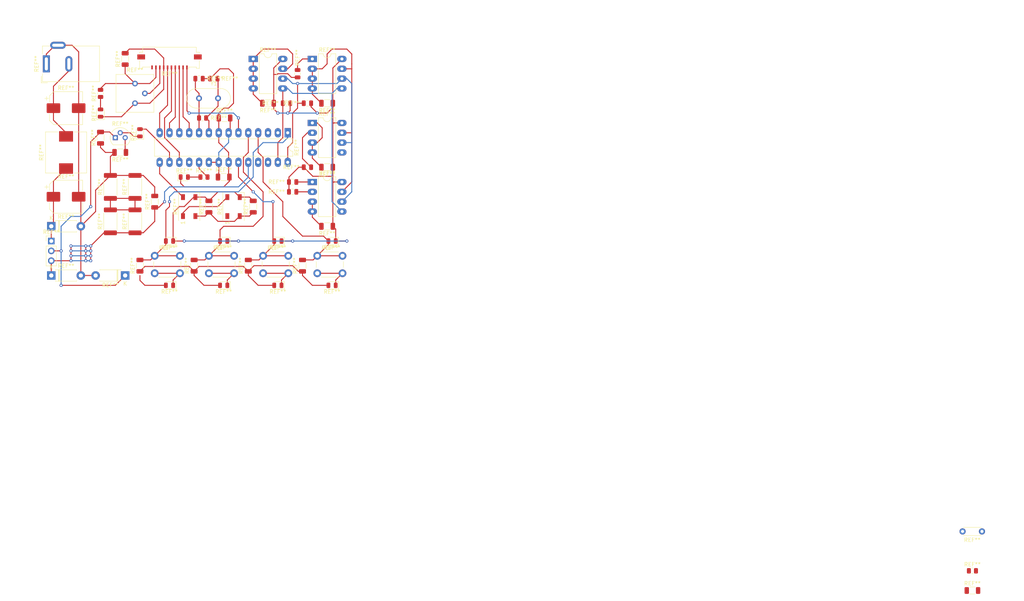
<source format=kicad_pcb>
(kicad_pcb (version 20171130) (host pcbnew "(5.1.10)-1")

  (general
    (thickness 1.6)
    (drawings 0)
    (tracks 454)
    (zones 0)
    (modules 76)
    (nets 1)
  )

  (page A4)
  (layers
    (0 F.Cu signal)
    (31 B.Cu signal)
    (32 B.Adhes user hide)
    (33 F.Adhes user hide)
    (34 B.Paste user hide)
    (35 F.Paste user hide)
    (36 B.SilkS user)
    (37 F.SilkS user)
    (38 B.Mask user)
    (39 F.Mask user)
    (40 Dwgs.User user hide)
    (41 Cmts.User user hide)
    (42 Eco1.User user hide)
    (43 Eco2.User user hide)
    (44 Edge.Cuts user)
    (45 Margin user hide)
    (46 B.CrtYd user)
    (47 F.CrtYd user)
    (48 B.Fab user)
    (49 F.Fab user)
  )

  (setup
    (last_trace_width 0.25)
    (trace_clearance 0.2)
    (zone_clearance 0.508)
    (zone_45_only no)
    (trace_min 0.2)
    (via_size 0.8)
    (via_drill 0.4)
    (via_min_size 0.4)
    (via_min_drill 0.3)
    (uvia_size 0.3)
    (uvia_drill 0.1)
    (uvias_allowed no)
    (uvia_min_size 0.2)
    (uvia_min_drill 0.1)
    (edge_width 0.05)
    (segment_width 0.2)
    (pcb_text_width 0.3)
    (pcb_text_size 1.5 1.5)
    (mod_edge_width 0.12)
    (mod_text_size 1 1)
    (mod_text_width 0.15)
    (pad_size 1.524 1.524)
    (pad_drill 0.762)
    (pad_to_mask_clearance 0.05)
    (aux_axis_origin 0 0)
    (visible_elements 7FFFFFFF)
    (pcbplotparams
      (layerselection 0x010fc_ffffffff)
      (usegerberextensions false)
      (usegerberattributes true)
      (usegerberadvancedattributes true)
      (creategerberjobfile true)
      (excludeedgelayer true)
      (linewidth 0.100000)
      (plotframeref false)
      (viasonmask false)
      (mode 1)
      (useauxorigin false)
      (hpglpennumber 1)
      (hpglpenspeed 20)
      (hpglpendiameter 15.000000)
      (psnegative false)
      (psa4output false)
      (plotreference true)
      (plotvalue true)
      (plotinvisibletext false)
      (padsonsilk false)
      (subtractmaskfromsilk false)
      (outputformat 1)
      (mirror false)
      (drillshape 1)
      (scaleselection 1)
      (outputdirectory ""))
  )

  (net 0 "")

  (net_class Default "This is the default net class."
    (clearance 0.2)
    (trace_width 0.25)
    (via_dia 0.8)
    (via_drill 0.4)
    (uvia_dia 0.3)
    (uvia_drill 0.1)
  )

  (module Capacitor_SMD:C_0805_2012Metric (layer F.Cu) (tedit 5F68FEEE) (tstamp 60D821FC)
    (at 77.47 52.07 180)
    (descr "Capacitor SMD 0805 (2012 Metric), square (rectangular) end terminal, IPC_7351 nominal, (Body size source: IPC-SM-782 page 76, https://www.pcb-3d.com/wordpress/wp-content/uploads/ipc-sm-782a_amendment_1_and_2.pdf, https://docs.google.com/spreadsheets/d/1BsfQQcO9C6DZCsRaXUlFlo91Tg2WpOkGARC1WS5S8t0/edit?usp=sharing), generated with kicad-footprint-generator")
    (tags capacitor)
    (attr smd)
    (fp_text reference REF** (at 4.13 0) (layer F.SilkS)
      (effects (font (size 1 1) (thickness 0.15)))
    )
    (fp_text value 22 (at 0 1.68) (layer F.Fab)
      (effects (font (size 1 1) (thickness 0.15)))
    )
    (fp_line (start 1.7 0.98) (end -1.7 0.98) (layer F.CrtYd) (width 0.05))
    (fp_line (start 1.7 -0.98) (end 1.7 0.98) (layer F.CrtYd) (width 0.05))
    (fp_line (start -1.7 -0.98) (end 1.7 -0.98) (layer F.CrtYd) (width 0.05))
    (fp_line (start -1.7 0.98) (end -1.7 -0.98) (layer F.CrtYd) (width 0.05))
    (fp_line (start -0.261252 0.735) (end 0.261252 0.735) (layer F.SilkS) (width 0.12))
    (fp_line (start -0.261252 -0.735) (end 0.261252 -0.735) (layer F.SilkS) (width 0.12))
    (fp_line (start 1 0.625) (end -1 0.625) (layer F.Fab) (width 0.1))
    (fp_line (start 1 -0.625) (end 1 0.625) (layer F.Fab) (width 0.1))
    (fp_line (start -1 -0.625) (end 1 -0.625) (layer F.Fab) (width 0.1))
    (fp_line (start -1 0.625) (end -1 -0.625) (layer F.Fab) (width 0.1))
    (fp_text user %R (at 0 0) (layer F.Fab)
      (effects (font (size 0.5 0.5) (thickness 0.08)))
    )
    (pad 1 smd roundrect (at -0.95 0 180) (size 1 1.45) (layers F.Cu F.Paste F.Mask) (roundrect_rratio 0.25))
    (pad 2 smd roundrect (at 0.95 0 180) (size 1 1.45) (layers F.Cu F.Paste F.Mask) (roundrect_rratio 0.25))
    (model ${KISYS3DMOD}/Capacitor_SMD.3dshapes/C_0805_2012Metric.wrl
      (at (xyz 0 0 0))
      (scale (xyz 1 1 1))
      (rotate (xyz 0 0 0))
    )
  )

  (module Capacitor_SMD:C_0805_2012Metric (layer F.Cu) (tedit 5F68FEEE) (tstamp 60D821FC)
    (at 77.47 49.53 180)
    (descr "Capacitor SMD 0805 (2012 Metric), square (rectangular) end terminal, IPC_7351 nominal, (Body size source: IPC-SM-782 page 76, https://www.pcb-3d.com/wordpress/wp-content/uploads/ipc-sm-782a_amendment_1_and_2.pdf, https://docs.google.com/spreadsheets/d/1BsfQQcO9C6DZCsRaXUlFlo91Tg2WpOkGARC1WS5S8t0/edit?usp=sharing), generated with kicad-footprint-generator")
    (tags capacitor)
    (attr smd)
    (fp_text reference REF** (at 4.13 0) (layer F.SilkS)
      (effects (font (size 1 1) (thickness 0.15)))
    )
    (fp_text value 22 (at 0 1.68) (layer F.Fab)
      (effects (font (size 1 1) (thickness 0.15)))
    )
    (fp_line (start 1.7 0.98) (end -1.7 0.98) (layer F.CrtYd) (width 0.05))
    (fp_line (start 1.7 -0.98) (end 1.7 0.98) (layer F.CrtYd) (width 0.05))
    (fp_line (start -1.7 -0.98) (end 1.7 -0.98) (layer F.CrtYd) (width 0.05))
    (fp_line (start -1.7 0.98) (end -1.7 -0.98) (layer F.CrtYd) (width 0.05))
    (fp_line (start -0.261252 0.735) (end 0.261252 0.735) (layer F.SilkS) (width 0.12))
    (fp_line (start -0.261252 -0.735) (end 0.261252 -0.735) (layer F.SilkS) (width 0.12))
    (fp_line (start 1 0.625) (end -1 0.625) (layer F.Fab) (width 0.1))
    (fp_line (start 1 -0.625) (end 1 0.625) (layer F.Fab) (width 0.1))
    (fp_line (start -1 -0.625) (end 1 -0.625) (layer F.Fab) (width 0.1))
    (fp_line (start -1 0.625) (end -1 -0.625) (layer F.Fab) (width 0.1))
    (fp_text user %R (at 0 0) (layer F.Fab)
      (effects (font (size 0.5 0.5) (thickness 0.08)))
    )
    (pad 1 smd roundrect (at -0.95 0 180) (size 1 1.45) (layers F.Cu F.Paste F.Mask) (roundrect_rratio 0.25))
    (pad 2 smd roundrect (at 0.95 0 180) (size 1 1.45) (layers F.Cu F.Paste F.Mask) (roundrect_rratio 0.25))
    (model ${KISYS3DMOD}/Capacitor_SMD.3dshapes/C_0805_2012Metric.wrl
      (at (xyz 0 0 0))
      (scale (xyz 1 1 1))
      (rotate (xyz 0 0 0))
    )
  )

  (module Capacitor_SMD:C_0805_2012Metric (layer F.Cu) (tedit 5F68FEEE) (tstamp 60D820A1)
    (at 81.28 45.72 180)
    (descr "Capacitor SMD 0805 (2012 Metric), square (rectangular) end terminal, IPC_7351 nominal, (Body size source: IPC-SM-782 page 76, https://www.pcb-3d.com/wordpress/wp-content/uploads/ipc-sm-782a_amendment_1_and_2.pdf, https://docs.google.com/spreadsheets/d/1BsfQQcO9C6DZCsRaXUlFlo91Tg2WpOkGARC1WS5S8t0/edit?usp=sharing), generated with kicad-footprint-generator")
    (tags capacitor)
    (attr smd)
    (fp_text reference REF** (at 4.13 0) (layer F.SilkS)
      (effects (font (size 1 1) (thickness 0.15)))
    )
    (fp_text value 22 (at 0 1.68) (layer F.Fab)
      (effects (font (size 1 1) (thickness 0.15)))
    )
    (fp_line (start 1.7 0.98) (end -1.7 0.98) (layer F.CrtYd) (width 0.05))
    (fp_line (start 1.7 -0.98) (end 1.7 0.98) (layer F.CrtYd) (width 0.05))
    (fp_line (start -1.7 -0.98) (end 1.7 -0.98) (layer F.CrtYd) (width 0.05))
    (fp_line (start -1.7 0.98) (end -1.7 -0.98) (layer F.CrtYd) (width 0.05))
    (fp_line (start -0.261252 0.735) (end 0.261252 0.735) (layer F.SilkS) (width 0.12))
    (fp_line (start -0.261252 -0.735) (end 0.261252 -0.735) (layer F.SilkS) (width 0.12))
    (fp_line (start 1 0.625) (end -1 0.625) (layer F.Fab) (width 0.1))
    (fp_line (start 1 -0.625) (end 1 0.625) (layer F.Fab) (width 0.1))
    (fp_line (start -1 -0.625) (end 1 -0.625) (layer F.Fab) (width 0.1))
    (fp_line (start -1 0.625) (end -1 -0.625) (layer F.Fab) (width 0.1))
    (fp_text user %R (at 0 0) (layer F.Fab)
      (effects (font (size 0.5 0.5) (thickness 0.08)))
    )
    (pad 2 smd roundrect (at 0.95 0 180) (size 1 1.45) (layers F.Cu F.Paste F.Mask) (roundrect_rratio 0.25))
    (pad 1 smd roundrect (at -0.95 0 180) (size 1 1.45) (layers F.Cu F.Paste F.Mask) (roundrect_rratio 0.25))
    (model ${KISYS3DMOD}/Capacitor_SMD.3dshapes/C_0805_2012Metric.wrl
      (at (xyz 0 0 0))
      (scale (xyz 1 1 1))
      (rotate (xyz 0 0 0))
    )
  )

  (module Capacitor_SMD:C_1206_3216Metric (layer F.Cu) (tedit 5F68FEEE) (tstamp 60D81FAD)
    (at 86.36 60.96 180)
    (descr "Capacitor SMD 1206 (3216 Metric), square (rectangular) end terminal, IPC_7351 nominal, (Body size source: IPC-SM-782 page 76, https://www.pcb-3d.com/wordpress/wp-content/uploads/ipc-sm-782a_amendment_1_and_2.pdf), generated with kicad-footprint-generator")
    (tags capacitor)
    (attr smd)
    (fp_text reference REF** (at 0 -1.85) (layer F.SilkS)
      (effects (font (size 1 1) (thickness 0.15)))
    )
    (fp_text value C_1206_3216Metric (at 0 1.85) (layer F.Fab)
      (effects (font (size 1 1) (thickness 0.15)))
    )
    (fp_line (start 2.3 1.15) (end -2.3 1.15) (layer F.CrtYd) (width 0.05))
    (fp_line (start 2.3 -1.15) (end 2.3 1.15) (layer F.CrtYd) (width 0.05))
    (fp_line (start -2.3 -1.15) (end 2.3 -1.15) (layer F.CrtYd) (width 0.05))
    (fp_line (start -2.3 1.15) (end -2.3 -1.15) (layer F.CrtYd) (width 0.05))
    (fp_line (start -0.711252 0.91) (end 0.711252 0.91) (layer F.SilkS) (width 0.12))
    (fp_line (start -0.711252 -0.91) (end 0.711252 -0.91) (layer F.SilkS) (width 0.12))
    (fp_line (start 1.6 0.8) (end -1.6 0.8) (layer F.Fab) (width 0.1))
    (fp_line (start 1.6 -0.8) (end 1.6 0.8) (layer F.Fab) (width 0.1))
    (fp_line (start -1.6 -0.8) (end 1.6 -0.8) (layer F.Fab) (width 0.1))
    (fp_line (start -1.6 0.8) (end -1.6 -0.8) (layer F.Fab) (width 0.1))
    (fp_text user %R (at 0 0) (layer F.Fab)
      (effects (font (size 0.8 0.8) (thickness 0.12)))
    )
    (pad 2 smd roundrect (at 1.475 0 180) (size 1.15 1.8) (layers F.Cu F.Paste F.Mask) (roundrect_rratio 0.217391))
    (pad 1 smd roundrect (at -1.475 0 180) (size 1.15 1.8) (layers F.Cu F.Paste F.Mask) (roundrect_rratio 0.217391))
    (model ${KISYS3DMOD}/Capacitor_SMD.3dshapes/C_1206_3216Metric.wrl
      (at (xyz 0 0 0))
      (scale (xyz 1 1 1))
      (rotate (xyz 0 0 0))
    )
  )

  (module Capacitor_SMD:C_1206_3216Metric (layer F.Cu) (tedit 5F68FEEE) (tstamp 60D81FAD)
    (at 86.36 45.72 180)
    (descr "Capacitor SMD 1206 (3216 Metric), square (rectangular) end terminal, IPC_7351 nominal, (Body size source: IPC-SM-782 page 76, https://www.pcb-3d.com/wordpress/wp-content/uploads/ipc-sm-782a_amendment_1_and_2.pdf), generated with kicad-footprint-generator")
    (tags capacitor)
    (attr smd)
    (fp_text reference REF** (at 0 -1.85) (layer F.SilkS)
      (effects (font (size 1 1) (thickness 0.15)))
    )
    (fp_text value C_1206_3216Metric (at 0 1.85) (layer F.Fab)
      (effects (font (size 1 1) (thickness 0.15)))
    )
    (fp_line (start 2.3 1.15) (end -2.3 1.15) (layer F.CrtYd) (width 0.05))
    (fp_line (start 2.3 -1.15) (end 2.3 1.15) (layer F.CrtYd) (width 0.05))
    (fp_line (start -2.3 -1.15) (end 2.3 -1.15) (layer F.CrtYd) (width 0.05))
    (fp_line (start -2.3 1.15) (end -2.3 -1.15) (layer F.CrtYd) (width 0.05))
    (fp_line (start -0.711252 0.91) (end 0.711252 0.91) (layer F.SilkS) (width 0.12))
    (fp_line (start -0.711252 -0.91) (end 0.711252 -0.91) (layer F.SilkS) (width 0.12))
    (fp_line (start 1.6 0.8) (end -1.6 0.8) (layer F.Fab) (width 0.1))
    (fp_line (start 1.6 -0.8) (end 1.6 0.8) (layer F.Fab) (width 0.1))
    (fp_line (start -1.6 -0.8) (end 1.6 -0.8) (layer F.Fab) (width 0.1))
    (fp_line (start -1.6 0.8) (end -1.6 -0.8) (layer F.Fab) (width 0.1))
    (fp_text user %R (at 0 0) (layer F.Fab)
      (effects (font (size 0.8 0.8) (thickness 0.12)))
    )
    (pad 2 smd roundrect (at 1.475 0 180) (size 1.15 1.8) (layers F.Cu F.Paste F.Mask) (roundrect_rratio 0.217391))
    (pad 1 smd roundrect (at -1.475 0 180) (size 1.15 1.8) (layers F.Cu F.Paste F.Mask) (roundrect_rratio 0.217391))
    (model ${KISYS3DMOD}/Capacitor_SMD.3dshapes/C_1206_3216Metric.wrl
      (at (xyz 0 0 0))
      (scale (xyz 1 1 1))
      (rotate (xyz 0 0 0))
    )
  )

  (module Package_DIP:DIP-8_W7.62mm_LongPads (layer F.Cu) (tedit 5A02E8C5) (tstamp 60D81EBE)
    (at 82.55 49.53)
    (descr "8-lead though-hole mounted DIP package, row spacing 7.62 mm (300 mils), LongPads")
    (tags "THT DIP DIL PDIP 2.54mm 7.62mm 300mil LongPads")
    (fp_text reference REF** (at 3.81 -2.33) (layer F.SilkS)
      (effects (font (size 1 1) (thickness 0.15)))
    )
    (fp_text value DIP-8_W7.62mm_LongPads (at 3.81 9.95) (layer F.Fab)
      (effects (font (size 1 1) (thickness 0.15)))
    )
    (fp_line (start 9.1 -1.55) (end -1.45 -1.55) (layer F.CrtYd) (width 0.05))
    (fp_line (start 9.1 9.15) (end 9.1 -1.55) (layer F.CrtYd) (width 0.05))
    (fp_line (start -1.45 9.15) (end 9.1 9.15) (layer F.CrtYd) (width 0.05))
    (fp_line (start -1.45 -1.55) (end -1.45 9.15) (layer F.CrtYd) (width 0.05))
    (fp_line (start 6.06 -1.33) (end 4.81 -1.33) (layer F.SilkS) (width 0.12))
    (fp_line (start 6.06 8.95) (end 6.06 -1.33) (layer F.SilkS) (width 0.12))
    (fp_line (start 1.56 8.95) (end 6.06 8.95) (layer F.SilkS) (width 0.12))
    (fp_line (start 1.56 -1.33) (end 1.56 8.95) (layer F.SilkS) (width 0.12))
    (fp_line (start 2.81 -1.33) (end 1.56 -1.33) (layer F.SilkS) (width 0.12))
    (fp_line (start 0.635 -0.27) (end 1.635 -1.27) (layer F.Fab) (width 0.1))
    (fp_line (start 0.635 8.89) (end 0.635 -0.27) (layer F.Fab) (width 0.1))
    (fp_line (start 6.985 8.89) (end 0.635 8.89) (layer F.Fab) (width 0.1))
    (fp_line (start 6.985 -1.27) (end 6.985 8.89) (layer F.Fab) (width 0.1))
    (fp_line (start 1.635 -1.27) (end 6.985 -1.27) (layer F.Fab) (width 0.1))
    (fp_text user %R (at 3.81 3.81) (layer F.Fab)
      (effects (font (size 1 1) (thickness 0.15)))
    )
    (fp_arc (start 3.81 -1.33) (end 2.81 -1.33) (angle -180) (layer F.SilkS) (width 0.12))
    (pad 8 thru_hole oval (at 7.62 0) (size 2.4 1.6) (drill 0.8) (layers *.Cu *.Mask))
    (pad 4 thru_hole oval (at 0 7.62) (size 2.4 1.6) (drill 0.8) (layers *.Cu *.Mask))
    (pad 7 thru_hole oval (at 7.62 2.54) (size 2.4 1.6) (drill 0.8) (layers *.Cu *.Mask))
    (pad 3 thru_hole oval (at 0 5.08) (size 2.4 1.6) (drill 0.8) (layers *.Cu *.Mask))
    (pad 6 thru_hole oval (at 7.62 5.08) (size 2.4 1.6) (drill 0.8) (layers *.Cu *.Mask))
    (pad 2 thru_hole oval (at 0 2.54) (size 2.4 1.6) (drill 0.8) (layers *.Cu *.Mask))
    (pad 5 thru_hole oval (at 7.62 7.62) (size 2.4 1.6) (drill 0.8) (layers *.Cu *.Mask))
    (pad 1 thru_hole rect (at 0 0) (size 2.4 1.6) (drill 0.8) (layers *.Cu *.Mask))
    (model ${KISYS3DMOD}/Package_DIP.3dshapes/DIP-8_W7.62mm.wrl
      (at (xyz 0 0 0))
      (scale (xyz 1 1 1))
      (rotate (xyz 0 0 0))
    )
  )

  (module Package_DIP:DIP-8_W7.62mm_LongPads (layer F.Cu) (tedit 5A02E8C5) (tstamp 60D81EBE)
    (at 82.55 34.29)
    (descr "8-lead though-hole mounted DIP package, row spacing 7.62 mm (300 mils), LongPads")
    (tags "THT DIP DIL PDIP 2.54mm 7.62mm 300mil LongPads")
    (fp_text reference REF** (at 3.81 -2.33) (layer F.SilkS)
      (effects (font (size 1 1) (thickness 0.15)))
    )
    (fp_text value DIP-8_W7.62mm_LongPads (at 3.81 9.95) (layer F.Fab)
      (effects (font (size 1 1) (thickness 0.15)))
    )
    (fp_line (start 9.1 -1.55) (end -1.45 -1.55) (layer F.CrtYd) (width 0.05))
    (fp_line (start 9.1 9.15) (end 9.1 -1.55) (layer F.CrtYd) (width 0.05))
    (fp_line (start -1.45 9.15) (end 9.1 9.15) (layer F.CrtYd) (width 0.05))
    (fp_line (start -1.45 -1.55) (end -1.45 9.15) (layer F.CrtYd) (width 0.05))
    (fp_line (start 6.06 -1.33) (end 4.81 -1.33) (layer F.SilkS) (width 0.12))
    (fp_line (start 6.06 8.95) (end 6.06 -1.33) (layer F.SilkS) (width 0.12))
    (fp_line (start 1.56 8.95) (end 6.06 8.95) (layer F.SilkS) (width 0.12))
    (fp_line (start 1.56 -1.33) (end 1.56 8.95) (layer F.SilkS) (width 0.12))
    (fp_line (start 2.81 -1.33) (end 1.56 -1.33) (layer F.SilkS) (width 0.12))
    (fp_line (start 0.635 -0.27) (end 1.635 -1.27) (layer F.Fab) (width 0.1))
    (fp_line (start 0.635 8.89) (end 0.635 -0.27) (layer F.Fab) (width 0.1))
    (fp_line (start 6.985 8.89) (end 0.635 8.89) (layer F.Fab) (width 0.1))
    (fp_line (start 6.985 -1.27) (end 6.985 8.89) (layer F.Fab) (width 0.1))
    (fp_line (start 1.635 -1.27) (end 6.985 -1.27) (layer F.Fab) (width 0.1))
    (fp_text user %R (at 3.81 3.81) (layer F.Fab)
      (effects (font (size 1 1) (thickness 0.15)))
    )
    (fp_arc (start 3.81 -1.33) (end 2.81 -1.33) (angle -180) (layer F.SilkS) (width 0.12))
    (pad 8 thru_hole oval (at 7.62 0) (size 2.4 1.6) (drill 0.8) (layers *.Cu *.Mask))
    (pad 4 thru_hole oval (at 0 7.62) (size 2.4 1.6) (drill 0.8) (layers *.Cu *.Mask))
    (pad 7 thru_hole oval (at 7.62 2.54) (size 2.4 1.6) (drill 0.8) (layers *.Cu *.Mask))
    (pad 3 thru_hole oval (at 0 5.08) (size 2.4 1.6) (drill 0.8) (layers *.Cu *.Mask))
    (pad 6 thru_hole oval (at 7.62 5.08) (size 2.4 1.6) (drill 0.8) (layers *.Cu *.Mask))
    (pad 2 thru_hole oval (at 0 2.54) (size 2.4 1.6) (drill 0.8) (layers *.Cu *.Mask))
    (pad 5 thru_hole oval (at 7.62 7.62) (size 2.4 1.6) (drill 0.8) (layers *.Cu *.Mask))
    (pad 1 thru_hole rect (at 0 0) (size 2.4 1.6) (drill 0.8) (layers *.Cu *.Mask))
    (model ${KISYS3DMOD}/Package_DIP.3dshapes/DIP-8_W7.62mm.wrl
      (at (xyz 0 0 0))
      (scale (xyz 1 1 1))
      (rotate (xyz 0 0 0))
    )
  )

  (module Connector_PinHeader_2.54mm:PinHeader_1x03_P2.54mm_Vertical (layer F.Cu) (tedit 59FED5CC) (tstamp 60D81D63)
    (at 15.24 64.77)
    (descr "Through hole straight pin header, 1x03, 2.54mm pitch, single row")
    (tags "Through hole pin header THT 1x03 2.54mm single row")
    (fp_text reference REF** (at 0 -2.33) (layer F.SilkS)
      (effects (font (size 1 1) (thickness 0.15)))
    )
    (fp_text value PinHeader_1x03_P2.54mm_Vertical (at 0 7.41) (layer F.Fab)
      (effects (font (size 1 1) (thickness 0.15)))
    )
    (fp_text user %R (at 0 2.54 90) (layer F.Fab)
      (effects (font (size 1 1) (thickness 0.15)))
    )
    (fp_line (start -0.635 -1.27) (end 1.27 -1.27) (layer F.Fab) (width 0.1))
    (fp_line (start 1.27 -1.27) (end 1.27 6.35) (layer F.Fab) (width 0.1))
    (fp_line (start 1.27 6.35) (end -1.27 6.35) (layer F.Fab) (width 0.1))
    (fp_line (start -1.27 6.35) (end -1.27 -0.635) (layer F.Fab) (width 0.1))
    (fp_line (start -1.27 -0.635) (end -0.635 -1.27) (layer F.Fab) (width 0.1))
    (fp_line (start -1.33 6.41) (end 1.33 6.41) (layer F.SilkS) (width 0.12))
    (fp_line (start -1.33 1.27) (end -1.33 6.41) (layer F.SilkS) (width 0.12))
    (fp_line (start 1.33 1.27) (end 1.33 6.41) (layer F.SilkS) (width 0.12))
    (fp_line (start -1.33 1.27) (end 1.33 1.27) (layer F.SilkS) (width 0.12))
    (fp_line (start -1.33 0) (end -1.33 -1.33) (layer F.SilkS) (width 0.12))
    (fp_line (start -1.33 -1.33) (end 0 -1.33) (layer F.SilkS) (width 0.12))
    (fp_line (start -1.8 -1.8) (end -1.8 6.85) (layer F.CrtYd) (width 0.05))
    (fp_line (start -1.8 6.85) (end 1.8 6.85) (layer F.CrtYd) (width 0.05))
    (fp_line (start 1.8 6.85) (end 1.8 -1.8) (layer F.CrtYd) (width 0.05))
    (fp_line (start 1.8 -1.8) (end -1.8 -1.8) (layer F.CrtYd) (width 0.05))
    (pad 3 thru_hole oval (at 0 5.08) (size 1.7 1.7) (drill 1) (layers *.Cu *.Mask))
    (pad 2 thru_hole oval (at 0 2.54) (size 1.7 1.7) (drill 1) (layers *.Cu *.Mask))
    (pad 1 thru_hole rect (at 0 0) (size 1.7 1.7) (drill 1) (layers *.Cu *.Mask))
    (model ${KISYS3DMOD}/Connector_PinHeader_2.54mm.3dshapes/PinHeader_1x03_P2.54mm_Vertical.wrl
      (at (xyz 0 0 0))
      (scale (xyz 1 1 1))
      (rotate (xyz 0 0 0))
    )
  )

  (module Capacitor_SMD:C_0805_2012Metric (layer F.Cu) (tedit 5F68FEEE) (tstamp 60D61A29)
    (at 75.88 29.21 180)
    (descr "Capacitor SMD 0805 (2012 Metric), square (rectangular) end terminal, IPC_7351 nominal, (Body size source: IPC-SM-782 page 76, https://www.pcb-3d.com/wordpress/wp-content/uploads/ipc-sm-782a_amendment_1_and_2.pdf, https://docs.google.com/spreadsheets/d/1BsfQQcO9C6DZCsRaXUlFlo91Tg2WpOkGARC1WS5S8t0/edit?usp=sharing), generated with kicad-footprint-generator")
    (tags capacitor)
    (attr smd)
    (fp_text reference REF** (at 4.13 0) (layer F.SilkS)
      (effects (font (size 1 1) (thickness 0.15)))
    )
    (fp_text value 22 (at 0 1.68) (layer F.Fab)
      (effects (font (size 1 1) (thickness 0.15)))
    )
    (fp_line (start 1.7 0.98) (end -1.7 0.98) (layer F.CrtYd) (width 0.05))
    (fp_line (start 1.7 -0.98) (end 1.7 0.98) (layer F.CrtYd) (width 0.05))
    (fp_line (start -1.7 -0.98) (end 1.7 -0.98) (layer F.CrtYd) (width 0.05))
    (fp_line (start -1.7 0.98) (end -1.7 -0.98) (layer F.CrtYd) (width 0.05))
    (fp_line (start -0.261252 0.735) (end 0.261252 0.735) (layer F.SilkS) (width 0.12))
    (fp_line (start -0.261252 -0.735) (end 0.261252 -0.735) (layer F.SilkS) (width 0.12))
    (fp_line (start 1 0.625) (end -1 0.625) (layer F.Fab) (width 0.1))
    (fp_line (start 1 -0.625) (end 1 0.625) (layer F.Fab) (width 0.1))
    (fp_line (start -1 -0.625) (end 1 -0.625) (layer F.Fab) (width 0.1))
    (fp_line (start -1 0.625) (end -1 -0.625) (layer F.Fab) (width 0.1))
    (fp_text user %R (at 0 0) (layer F.Fab)
      (effects (font (size 0.5 0.5) (thickness 0.08)))
    )
    (pad 2 smd roundrect (at 0.95 0 180) (size 1 1.45) (layers F.Cu F.Paste F.Mask) (roundrect_rratio 0.25))
    (pad 1 smd roundrect (at -0.95 0 180) (size 1 1.45) (layers F.Cu F.Paste F.Mask) (roundrect_rratio 0.25))
    (model ${KISYS3DMOD}/Capacitor_SMD.3dshapes/C_0805_2012Metric.wrl
      (at (xyz 0 0 0))
      (scale (xyz 1 1 1))
      (rotate (xyz 0 0 0))
    )
  )

  (module Capacitor_SMD:C_0805_2012Metric (layer F.Cu) (tedit 5F68FEEE) (tstamp 60D61A29)
    (at 81.28 29.21 180)
    (descr "Capacitor SMD 0805 (2012 Metric), square (rectangular) end terminal, IPC_7351 nominal, (Body size source: IPC-SM-782 page 76, https://www.pcb-3d.com/wordpress/wp-content/uploads/ipc-sm-782a_amendment_1_and_2.pdf, https://docs.google.com/spreadsheets/d/1BsfQQcO9C6DZCsRaXUlFlo91Tg2WpOkGARC1WS5S8t0/edit?usp=sharing), generated with kicad-footprint-generator")
    (tags capacitor)
    (attr smd)
    (fp_text reference REF** (at 4.13 0) (layer F.SilkS)
      (effects (font (size 1 1) (thickness 0.15)))
    )
    (fp_text value 22 (at 0 1.68) (layer F.Fab)
      (effects (font (size 1 1) (thickness 0.15)))
    )
    (fp_line (start 1.7 0.98) (end -1.7 0.98) (layer F.CrtYd) (width 0.05))
    (fp_line (start 1.7 -0.98) (end 1.7 0.98) (layer F.CrtYd) (width 0.05))
    (fp_line (start -1.7 -0.98) (end 1.7 -0.98) (layer F.CrtYd) (width 0.05))
    (fp_line (start -1.7 0.98) (end -1.7 -0.98) (layer F.CrtYd) (width 0.05))
    (fp_line (start -0.261252 0.735) (end 0.261252 0.735) (layer F.SilkS) (width 0.12))
    (fp_line (start -0.261252 -0.735) (end 0.261252 -0.735) (layer F.SilkS) (width 0.12))
    (fp_line (start 1 0.625) (end -1 0.625) (layer F.Fab) (width 0.1))
    (fp_line (start 1 -0.625) (end 1 0.625) (layer F.Fab) (width 0.1))
    (fp_line (start -1 -0.625) (end 1 -0.625) (layer F.Fab) (width 0.1))
    (fp_line (start -1 0.625) (end -1 -0.625) (layer F.Fab) (width 0.1))
    (fp_text user %R (at 2.54 0) (layer F.Fab)
      (effects (font (size 0.5 0.5) (thickness 0.08)))
    )
    (pad 2 smd roundrect (at 0.95 0 180) (size 1 1.45) (layers F.Cu F.Paste F.Mask) (roundrect_rratio 0.25))
    (pad 1 smd roundrect (at -0.95 0 180) (size 1 1.45) (layers F.Cu F.Paste F.Mask) (roundrect_rratio 0.25))
    (model ${KISYS3DMOD}/Capacitor_SMD.3dshapes/C_0805_2012Metric.wrl
      (at (xyz 0 0 0))
      (scale (xyz 1 1 1))
      (rotate (xyz 0 0 0))
    )
  )

  (module Capacitor_SMD:C_0805_2012Metric (layer F.Cu) (tedit 5F68FEEE) (tstamp 60D616D8)
    (at 78.74 21.59 90)
    (descr "Capacitor SMD 0805 (2012 Metric), square (rectangular) end terminal, IPC_7351 nominal, (Body size source: IPC-SM-782 page 76, https://www.pcb-3d.com/wordpress/wp-content/uploads/ipc-sm-782a_amendment_1_and_2.pdf, https://docs.google.com/spreadsheets/d/1BsfQQcO9C6DZCsRaXUlFlo91Tg2WpOkGARC1WS5S8t0/edit?usp=sharing), generated with kicad-footprint-generator")
    (tags capacitor)
    (attr smd)
    (fp_text reference REF** (at 4.13 0 90) (layer F.SilkS)
      (effects (font (size 1 1) (thickness 0.15)))
    )
    (fp_text value 22 (at 0 1.68 90) (layer F.Fab)
      (effects (font (size 1 1) (thickness 0.15)))
    )
    (fp_line (start 1.7 0.98) (end -1.7 0.98) (layer F.CrtYd) (width 0.05))
    (fp_line (start 1.7 -0.98) (end 1.7 0.98) (layer F.CrtYd) (width 0.05))
    (fp_line (start -1.7 -0.98) (end 1.7 -0.98) (layer F.CrtYd) (width 0.05))
    (fp_line (start -1.7 0.98) (end -1.7 -0.98) (layer F.CrtYd) (width 0.05))
    (fp_line (start -0.261252 0.735) (end 0.261252 0.735) (layer F.SilkS) (width 0.12))
    (fp_line (start -0.261252 -0.735) (end 0.261252 -0.735) (layer F.SilkS) (width 0.12))
    (fp_line (start 1 0.625) (end -1 0.625) (layer F.Fab) (width 0.1))
    (fp_line (start 1 -0.625) (end 1 0.625) (layer F.Fab) (width 0.1))
    (fp_line (start -1 -0.625) (end 1 -0.625) (layer F.Fab) (width 0.1))
    (fp_line (start -1 0.625) (end -1 -0.625) (layer F.Fab) (width 0.1))
    (fp_text user %R (at 0 0 90) (layer F.Fab)
      (effects (font (size 0.5 0.5) (thickness 0.08)))
    )
    (pad 1 smd roundrect (at -0.95 0 90) (size 1 1.45) (layers F.Cu F.Paste F.Mask) (roundrect_rratio 0.25))
    (pad 2 smd roundrect (at 0.95 0 90) (size 1 1.45) (layers F.Cu F.Paste F.Mask) (roundrect_rratio 0.25))
    (model ${KISYS3DMOD}/Capacitor_SMD.3dshapes/C_0805_2012Metric.wrl
      (at (xyz 0 0 0))
      (scale (xyz 1 1 1))
      (rotate (xyz 0 0 0))
    )
  )

  (module Capacitor_SMD:C_1206_3216Metric (layer F.Cu) (tedit 5F68FEEE) (tstamp 60D60C84)
    (at 86.36 29.21 180)
    (descr "Capacitor SMD 1206 (3216 Metric), square (rectangular) end terminal, IPC_7351 nominal, (Body size source: IPC-SM-782 page 76, https://www.pcb-3d.com/wordpress/wp-content/uploads/ipc-sm-782a_amendment_1_and_2.pdf), generated with kicad-footprint-generator")
    (tags capacitor)
    (attr smd)
    (fp_text reference REF** (at 0 -1.85) (layer F.SilkS)
      (effects (font (size 1 1) (thickness 0.15)))
    )
    (fp_text value C_1206_3216Metric (at 0 1.85) (layer F.Fab)
      (effects (font (size 1 1) (thickness 0.15)))
    )
    (fp_line (start 2.3 1.15) (end -2.3 1.15) (layer F.CrtYd) (width 0.05))
    (fp_line (start 2.3 -1.15) (end 2.3 1.15) (layer F.CrtYd) (width 0.05))
    (fp_line (start -2.3 -1.15) (end 2.3 -1.15) (layer F.CrtYd) (width 0.05))
    (fp_line (start -2.3 1.15) (end -2.3 -1.15) (layer F.CrtYd) (width 0.05))
    (fp_line (start -0.711252 0.91) (end 0.711252 0.91) (layer F.SilkS) (width 0.12))
    (fp_line (start -0.711252 -0.91) (end 0.711252 -0.91) (layer F.SilkS) (width 0.12))
    (fp_line (start 1.6 0.8) (end -1.6 0.8) (layer F.Fab) (width 0.1))
    (fp_line (start 1.6 -0.8) (end 1.6 0.8) (layer F.Fab) (width 0.1))
    (fp_line (start -1.6 -0.8) (end 1.6 -0.8) (layer F.Fab) (width 0.1))
    (fp_line (start -1.6 0.8) (end -1.6 -0.8) (layer F.Fab) (width 0.1))
    (fp_text user %R (at 0 0) (layer F.Fab)
      (effects (font (size 0.8 0.8) (thickness 0.12)))
    )
    (pad 1 smd roundrect (at -1.475 0 180) (size 1.15 1.8) (layers F.Cu F.Paste F.Mask) (roundrect_rratio 0.217391))
    (pad 2 smd roundrect (at 1.475 0 180) (size 1.15 1.8) (layers F.Cu F.Paste F.Mask) (roundrect_rratio 0.217391))
    (model ${KISYS3DMOD}/Capacitor_SMD.3dshapes/C_1206_3216Metric.wrl
      (at (xyz 0 0 0))
      (scale (xyz 1 1 1))
      (rotate (xyz 0 0 0))
    )
  )

  (module Capacitor_SMD:C_1206_3216Metric (layer F.Cu) (tedit 5F68FEEE) (tstamp 60D60C20)
    (at 71.12 29.21 180)
    (descr "Capacitor SMD 1206 (3216 Metric), square (rectangular) end terminal, IPC_7351 nominal, (Body size source: IPC-SM-782 page 76, https://www.pcb-3d.com/wordpress/wp-content/uploads/ipc-sm-782a_amendment_1_and_2.pdf), generated with kicad-footprint-generator")
    (tags capacitor)
    (attr smd)
    (fp_text reference REF** (at 0 -1.85) (layer F.SilkS)
      (effects (font (size 1 1) (thickness 0.15)))
    )
    (fp_text value C_1206_3216Metric (at 0 1.85) (layer F.Fab)
      (effects (font (size 1 1) (thickness 0.15)))
    )
    (fp_line (start 2.3 1.15) (end -2.3 1.15) (layer F.CrtYd) (width 0.05))
    (fp_line (start 2.3 -1.15) (end 2.3 1.15) (layer F.CrtYd) (width 0.05))
    (fp_line (start -2.3 -1.15) (end 2.3 -1.15) (layer F.CrtYd) (width 0.05))
    (fp_line (start -2.3 1.15) (end -2.3 -1.15) (layer F.CrtYd) (width 0.05))
    (fp_line (start -0.711252 0.91) (end 0.711252 0.91) (layer F.SilkS) (width 0.12))
    (fp_line (start -0.711252 -0.91) (end 0.711252 -0.91) (layer F.SilkS) (width 0.12))
    (fp_line (start 1.6 0.8) (end -1.6 0.8) (layer F.Fab) (width 0.1))
    (fp_line (start 1.6 -0.8) (end 1.6 0.8) (layer F.Fab) (width 0.1))
    (fp_line (start -1.6 -0.8) (end 1.6 -0.8) (layer F.Fab) (width 0.1))
    (fp_line (start -1.6 0.8) (end -1.6 -0.8) (layer F.Fab) (width 0.1))
    (fp_text user %R (at 0 0) (layer F.Fab)
      (effects (font (size 0.8 0.8) (thickness 0.12)))
    )
    (pad 2 smd roundrect (at 1.475 0 180) (size 1.15 1.8) (layers F.Cu F.Paste F.Mask) (roundrect_rratio 0.217391))
    (pad 1 smd roundrect (at -1.475 0 180) (size 1.15 1.8) (layers F.Cu F.Paste F.Mask) (roundrect_rratio 0.217391))
    (model ${KISYS3DMOD}/Capacitor_SMD.3dshapes/C_1206_3216Metric.wrl
      (at (xyz 0 0 0))
      (scale (xyz 1 1 1))
      (rotate (xyz 0 0 0))
    )
  )

  (module LED_SMD:LED_0805_2012Metric (layer F.Cu) (tedit 5F68FEF1) (tstamp 60D5FDB8)
    (at 87.63 64.77 180)
    (descr "LED SMD 0805 (2012 Metric), square (rectangular) end terminal, IPC_7351 nominal, (Body size source: https://docs.google.com/spreadsheets/d/1BsfQQcO9C6DZCsRaXUlFlo91Tg2WpOkGARC1WS5S8t0/edit?usp=sharing), generated with kicad-footprint-generator")
    (tags LED)
    (attr smd)
    (fp_text reference REF** (at 0 -1.65) (layer F.SilkS)
      (effects (font (size 1 1) (thickness 0.15)))
    )
    (fp_text value LED_0805_2012Metric (at 0 1.65) (layer F.Fab)
      (effects (font (size 1 1) (thickness 0.15)))
    )
    (fp_line (start 1.68 0.95) (end -1.68 0.95) (layer F.CrtYd) (width 0.05))
    (fp_line (start 1.68 -0.95) (end 1.68 0.95) (layer F.CrtYd) (width 0.05))
    (fp_line (start -1.68 -0.95) (end 1.68 -0.95) (layer F.CrtYd) (width 0.05))
    (fp_line (start -1.68 0.95) (end -1.68 -0.95) (layer F.CrtYd) (width 0.05))
    (fp_line (start -1.685 0.96) (end 1 0.96) (layer F.SilkS) (width 0.12))
    (fp_line (start -1.685 -0.96) (end -1.685 0.96) (layer F.SilkS) (width 0.12))
    (fp_line (start 1 -0.96) (end -1.685 -0.96) (layer F.SilkS) (width 0.12))
    (fp_line (start 1 0.6) (end 1 -0.6) (layer F.Fab) (width 0.1))
    (fp_line (start -1 0.6) (end 1 0.6) (layer F.Fab) (width 0.1))
    (fp_line (start -1 -0.3) (end -1 0.6) (layer F.Fab) (width 0.1))
    (fp_line (start -0.7 -0.6) (end -1 -0.3) (layer F.Fab) (width 0.1))
    (fp_line (start 1 -0.6) (end -0.7 -0.6) (layer F.Fab) (width 0.1))
    (fp_text user %R (at 0 0) (layer F.Fab)
      (effects (font (size 0.5 0.5) (thickness 0.08)))
    )
    (pad 2 smd roundrect (at 0.9375 0 180) (size 0.975 1.4) (layers F.Cu F.Paste F.Mask) (roundrect_rratio 0.25))
    (pad 1 smd roundrect (at -0.9375 0 180) (size 0.975 1.4) (layers F.Cu F.Paste F.Mask) (roundrect_rratio 0.25))
    (model ${KISYS3DMOD}/LED_SMD.3dshapes/LED_0805_2012Metric.wrl
      (at (xyz 0 0 0))
      (scale (xyz 1 1 1))
      (rotate (xyz 0 0 0))
    )
  )

  (module LED_SMD:LED_0805_2012Metric (layer F.Cu) (tedit 5F68FEF1) (tstamp 60D5FDB8)
    (at 73.66 64.77 180)
    (descr "LED SMD 0805 (2012 Metric), square (rectangular) end terminal, IPC_7351 nominal, (Body size source: https://docs.google.com/spreadsheets/d/1BsfQQcO9C6DZCsRaXUlFlo91Tg2WpOkGARC1WS5S8t0/edit?usp=sharing), generated with kicad-footprint-generator")
    (tags LED)
    (attr smd)
    (fp_text reference REF** (at 0 -1.65) (layer F.SilkS)
      (effects (font (size 1 1) (thickness 0.15)))
    )
    (fp_text value LED_0805_2012Metric (at 0 1.65) (layer F.Fab)
      (effects (font (size 1 1) (thickness 0.15)))
    )
    (fp_line (start 1.68 0.95) (end -1.68 0.95) (layer F.CrtYd) (width 0.05))
    (fp_line (start 1.68 -0.95) (end 1.68 0.95) (layer F.CrtYd) (width 0.05))
    (fp_line (start -1.68 -0.95) (end 1.68 -0.95) (layer F.CrtYd) (width 0.05))
    (fp_line (start -1.68 0.95) (end -1.68 -0.95) (layer F.CrtYd) (width 0.05))
    (fp_line (start -1.685 0.96) (end 1 0.96) (layer F.SilkS) (width 0.12))
    (fp_line (start -1.685 -0.96) (end -1.685 0.96) (layer F.SilkS) (width 0.12))
    (fp_line (start 1 -0.96) (end -1.685 -0.96) (layer F.SilkS) (width 0.12))
    (fp_line (start 1 0.6) (end 1 -0.6) (layer F.Fab) (width 0.1))
    (fp_line (start -1 0.6) (end 1 0.6) (layer F.Fab) (width 0.1))
    (fp_line (start -1 -0.3) (end -1 0.6) (layer F.Fab) (width 0.1))
    (fp_line (start -0.7 -0.6) (end -1 -0.3) (layer F.Fab) (width 0.1))
    (fp_line (start 1 -0.6) (end -0.7 -0.6) (layer F.Fab) (width 0.1))
    (fp_text user %R (at 0 0) (layer F.Fab)
      (effects (font (size 0.5 0.5) (thickness 0.08)))
    )
    (pad 2 smd roundrect (at 0.9375 0 180) (size 0.975 1.4) (layers F.Cu F.Paste F.Mask) (roundrect_rratio 0.25))
    (pad 1 smd roundrect (at -0.9375 0 180) (size 0.975 1.4) (layers F.Cu F.Paste F.Mask) (roundrect_rratio 0.25))
    (model ${KISYS3DMOD}/LED_SMD.3dshapes/LED_0805_2012Metric.wrl
      (at (xyz 0 0 0))
      (scale (xyz 1 1 1))
      (rotate (xyz 0 0 0))
    )
  )

  (module LED_SMD:LED_0805_2012Metric (layer F.Cu) (tedit 5F68FEF1) (tstamp 60D5FDB8)
    (at 59.69 64.77 180)
    (descr "LED SMD 0805 (2012 Metric), square (rectangular) end terminal, IPC_7351 nominal, (Body size source: https://docs.google.com/spreadsheets/d/1BsfQQcO9C6DZCsRaXUlFlo91Tg2WpOkGARC1WS5S8t0/edit?usp=sharing), generated with kicad-footprint-generator")
    (tags LED)
    (attr smd)
    (fp_text reference REF** (at 0 -1.65) (layer F.SilkS)
      (effects (font (size 1 1) (thickness 0.15)))
    )
    (fp_text value LED_0805_2012Metric (at 0 1.65) (layer F.Fab)
      (effects (font (size 1 1) (thickness 0.15)))
    )
    (fp_line (start 1.68 0.95) (end -1.68 0.95) (layer F.CrtYd) (width 0.05))
    (fp_line (start 1.68 -0.95) (end 1.68 0.95) (layer F.CrtYd) (width 0.05))
    (fp_line (start -1.68 -0.95) (end 1.68 -0.95) (layer F.CrtYd) (width 0.05))
    (fp_line (start -1.68 0.95) (end -1.68 -0.95) (layer F.CrtYd) (width 0.05))
    (fp_line (start -1.685 0.96) (end 1 0.96) (layer F.SilkS) (width 0.12))
    (fp_line (start -1.685 -0.96) (end -1.685 0.96) (layer F.SilkS) (width 0.12))
    (fp_line (start 1 -0.96) (end -1.685 -0.96) (layer F.SilkS) (width 0.12))
    (fp_line (start 1 0.6) (end 1 -0.6) (layer F.Fab) (width 0.1))
    (fp_line (start -1 0.6) (end 1 0.6) (layer F.Fab) (width 0.1))
    (fp_line (start -1 -0.3) (end -1 0.6) (layer F.Fab) (width 0.1))
    (fp_line (start -0.7 -0.6) (end -1 -0.3) (layer F.Fab) (width 0.1))
    (fp_line (start 1 -0.6) (end -0.7 -0.6) (layer F.Fab) (width 0.1))
    (fp_text user %R (at 0 0) (layer F.Fab)
      (effects (font (size 0.5 0.5) (thickness 0.08)))
    )
    (pad 2 smd roundrect (at 0.9375 0 180) (size 0.975 1.4) (layers F.Cu F.Paste F.Mask) (roundrect_rratio 0.25))
    (pad 1 smd roundrect (at -0.9375 0 180) (size 0.975 1.4) (layers F.Cu F.Paste F.Mask) (roundrect_rratio 0.25))
    (model ${KISYS3DMOD}/LED_SMD.3dshapes/LED_0805_2012Metric.wrl
      (at (xyz 0 0 0))
      (scale (xyz 1 1 1))
      (rotate (xyz 0 0 0))
    )
  )

  (module LED_SMD:LED_0805_2012Metric (layer F.Cu) (tedit 5F68FEF1) (tstamp 60D5FDB8)
    (at 45.72 64.77 180)
    (descr "LED SMD 0805 (2012 Metric), square (rectangular) end terminal, IPC_7351 nominal, (Body size source: https://docs.google.com/spreadsheets/d/1BsfQQcO9C6DZCsRaXUlFlo91Tg2WpOkGARC1WS5S8t0/edit?usp=sharing), generated with kicad-footprint-generator")
    (tags LED)
    (attr smd)
    (fp_text reference REF** (at 0 -1.65) (layer F.SilkS)
      (effects (font (size 1 1) (thickness 0.15)))
    )
    (fp_text value LED_0805_2012Metric (at 0 1.65) (layer F.Fab)
      (effects (font (size 1 1) (thickness 0.15)))
    )
    (fp_line (start 1.68 0.95) (end -1.68 0.95) (layer F.CrtYd) (width 0.05))
    (fp_line (start 1.68 -0.95) (end 1.68 0.95) (layer F.CrtYd) (width 0.05))
    (fp_line (start -1.68 -0.95) (end 1.68 -0.95) (layer F.CrtYd) (width 0.05))
    (fp_line (start -1.68 0.95) (end -1.68 -0.95) (layer F.CrtYd) (width 0.05))
    (fp_line (start -1.685 0.96) (end 1 0.96) (layer F.SilkS) (width 0.12))
    (fp_line (start -1.685 -0.96) (end -1.685 0.96) (layer F.SilkS) (width 0.12))
    (fp_line (start 1 -0.96) (end -1.685 -0.96) (layer F.SilkS) (width 0.12))
    (fp_line (start 1 0.6) (end 1 -0.6) (layer F.Fab) (width 0.1))
    (fp_line (start -1 0.6) (end 1 0.6) (layer F.Fab) (width 0.1))
    (fp_line (start -1 -0.3) (end -1 0.6) (layer F.Fab) (width 0.1))
    (fp_line (start -0.7 -0.6) (end -1 -0.3) (layer F.Fab) (width 0.1))
    (fp_line (start 1 -0.6) (end -0.7 -0.6) (layer F.Fab) (width 0.1))
    (fp_text user %R (at 0 0) (layer F.Fab)
      (effects (font (size 0.5 0.5) (thickness 0.08)))
    )
    (pad 2 smd roundrect (at 0.9375 0 180) (size 0.975 1.4) (layers F.Cu F.Paste F.Mask) (roundrect_rratio 0.25))
    (pad 1 smd roundrect (at -0.9375 0 180) (size 0.975 1.4) (layers F.Cu F.Paste F.Mask) (roundrect_rratio 0.25))
    (model ${KISYS3DMOD}/LED_SMD.3dshapes/LED_0805_2012Metric.wrl
      (at (xyz 0 0 0))
      (scale (xyz 1 1 1))
      (rotate (xyz 0 0 0))
    )
  )

  (module LED_SMD:LED_0805_2012Metric (layer F.Cu) (tedit 5F68FEF1) (tstamp 60D5FA16)
    (at 87.63 76.2 180)
    (descr "LED SMD 0805 (2012 Metric), square (rectangular) end terminal, IPC_7351 nominal, (Body size source: https://docs.google.com/spreadsheets/d/1BsfQQcO9C6DZCsRaXUlFlo91Tg2WpOkGARC1WS5S8t0/edit?usp=sharing), generated with kicad-footprint-generator")
    (tags LED)
    (attr smd)
    (fp_text reference REF** (at 0 -1.65) (layer F.SilkS)
      (effects (font (size 1 1) (thickness 0.15)))
    )
    (fp_text value LED_0805_2012Metric (at 0 1.65) (layer F.Fab)
      (effects (font (size 1 1) (thickness 0.15)))
    )
    (fp_line (start 1.68 0.95) (end -1.68 0.95) (layer F.CrtYd) (width 0.05))
    (fp_line (start 1.68 -0.95) (end 1.68 0.95) (layer F.CrtYd) (width 0.05))
    (fp_line (start -1.68 -0.95) (end 1.68 -0.95) (layer F.CrtYd) (width 0.05))
    (fp_line (start -1.68 0.95) (end -1.68 -0.95) (layer F.CrtYd) (width 0.05))
    (fp_line (start -1.685 0.96) (end 1 0.96) (layer F.SilkS) (width 0.12))
    (fp_line (start -1.685 -0.96) (end -1.685 0.96) (layer F.SilkS) (width 0.12))
    (fp_line (start 1 -0.96) (end -1.685 -0.96) (layer F.SilkS) (width 0.12))
    (fp_line (start 1 0.6) (end 1 -0.6) (layer F.Fab) (width 0.1))
    (fp_line (start -1 0.6) (end 1 0.6) (layer F.Fab) (width 0.1))
    (fp_line (start -1 -0.3) (end -1 0.6) (layer F.Fab) (width 0.1))
    (fp_line (start -0.7 -0.6) (end -1 -0.3) (layer F.Fab) (width 0.1))
    (fp_line (start 1 -0.6) (end -0.7 -0.6) (layer F.Fab) (width 0.1))
    (fp_text user %R (at 0 0) (layer F.Fab)
      (effects (font (size 0.5 0.5) (thickness 0.08)))
    )
    (pad 1 smd roundrect (at -0.9375 0 180) (size 0.975 1.4) (layers F.Cu F.Paste F.Mask) (roundrect_rratio 0.25))
    (pad 2 smd roundrect (at 0.9375 0 180) (size 0.975 1.4) (layers F.Cu F.Paste F.Mask) (roundrect_rratio 0.25))
    (model ${KISYS3DMOD}/LED_SMD.3dshapes/LED_0805_2012Metric.wrl
      (at (xyz 0 0 0))
      (scale (xyz 1 1 1))
      (rotate (xyz 0 0 0))
    )
  )

  (module LED_SMD:LED_0805_2012Metric (layer F.Cu) (tedit 5F68FEF1) (tstamp 60D5FA16)
    (at 73.66 76.2 180)
    (descr "LED SMD 0805 (2012 Metric), square (rectangular) end terminal, IPC_7351 nominal, (Body size source: https://docs.google.com/spreadsheets/d/1BsfQQcO9C6DZCsRaXUlFlo91Tg2WpOkGARC1WS5S8t0/edit?usp=sharing), generated with kicad-footprint-generator")
    (tags LED)
    (attr smd)
    (fp_text reference REF** (at 0 -1.65) (layer F.SilkS)
      (effects (font (size 1 1) (thickness 0.15)))
    )
    (fp_text value LED_0805_2012Metric (at 0 1.65) (layer F.Fab)
      (effects (font (size 1 1) (thickness 0.15)))
    )
    (fp_line (start 1.68 0.95) (end -1.68 0.95) (layer F.CrtYd) (width 0.05))
    (fp_line (start 1.68 -0.95) (end 1.68 0.95) (layer F.CrtYd) (width 0.05))
    (fp_line (start -1.68 -0.95) (end 1.68 -0.95) (layer F.CrtYd) (width 0.05))
    (fp_line (start -1.68 0.95) (end -1.68 -0.95) (layer F.CrtYd) (width 0.05))
    (fp_line (start -1.685 0.96) (end 1 0.96) (layer F.SilkS) (width 0.12))
    (fp_line (start -1.685 -0.96) (end -1.685 0.96) (layer F.SilkS) (width 0.12))
    (fp_line (start 1 -0.96) (end -1.685 -0.96) (layer F.SilkS) (width 0.12))
    (fp_line (start 1 0.6) (end 1 -0.6) (layer F.Fab) (width 0.1))
    (fp_line (start -1 0.6) (end 1 0.6) (layer F.Fab) (width 0.1))
    (fp_line (start -1 -0.3) (end -1 0.6) (layer F.Fab) (width 0.1))
    (fp_line (start -0.7 -0.6) (end -1 -0.3) (layer F.Fab) (width 0.1))
    (fp_line (start 1 -0.6) (end -0.7 -0.6) (layer F.Fab) (width 0.1))
    (fp_text user %R (at 0 0) (layer F.Fab)
      (effects (font (size 0.5 0.5) (thickness 0.08)))
    )
    (pad 1 smd roundrect (at -0.9375 0 180) (size 0.975 1.4) (layers F.Cu F.Paste F.Mask) (roundrect_rratio 0.25))
    (pad 2 smd roundrect (at 0.9375 0 180) (size 0.975 1.4) (layers F.Cu F.Paste F.Mask) (roundrect_rratio 0.25))
    (model ${KISYS3DMOD}/LED_SMD.3dshapes/LED_0805_2012Metric.wrl
      (at (xyz 0 0 0))
      (scale (xyz 1 1 1))
      (rotate (xyz 0 0 0))
    )
  )

  (module LED_SMD:LED_0805_2012Metric (layer F.Cu) (tedit 5F68FEF1) (tstamp 60D5FA16)
    (at 59.69 76.2 180)
    (descr "LED SMD 0805 (2012 Metric), square (rectangular) end terminal, IPC_7351 nominal, (Body size source: https://docs.google.com/spreadsheets/d/1BsfQQcO9C6DZCsRaXUlFlo91Tg2WpOkGARC1WS5S8t0/edit?usp=sharing), generated with kicad-footprint-generator")
    (tags LED)
    (attr smd)
    (fp_text reference REF** (at 0 -1.65) (layer F.SilkS)
      (effects (font (size 1 1) (thickness 0.15)))
    )
    (fp_text value LED_0805_2012Metric (at 0 1.65) (layer F.Fab)
      (effects (font (size 1 1) (thickness 0.15)))
    )
    (fp_line (start 1.68 0.95) (end -1.68 0.95) (layer F.CrtYd) (width 0.05))
    (fp_line (start 1.68 -0.95) (end 1.68 0.95) (layer F.CrtYd) (width 0.05))
    (fp_line (start -1.68 -0.95) (end 1.68 -0.95) (layer F.CrtYd) (width 0.05))
    (fp_line (start -1.68 0.95) (end -1.68 -0.95) (layer F.CrtYd) (width 0.05))
    (fp_line (start -1.685 0.96) (end 1 0.96) (layer F.SilkS) (width 0.12))
    (fp_line (start -1.685 -0.96) (end -1.685 0.96) (layer F.SilkS) (width 0.12))
    (fp_line (start 1 -0.96) (end -1.685 -0.96) (layer F.SilkS) (width 0.12))
    (fp_line (start 1 0.6) (end 1 -0.6) (layer F.Fab) (width 0.1))
    (fp_line (start -1 0.6) (end 1 0.6) (layer F.Fab) (width 0.1))
    (fp_line (start -1 -0.3) (end -1 0.6) (layer F.Fab) (width 0.1))
    (fp_line (start -0.7 -0.6) (end -1 -0.3) (layer F.Fab) (width 0.1))
    (fp_line (start 1 -0.6) (end -0.7 -0.6) (layer F.Fab) (width 0.1))
    (fp_text user %R (at 0 0) (layer F.Fab)
      (effects (font (size 0.5 0.5) (thickness 0.08)))
    )
    (pad 1 smd roundrect (at -0.9375 0 180) (size 0.975 1.4) (layers F.Cu F.Paste F.Mask) (roundrect_rratio 0.25))
    (pad 2 smd roundrect (at 0.9375 0 180) (size 0.975 1.4) (layers F.Cu F.Paste F.Mask) (roundrect_rratio 0.25))
    (model ${KISYS3DMOD}/LED_SMD.3dshapes/LED_0805_2012Metric.wrl
      (at (xyz 0 0 0))
      (scale (xyz 1 1 1))
      (rotate (xyz 0 0 0))
    )
  )

  (module LED_SMD:LED_0805_2012Metric (layer F.Cu) (tedit 5F68FEF1) (tstamp 60D5F95B)
    (at 45.72 76.2 180)
    (descr "LED SMD 0805 (2012 Metric), square (rectangular) end terminal, IPC_7351 nominal, (Body size source: https://docs.google.com/spreadsheets/d/1BsfQQcO9C6DZCsRaXUlFlo91Tg2WpOkGARC1WS5S8t0/edit?usp=sharing), generated with kicad-footprint-generator")
    (tags LED)
    (attr smd)
    (fp_text reference REF** (at 0 -1.65) (layer F.SilkS)
      (effects (font (size 1 1) (thickness 0.15)))
    )
    (fp_text value LED_0805_2012Metric (at 0 1.65) (layer F.Fab)
      (effects (font (size 1 1) (thickness 0.15)))
    )
    (fp_line (start 1.68 0.95) (end -1.68 0.95) (layer F.CrtYd) (width 0.05))
    (fp_line (start 1.68 -0.95) (end 1.68 0.95) (layer F.CrtYd) (width 0.05))
    (fp_line (start -1.68 -0.95) (end 1.68 -0.95) (layer F.CrtYd) (width 0.05))
    (fp_line (start -1.68 0.95) (end -1.68 -0.95) (layer F.CrtYd) (width 0.05))
    (fp_line (start -1.685 0.96) (end 1 0.96) (layer F.SilkS) (width 0.12))
    (fp_line (start -1.685 -0.96) (end -1.685 0.96) (layer F.SilkS) (width 0.12))
    (fp_line (start 1 -0.96) (end -1.685 -0.96) (layer F.SilkS) (width 0.12))
    (fp_line (start 1 0.6) (end 1 -0.6) (layer F.Fab) (width 0.1))
    (fp_line (start -1 0.6) (end 1 0.6) (layer F.Fab) (width 0.1))
    (fp_line (start -1 -0.3) (end -1 0.6) (layer F.Fab) (width 0.1))
    (fp_line (start -0.7 -0.6) (end -1 -0.3) (layer F.Fab) (width 0.1))
    (fp_line (start 1 -0.6) (end -0.7 -0.6) (layer F.Fab) (width 0.1))
    (fp_text user %R (at 0 0) (layer F.Fab)
      (effects (font (size 0.5 0.5) (thickness 0.08)))
    )
    (pad 2 smd roundrect (at 0.9375 0 180) (size 0.975 1.4) (layers F.Cu F.Paste F.Mask) (roundrect_rratio 0.25))
    (pad 1 smd roundrect (at -0.9375 0 180) (size 0.975 1.4) (layers F.Cu F.Paste F.Mask) (roundrect_rratio 0.25))
    (model ${KISYS3DMOD}/LED_SMD.3dshapes/LED_0805_2012Metric.wrl
      (at (xyz 0 0 0))
      (scale (xyz 1 1 1))
      (rotate (xyz 0 0 0))
    )
  )

  (module Capacitor_SMD:C_1206_3216Metric (layer F.Cu) (tedit 5F68FEEE) (tstamp 60D5F486)
    (at 80.01 71.12 90)
    (descr "Capacitor SMD 1206 (3216 Metric), square (rectangular) end terminal, IPC_7351 nominal, (Body size source: IPC-SM-782 page 76, https://www.pcb-3d.com/wordpress/wp-content/uploads/ipc-sm-782a_amendment_1_and_2.pdf), generated with kicad-footprint-generator")
    (tags capacitor)
    (attr smd)
    (fp_text reference REF** (at 0 -1.85 90) (layer F.SilkS)
      (effects (font (size 1 1) (thickness 0.15)))
    )
    (fp_text value C_1206_3216Metric (at 0 1.85 90) (layer F.Fab)
      (effects (font (size 1 1) (thickness 0.15)))
    )
    (fp_line (start 2.3 1.15) (end -2.3 1.15) (layer F.CrtYd) (width 0.05))
    (fp_line (start 2.3 -1.15) (end 2.3 1.15) (layer F.CrtYd) (width 0.05))
    (fp_line (start -2.3 -1.15) (end 2.3 -1.15) (layer F.CrtYd) (width 0.05))
    (fp_line (start -2.3 1.15) (end -2.3 -1.15) (layer F.CrtYd) (width 0.05))
    (fp_line (start -0.711252 0.91) (end 0.711252 0.91) (layer F.SilkS) (width 0.12))
    (fp_line (start -0.711252 -0.91) (end 0.711252 -0.91) (layer F.SilkS) (width 0.12))
    (fp_line (start 1.6 0.8) (end -1.6 0.8) (layer F.Fab) (width 0.1))
    (fp_line (start 1.6 -0.8) (end 1.6 0.8) (layer F.Fab) (width 0.1))
    (fp_line (start -1.6 -0.8) (end 1.6 -0.8) (layer F.Fab) (width 0.1))
    (fp_line (start -1.6 0.8) (end -1.6 -0.8) (layer F.Fab) (width 0.1))
    (fp_text user %R (at 0 0 90) (layer F.Fab)
      (effects (font (size 0.8 0.8) (thickness 0.12)))
    )
    (pad 2 smd roundrect (at 1.475 0 90) (size 1.15 1.8) (layers F.Cu F.Paste F.Mask) (roundrect_rratio 0.217391))
    (pad 1 smd roundrect (at -1.475 0 90) (size 1.15 1.8) (layers F.Cu F.Paste F.Mask) (roundrect_rratio 0.217391))
    (model ${KISYS3DMOD}/Capacitor_SMD.3dshapes/C_1206_3216Metric.wrl
      (at (xyz 0 0 0))
      (scale (xyz 1 1 1))
      (rotate (xyz 0 0 0))
    )
  )

  (module Capacitor_SMD:C_1206_3216Metric (layer F.Cu) (tedit 5F68FEEE) (tstamp 60D5F486)
    (at 66.04 71.12 90)
    (descr "Capacitor SMD 1206 (3216 Metric), square (rectangular) end terminal, IPC_7351 nominal, (Body size source: IPC-SM-782 page 76, https://www.pcb-3d.com/wordpress/wp-content/uploads/ipc-sm-782a_amendment_1_and_2.pdf), generated with kicad-footprint-generator")
    (tags capacitor)
    (attr smd)
    (fp_text reference REF** (at 0 -1.85 90) (layer F.SilkS)
      (effects (font (size 1 1) (thickness 0.15)))
    )
    (fp_text value C_1206_3216Metric (at 0 1.85 90) (layer F.Fab)
      (effects (font (size 1 1) (thickness 0.15)))
    )
    (fp_line (start 2.3 1.15) (end -2.3 1.15) (layer F.CrtYd) (width 0.05))
    (fp_line (start 2.3 -1.15) (end 2.3 1.15) (layer F.CrtYd) (width 0.05))
    (fp_line (start -2.3 -1.15) (end 2.3 -1.15) (layer F.CrtYd) (width 0.05))
    (fp_line (start -2.3 1.15) (end -2.3 -1.15) (layer F.CrtYd) (width 0.05))
    (fp_line (start -0.711252 0.91) (end 0.711252 0.91) (layer F.SilkS) (width 0.12))
    (fp_line (start -0.711252 -0.91) (end 0.711252 -0.91) (layer F.SilkS) (width 0.12))
    (fp_line (start 1.6 0.8) (end -1.6 0.8) (layer F.Fab) (width 0.1))
    (fp_line (start 1.6 -0.8) (end 1.6 0.8) (layer F.Fab) (width 0.1))
    (fp_line (start -1.6 -0.8) (end 1.6 -0.8) (layer F.Fab) (width 0.1))
    (fp_line (start -1.6 0.8) (end -1.6 -0.8) (layer F.Fab) (width 0.1))
    (fp_text user %R (at 0 0 90) (layer F.Fab)
      (effects (font (size 0.8 0.8) (thickness 0.12)))
    )
    (pad 2 smd roundrect (at 1.475 0 90) (size 1.15 1.8) (layers F.Cu F.Paste F.Mask) (roundrect_rratio 0.217391))
    (pad 1 smd roundrect (at -1.475 0 90) (size 1.15 1.8) (layers F.Cu F.Paste F.Mask) (roundrect_rratio 0.217391))
    (model ${KISYS3DMOD}/Capacitor_SMD.3dshapes/C_1206_3216Metric.wrl
      (at (xyz 0 0 0))
      (scale (xyz 1 1 1))
      (rotate (xyz 0 0 0))
    )
  )

  (module Capacitor_SMD:C_1206_3216Metric (layer F.Cu) (tedit 5F68FEEE) (tstamp 60D5F3BB)
    (at 52.07 71.12 90)
    (descr "Capacitor SMD 1206 (3216 Metric), square (rectangular) end terminal, IPC_7351 nominal, (Body size source: IPC-SM-782 page 76, https://www.pcb-3d.com/wordpress/wp-content/uploads/ipc-sm-782a_amendment_1_and_2.pdf), generated with kicad-footprint-generator")
    (tags capacitor)
    (attr smd)
    (fp_text reference REF** (at 0 -1.85 90) (layer F.SilkS)
      (effects (font (size 1 1) (thickness 0.15)))
    )
    (fp_text value C_1206_3216Metric (at 0 1.85 90) (layer F.Fab)
      (effects (font (size 1 1) (thickness 0.15)))
    )
    (fp_line (start 2.3 1.15) (end -2.3 1.15) (layer F.CrtYd) (width 0.05))
    (fp_line (start 2.3 -1.15) (end 2.3 1.15) (layer F.CrtYd) (width 0.05))
    (fp_line (start -2.3 -1.15) (end 2.3 -1.15) (layer F.CrtYd) (width 0.05))
    (fp_line (start -2.3 1.15) (end -2.3 -1.15) (layer F.CrtYd) (width 0.05))
    (fp_line (start -0.711252 0.91) (end 0.711252 0.91) (layer F.SilkS) (width 0.12))
    (fp_line (start -0.711252 -0.91) (end 0.711252 -0.91) (layer F.SilkS) (width 0.12))
    (fp_line (start 1.6 0.8) (end -1.6 0.8) (layer F.Fab) (width 0.1))
    (fp_line (start 1.6 -0.8) (end 1.6 0.8) (layer F.Fab) (width 0.1))
    (fp_line (start -1.6 -0.8) (end 1.6 -0.8) (layer F.Fab) (width 0.1))
    (fp_line (start -1.6 0.8) (end -1.6 -0.8) (layer F.Fab) (width 0.1))
    (fp_text user %R (at 0 0 90) (layer F.Fab)
      (effects (font (size 0.8 0.8) (thickness 0.12)))
    )
    (pad 1 smd roundrect (at -1.475 0 90) (size 1.15 1.8) (layers F.Cu F.Paste F.Mask) (roundrect_rratio 0.217391))
    (pad 2 smd roundrect (at 1.475 0 90) (size 1.15 1.8) (layers F.Cu F.Paste F.Mask) (roundrect_rratio 0.217391))
    (model ${KISYS3DMOD}/Capacitor_SMD.3dshapes/C_1206_3216Metric.wrl
      (at (xyz 0 0 0))
      (scale (xyz 1 1 1))
      (rotate (xyz 0 0 0))
    )
  )

  (module Capacitor_SMD:C_1206_3216Metric (layer F.Cu) (tedit 5F68FEEE) (tstamp 60D5F307)
    (at 38.1 71.12 90)
    (descr "Capacitor SMD 1206 (3216 Metric), square (rectangular) end terminal, IPC_7351 nominal, (Body size source: IPC-SM-782 page 76, https://www.pcb-3d.com/wordpress/wp-content/uploads/ipc-sm-782a_amendment_1_and_2.pdf), generated with kicad-footprint-generator")
    (tags capacitor)
    (attr smd)
    (fp_text reference REF** (at 0 -1.85 90) (layer F.SilkS)
      (effects (font (size 1 1) (thickness 0.15)))
    )
    (fp_text value C_1206_3216Metric (at 0 1.85 90) (layer F.Fab)
      (effects (font (size 1 1) (thickness 0.15)))
    )
    (fp_line (start 2.3 1.15) (end -2.3 1.15) (layer F.CrtYd) (width 0.05))
    (fp_line (start 2.3 -1.15) (end 2.3 1.15) (layer F.CrtYd) (width 0.05))
    (fp_line (start -2.3 -1.15) (end 2.3 -1.15) (layer F.CrtYd) (width 0.05))
    (fp_line (start -2.3 1.15) (end -2.3 -1.15) (layer F.CrtYd) (width 0.05))
    (fp_line (start -0.711252 0.91) (end 0.711252 0.91) (layer F.SilkS) (width 0.12))
    (fp_line (start -0.711252 -0.91) (end 0.711252 -0.91) (layer F.SilkS) (width 0.12))
    (fp_line (start 1.6 0.8) (end -1.6 0.8) (layer F.Fab) (width 0.1))
    (fp_line (start 1.6 -0.8) (end 1.6 0.8) (layer F.Fab) (width 0.1))
    (fp_line (start -1.6 -0.8) (end 1.6 -0.8) (layer F.Fab) (width 0.1))
    (fp_line (start -1.6 0.8) (end -1.6 -0.8) (layer F.Fab) (width 0.1))
    (fp_text user %R (at 0 0 90) (layer F.Fab)
      (effects (font (size 0.8 0.8) (thickness 0.12)))
    )
    (pad 2 smd roundrect (at 1.475 0 90) (size 1.15 1.8) (layers F.Cu F.Paste F.Mask) (roundrect_rratio 0.217391))
    (pad 1 smd roundrect (at -1.475 0 90) (size 1.15 1.8) (layers F.Cu F.Paste F.Mask) (roundrect_rratio 0.217391))
    (model ${KISYS3DMOD}/Capacitor_SMD.3dshapes/C_1206_3216Metric.wrl
      (at (xyz 0 0 0))
      (scale (xyz 1 1 1))
      (rotate (xyz 0 0 0))
    )
  )

  (module Capacitor_SMD:C_1206_3216Metric (layer F.Cu) (tedit 5F68FEEE) (tstamp 60D5F04B)
    (at 34.29 17.78 90)
    (descr "Capacitor SMD 1206 (3216 Metric), square (rectangular) end terminal, IPC_7351 nominal, (Body size source: IPC-SM-782 page 76, https://www.pcb-3d.com/wordpress/wp-content/uploads/ipc-sm-782a_amendment_1_and_2.pdf), generated with kicad-footprint-generator")
    (tags capacitor)
    (attr smd)
    (fp_text reference REF** (at 0 -1.85 90) (layer F.SilkS)
      (effects (font (size 1 1) (thickness 0.15)))
    )
    (fp_text value C_1206_3216Metric (at 0 1.85 90) (layer F.Fab)
      (effects (font (size 1 1) (thickness 0.15)))
    )
    (fp_line (start 2.3 1.15) (end -2.3 1.15) (layer F.CrtYd) (width 0.05))
    (fp_line (start 2.3 -1.15) (end 2.3 1.15) (layer F.CrtYd) (width 0.05))
    (fp_line (start -2.3 -1.15) (end 2.3 -1.15) (layer F.CrtYd) (width 0.05))
    (fp_line (start -2.3 1.15) (end -2.3 -1.15) (layer F.CrtYd) (width 0.05))
    (fp_line (start -0.711252 0.91) (end 0.711252 0.91) (layer F.SilkS) (width 0.12))
    (fp_line (start -0.711252 -0.91) (end 0.711252 -0.91) (layer F.SilkS) (width 0.12))
    (fp_line (start 1.6 0.8) (end -1.6 0.8) (layer F.Fab) (width 0.1))
    (fp_line (start 1.6 -0.8) (end 1.6 0.8) (layer F.Fab) (width 0.1))
    (fp_line (start -1.6 -0.8) (end 1.6 -0.8) (layer F.Fab) (width 0.1))
    (fp_line (start -1.6 0.8) (end -1.6 -0.8) (layer F.Fab) (width 0.1))
    (fp_text user %R (at 0 0 90) (layer F.Fab)
      (effects (font (size 0.8 0.8) (thickness 0.12)))
    )
    (pad 1 smd roundrect (at -1.475 0 90) (size 1.15 1.8) (layers F.Cu F.Paste F.Mask) (roundrect_rratio 0.217391))
    (pad 2 smd roundrect (at 1.475 0 90) (size 1.15 1.8) (layers F.Cu F.Paste F.Mask) (roundrect_rratio 0.217391))
    (model ${KISYS3DMOD}/Capacitor_SMD.3dshapes/C_1206_3216Metric.wrl
      (at (xyz 0 0 0))
      (scale (xyz 1 1 1))
      (rotate (xyz 0 0 0))
    )
  )

  (module Capacitor_SMD:C_1206_3216Metric (layer F.Cu) (tedit 5F68FEEE) (tstamp 60D5EAB8)
    (at 41.91 54.61 90)
    (descr "Capacitor SMD 1206 (3216 Metric), square (rectangular) end terminal, IPC_7351 nominal, (Body size source: IPC-SM-782 page 76, https://www.pcb-3d.com/wordpress/wp-content/uploads/ipc-sm-782a_amendment_1_and_2.pdf), generated with kicad-footprint-generator")
    (tags capacitor)
    (attr smd)
    (fp_text reference REF** (at 0 -1.85 90) (layer F.SilkS)
      (effects (font (size 1 1) (thickness 0.15)))
    )
    (fp_text value C_1206_3216Metric (at 0 1.85 90) (layer F.Fab)
      (effects (font (size 1 1) (thickness 0.15)))
    )
    (fp_line (start 2.3 1.15) (end -2.3 1.15) (layer F.CrtYd) (width 0.05))
    (fp_line (start 2.3 -1.15) (end 2.3 1.15) (layer F.CrtYd) (width 0.05))
    (fp_line (start -2.3 -1.15) (end 2.3 -1.15) (layer F.CrtYd) (width 0.05))
    (fp_line (start -2.3 1.15) (end -2.3 -1.15) (layer F.CrtYd) (width 0.05))
    (fp_line (start -0.711252 0.91) (end 0.711252 0.91) (layer F.SilkS) (width 0.12))
    (fp_line (start -0.711252 -0.91) (end 0.711252 -0.91) (layer F.SilkS) (width 0.12))
    (fp_line (start 1.6 0.8) (end -1.6 0.8) (layer F.Fab) (width 0.1))
    (fp_line (start 1.6 -0.8) (end 1.6 0.8) (layer F.Fab) (width 0.1))
    (fp_line (start -1.6 -0.8) (end 1.6 -0.8) (layer F.Fab) (width 0.1))
    (fp_line (start -1.6 0.8) (end -1.6 -0.8) (layer F.Fab) (width 0.1))
    (fp_text user %R (at 0 0 90) (layer F.Fab)
      (effects (font (size 0.8 0.8) (thickness 0.12)))
    )
    (pad 1 smd roundrect (at -1.475 0 90) (size 1.15 1.8) (layers F.Cu F.Paste F.Mask) (roundrect_rratio 0.217391))
    (pad 2 smd roundrect (at 1.475 0 90) (size 1.15 1.8) (layers F.Cu F.Paste F.Mask) (roundrect_rratio 0.217391))
    (model ${KISYS3DMOD}/Capacitor_SMD.3dshapes/C_1206_3216Metric.wrl
      (at (xyz 0 0 0))
      (scale (xyz 1 1 1))
      (rotate (xyz 0 0 0))
    )
  )

  (module Resistor_SMD:R_2512_6332Metric (layer F.Cu) (tedit 5F68FEEE) (tstamp 60D5E8E7)
    (at 36.83 59.69 90)
    (descr "Resistor SMD 2512 (6332 Metric), square (rectangular) end terminal, IPC_7351 nominal, (Body size source: IPC-SM-782 page 72, https://www.pcb-3d.com/wordpress/wp-content/uploads/ipc-sm-782a_amendment_1_and_2.pdf), generated with kicad-footprint-generator")
    (tags resistor)
    (attr smd)
    (fp_text reference REF** (at 0 -2.62 90) (layer F.SilkS)
      (effects (font (size 1 1) (thickness 0.15)))
    )
    (fp_text value R_2512_6332Metric (at 0 2.62 90) (layer F.Fab)
      (effects (font (size 1 1) (thickness 0.15)))
    )
    (fp_line (start 3.82 1.92) (end -3.82 1.92) (layer F.CrtYd) (width 0.05))
    (fp_line (start 3.82 -1.92) (end 3.82 1.92) (layer F.CrtYd) (width 0.05))
    (fp_line (start -3.82 -1.92) (end 3.82 -1.92) (layer F.CrtYd) (width 0.05))
    (fp_line (start -3.82 1.92) (end -3.82 -1.92) (layer F.CrtYd) (width 0.05))
    (fp_line (start -2.177064 1.71) (end 2.177064 1.71) (layer F.SilkS) (width 0.12))
    (fp_line (start -2.177064 -1.71) (end 2.177064 -1.71) (layer F.SilkS) (width 0.12))
    (fp_line (start 3.15 1.6) (end -3.15 1.6) (layer F.Fab) (width 0.1))
    (fp_line (start 3.15 -1.6) (end 3.15 1.6) (layer F.Fab) (width 0.1))
    (fp_line (start -3.15 -1.6) (end 3.15 -1.6) (layer F.Fab) (width 0.1))
    (fp_line (start -3.15 1.6) (end -3.15 -1.6) (layer F.Fab) (width 0.1))
    (fp_text user %R (at 0 0 90) (layer F.Fab)
      (effects (font (size 1 1) (thickness 0.15)))
    )
    (pad 2 smd roundrect (at 2.9625 0 90) (size 1.225 3.35) (layers F.Cu F.Paste F.Mask) (roundrect_rratio 0.204082))
    (pad 1 smd roundrect (at -2.9625 0 90) (size 1.225 3.35) (layers F.Cu F.Paste F.Mask) (roundrect_rratio 0.204082))
    (model ${KISYS3DMOD}/Resistor_SMD.3dshapes/R_2512_6332Metric.wrl
      (at (xyz 0 0 0))
      (scale (xyz 1 1 1))
      (rotate (xyz 0 0 0))
    )
  )

  (module Resistor_SMD:R_2512_6332Metric (layer F.Cu) (tedit 5F68FEEE) (tstamp 60D5E893)
    (at 30.48 59.69 90)
    (descr "Resistor SMD 2512 (6332 Metric), square (rectangular) end terminal, IPC_7351 nominal, (Body size source: IPC-SM-782 page 72, https://www.pcb-3d.com/wordpress/wp-content/uploads/ipc-sm-782a_amendment_1_and_2.pdf), generated with kicad-footprint-generator")
    (tags resistor)
    (attr smd)
    (fp_text reference REF** (at 0 -2.62 90) (layer F.SilkS)
      (effects (font (size 1 1) (thickness 0.15)))
    )
    (fp_text value R_2512_6332Metric (at 0 2.62 90) (layer F.Fab)
      (effects (font (size 1 1) (thickness 0.15)))
    )
    (fp_line (start 3.82 1.92) (end -3.82 1.92) (layer F.CrtYd) (width 0.05))
    (fp_line (start 3.82 -1.92) (end 3.82 1.92) (layer F.CrtYd) (width 0.05))
    (fp_line (start -3.82 -1.92) (end 3.82 -1.92) (layer F.CrtYd) (width 0.05))
    (fp_line (start -3.82 1.92) (end -3.82 -1.92) (layer F.CrtYd) (width 0.05))
    (fp_line (start -2.177064 1.71) (end 2.177064 1.71) (layer F.SilkS) (width 0.12))
    (fp_line (start -2.177064 -1.71) (end 2.177064 -1.71) (layer F.SilkS) (width 0.12))
    (fp_line (start 3.15 1.6) (end -3.15 1.6) (layer F.Fab) (width 0.1))
    (fp_line (start 3.15 -1.6) (end 3.15 1.6) (layer F.Fab) (width 0.1))
    (fp_line (start -3.15 -1.6) (end 3.15 -1.6) (layer F.Fab) (width 0.1))
    (fp_line (start -3.15 1.6) (end -3.15 -1.6) (layer F.Fab) (width 0.1))
    (fp_text user %R (at 0 0 90) (layer F.Fab)
      (effects (font (size 1 1) (thickness 0.15)))
    )
    (pad 1 smd roundrect (at -2.9625 0 90) (size 1.225 3.35) (layers F.Cu F.Paste F.Mask) (roundrect_rratio 0.204082))
    (pad 2 smd roundrect (at 2.9625 0 90) (size 1.225 3.35) (layers F.Cu F.Paste F.Mask) (roundrect_rratio 0.204082))
    (model ${KISYS3DMOD}/Resistor_SMD.3dshapes/R_2512_6332Metric.wrl
      (at (xyz 0 0 0))
      (scale (xyz 1 1 1))
      (rotate (xyz 0 0 0))
    )
  )

  (module Resistor_SMD:R_2512_6332Metric (layer F.Cu) (tedit 5F68FEEE) (tstamp 60D5E82E)
    (at 36.83 50.8 90)
    (descr "Resistor SMD 2512 (6332 Metric), square (rectangular) end terminal, IPC_7351 nominal, (Body size source: IPC-SM-782 page 72, https://www.pcb-3d.com/wordpress/wp-content/uploads/ipc-sm-782a_amendment_1_and_2.pdf), generated with kicad-footprint-generator")
    (tags resistor)
    (attr smd)
    (fp_text reference REF** (at 0 -2.62 90) (layer F.SilkS)
      (effects (font (size 1 1) (thickness 0.15)))
    )
    (fp_text value R_2512_6332Metric (at 0 2.62 90) (layer F.Fab)
      (effects (font (size 1 1) (thickness 0.15)))
    )
    (fp_line (start 3.82 1.92) (end -3.82 1.92) (layer F.CrtYd) (width 0.05))
    (fp_line (start 3.82 -1.92) (end 3.82 1.92) (layer F.CrtYd) (width 0.05))
    (fp_line (start -3.82 -1.92) (end 3.82 -1.92) (layer F.CrtYd) (width 0.05))
    (fp_line (start -3.82 1.92) (end -3.82 -1.92) (layer F.CrtYd) (width 0.05))
    (fp_line (start -2.177064 1.71) (end 2.177064 1.71) (layer F.SilkS) (width 0.12))
    (fp_line (start -2.177064 -1.71) (end 2.177064 -1.71) (layer F.SilkS) (width 0.12))
    (fp_line (start 3.15 1.6) (end -3.15 1.6) (layer F.Fab) (width 0.1))
    (fp_line (start 3.15 -1.6) (end 3.15 1.6) (layer F.Fab) (width 0.1))
    (fp_line (start -3.15 -1.6) (end 3.15 -1.6) (layer F.Fab) (width 0.1))
    (fp_line (start -3.15 1.6) (end -3.15 -1.6) (layer F.Fab) (width 0.1))
    (fp_text user %R (at 0 0 90) (layer F.Fab)
      (effects (font (size 1 1) (thickness 0.15)))
    )
    (pad 1 smd roundrect (at -2.9625 0 90) (size 1.225 3.35) (layers F.Cu F.Paste F.Mask) (roundrect_rratio 0.204082))
    (pad 2 smd roundrect (at 2.9625 0 90) (size 1.225 3.35) (layers F.Cu F.Paste F.Mask) (roundrect_rratio 0.204082))
    (model ${KISYS3DMOD}/Resistor_SMD.3dshapes/R_2512_6332Metric.wrl
      (at (xyz 0 0 0))
      (scale (xyz 1 1 1))
      (rotate (xyz 0 0 0))
    )
  )

  (module Diode_THT:D_DO-41_SOD81_P7.62mm_Horizontal (layer F.Cu) (tedit 5AE50CD5) (tstamp 60D5D463)
    (at 34.29 73.66 180)
    (descr "Diode, DO-41_SOD81 series, Axial, Horizontal, pin pitch=7.62mm, , length*diameter=5.2*2.7mm^2, , http://www.diodes.com/_files/packages/DO-41%20(Plastic).pdf")
    (tags "Diode DO-41_SOD81 series Axial Horizontal pin pitch 7.62mm  length 5.2mm diameter 2.7mm")
    (fp_text reference REF** (at 3.81 -2.47) (layer F.SilkS)
      (effects (font (size 1 1) (thickness 0.15)))
    )
    (fp_text value D_DO-41_SOD81_P7.62mm_Horizontal (at 3.81 2.47) (layer F.Fab)
      (effects (font (size 1 1) (thickness 0.15)))
    )
    (fp_line (start 8.97 -1.6) (end -1.35 -1.6) (layer F.CrtYd) (width 0.05))
    (fp_line (start 8.97 1.6) (end 8.97 -1.6) (layer F.CrtYd) (width 0.05))
    (fp_line (start -1.35 1.6) (end 8.97 1.6) (layer F.CrtYd) (width 0.05))
    (fp_line (start -1.35 -1.6) (end -1.35 1.6) (layer F.CrtYd) (width 0.05))
    (fp_line (start 1.87 -1.47) (end 1.87 1.47) (layer F.SilkS) (width 0.12))
    (fp_line (start 2.11 -1.47) (end 2.11 1.47) (layer F.SilkS) (width 0.12))
    (fp_line (start 1.99 -1.47) (end 1.99 1.47) (layer F.SilkS) (width 0.12))
    (fp_line (start 6.53 1.47) (end 6.53 1.34) (layer F.SilkS) (width 0.12))
    (fp_line (start 1.09 1.47) (end 6.53 1.47) (layer F.SilkS) (width 0.12))
    (fp_line (start 1.09 1.34) (end 1.09 1.47) (layer F.SilkS) (width 0.12))
    (fp_line (start 6.53 -1.47) (end 6.53 -1.34) (layer F.SilkS) (width 0.12))
    (fp_line (start 1.09 -1.47) (end 6.53 -1.47) (layer F.SilkS) (width 0.12))
    (fp_line (start 1.09 -1.34) (end 1.09 -1.47) (layer F.SilkS) (width 0.12))
    (fp_line (start 1.89 -1.35) (end 1.89 1.35) (layer F.Fab) (width 0.1))
    (fp_line (start 2.09 -1.35) (end 2.09 1.35) (layer F.Fab) (width 0.1))
    (fp_line (start 1.99 -1.35) (end 1.99 1.35) (layer F.Fab) (width 0.1))
    (fp_line (start 7.62 0) (end 6.41 0) (layer F.Fab) (width 0.1))
    (fp_line (start 0 0) (end 1.21 0) (layer F.Fab) (width 0.1))
    (fp_line (start 6.41 -1.35) (end 1.21 -1.35) (layer F.Fab) (width 0.1))
    (fp_line (start 6.41 1.35) (end 6.41 -1.35) (layer F.Fab) (width 0.1))
    (fp_line (start 1.21 1.35) (end 6.41 1.35) (layer F.Fab) (width 0.1))
    (fp_line (start 1.21 -1.35) (end 1.21 1.35) (layer F.Fab) (width 0.1))
    (fp_text user K (at 0 -2.1) (layer F.SilkS)
      (effects (font (size 1 1) (thickness 0.15)))
    )
    (fp_text user K (at 0 -2.1) (layer F.Fab)
      (effects (font (size 1 1) (thickness 0.15)))
    )
    (fp_text user %R (at 4.2 0) (layer F.Fab)
      (effects (font (size 1 1) (thickness 0.15)))
    )
    (pad 2 thru_hole oval (at 7.62 0 180) (size 2.2 2.2) (drill 1.1) (layers *.Cu *.Mask))
    (pad 1 thru_hole rect (at 0 0 180) (size 2.2 2.2) (drill 1.1) (layers *.Cu *.Mask))
    (model ${KISYS3DMOD}/Diode_THT.3dshapes/D_DO-41_SOD81_P7.62mm_Horizontal.wrl
      (at (xyz 0 0 0))
      (scale (xyz 1 1 1))
      (rotate (xyz 0 0 0))
    )
  )

  (module Diode_THT:D_DO-41_SOD81_P7.62mm_Horizontal (layer F.Cu) (tedit 5AE50CD5) (tstamp 60D5D3E7)
    (at 15.24 73.66)
    (descr "Diode, DO-41_SOD81 series, Axial, Horizontal, pin pitch=7.62mm, , length*diameter=5.2*2.7mm^2, , http://www.diodes.com/_files/packages/DO-41%20(Plastic).pdf")
    (tags "Diode DO-41_SOD81 series Axial Horizontal pin pitch 7.62mm  length 5.2mm diameter 2.7mm")
    (fp_text reference REF** (at 3.81 -2.47) (layer F.SilkS)
      (effects (font (size 1 1) (thickness 0.15)))
    )
    (fp_text value D_DO-41_SOD81_P7.62mm_Horizontal (at 3.81 2.47) (layer F.Fab)
      (effects (font (size 1 1) (thickness 0.15)))
    )
    (fp_line (start 8.97 -1.6) (end -1.35 -1.6) (layer F.CrtYd) (width 0.05))
    (fp_line (start 8.97 1.6) (end 8.97 -1.6) (layer F.CrtYd) (width 0.05))
    (fp_line (start -1.35 1.6) (end 8.97 1.6) (layer F.CrtYd) (width 0.05))
    (fp_line (start -1.35 -1.6) (end -1.35 1.6) (layer F.CrtYd) (width 0.05))
    (fp_line (start 1.87 -1.47) (end 1.87 1.47) (layer F.SilkS) (width 0.12))
    (fp_line (start 2.11 -1.47) (end 2.11 1.47) (layer F.SilkS) (width 0.12))
    (fp_line (start 1.99 -1.47) (end 1.99 1.47) (layer F.SilkS) (width 0.12))
    (fp_line (start 6.53 1.47) (end 6.53 1.34) (layer F.SilkS) (width 0.12))
    (fp_line (start 1.09 1.47) (end 6.53 1.47) (layer F.SilkS) (width 0.12))
    (fp_line (start 1.09 1.34) (end 1.09 1.47) (layer F.SilkS) (width 0.12))
    (fp_line (start 6.53 -1.47) (end 6.53 -1.34) (layer F.SilkS) (width 0.12))
    (fp_line (start 1.09 -1.47) (end 6.53 -1.47) (layer F.SilkS) (width 0.12))
    (fp_line (start 1.09 -1.34) (end 1.09 -1.47) (layer F.SilkS) (width 0.12))
    (fp_line (start 1.89 -1.35) (end 1.89 1.35) (layer F.Fab) (width 0.1))
    (fp_line (start 2.09 -1.35) (end 2.09 1.35) (layer F.Fab) (width 0.1))
    (fp_line (start 1.99 -1.35) (end 1.99 1.35) (layer F.Fab) (width 0.1))
    (fp_line (start 7.62 0) (end 6.41 0) (layer F.Fab) (width 0.1))
    (fp_line (start 0 0) (end 1.21 0) (layer F.Fab) (width 0.1))
    (fp_line (start 6.41 -1.35) (end 1.21 -1.35) (layer F.Fab) (width 0.1))
    (fp_line (start 6.41 1.35) (end 6.41 -1.35) (layer F.Fab) (width 0.1))
    (fp_line (start 1.21 1.35) (end 6.41 1.35) (layer F.Fab) (width 0.1))
    (fp_line (start 1.21 -1.35) (end 1.21 1.35) (layer F.Fab) (width 0.1))
    (fp_text user %R (at 4.2 0) (layer F.Fab)
      (effects (font (size 1 1) (thickness 0.15)))
    )
    (fp_text user K (at 0 -2.1) (layer F.Fab)
      (effects (font (size 1 1) (thickness 0.15)))
    )
    (fp_text user K (at 0 -2.1) (layer F.SilkS)
      (effects (font (size 1 1) (thickness 0.15)))
    )
    (pad 1 thru_hole rect (at 0 0) (size 2.2 2.2) (drill 1.1) (layers *.Cu *.Mask))
    (pad 2 thru_hole oval (at 7.62 0) (size 2.2 2.2) (drill 1.1) (layers *.Cu *.Mask))
    (model ${KISYS3DMOD}/Diode_THT.3dshapes/D_DO-41_SOD81_P7.62mm_Horizontal.wrl
      (at (xyz 0 0 0))
      (scale (xyz 1 1 1))
      (rotate (xyz 0 0 0))
    )
  )

  (module Capacitor_SMD:C_1206_3216Metric (layer F.Cu) (tedit 5F68FEEE) (tstamp 60D5D0D7)
    (at 33.02 41.91 180)
    (descr "Capacitor SMD 1206 (3216 Metric), square (rectangular) end terminal, IPC_7351 nominal, (Body size source: IPC-SM-782 page 76, https://www.pcb-3d.com/wordpress/wp-content/uploads/ipc-sm-782a_amendment_1_and_2.pdf), generated with kicad-footprint-generator")
    (tags capacitor)
    (attr smd)
    (fp_text reference REF** (at 0 -1.85) (layer F.SilkS)
      (effects (font (size 1 1) (thickness 0.15)))
    )
    (fp_text value C_1206_3216Metric (at 0 1.85) (layer F.Fab)
      (effects (font (size 1 1) (thickness 0.15)))
    )
    (fp_line (start 2.3 1.15) (end -2.3 1.15) (layer F.CrtYd) (width 0.05))
    (fp_line (start 2.3 -1.15) (end 2.3 1.15) (layer F.CrtYd) (width 0.05))
    (fp_line (start -2.3 -1.15) (end 2.3 -1.15) (layer F.CrtYd) (width 0.05))
    (fp_line (start -2.3 1.15) (end -2.3 -1.15) (layer F.CrtYd) (width 0.05))
    (fp_line (start -0.711252 0.91) (end 0.711252 0.91) (layer F.SilkS) (width 0.12))
    (fp_line (start -0.711252 -0.91) (end 0.711252 -0.91) (layer F.SilkS) (width 0.12))
    (fp_line (start 1.6 0.8) (end -1.6 0.8) (layer F.Fab) (width 0.1))
    (fp_line (start 1.6 -0.8) (end 1.6 0.8) (layer F.Fab) (width 0.1))
    (fp_line (start -1.6 -0.8) (end 1.6 -0.8) (layer F.Fab) (width 0.1))
    (fp_line (start -1.6 0.8) (end -1.6 -0.8) (layer F.Fab) (width 0.1))
    (fp_text user %R (at 0 0) (layer F.Fab)
      (effects (font (size 0.8 0.8) (thickness 0.12)))
    )
    (pad 1 smd roundrect (at -1.475 0 180) (size 1.15 1.8) (layers F.Cu F.Paste F.Mask) (roundrect_rratio 0.217391))
    (pad 2 smd roundrect (at 1.475 0 180) (size 1.15 1.8) (layers F.Cu F.Paste F.Mask) (roundrect_rratio 0.217391))
    (model ${KISYS3DMOD}/Capacitor_SMD.3dshapes/C_1206_3216Metric.wrl
      (at (xyz 0 0 0))
      (scale (xyz 1 1 1))
      (rotate (xyz 0 0 0))
    )
  )

  (module LED_SMD:LED_0805_2012Metric (layer F.Cu) (tedit 5F68FEF1) (tstamp 60D82C59)
    (at 38.1 36.83 90)
    (descr "LED SMD 0805 (2012 Metric), square (rectangular) end terminal, IPC_7351 nominal, (Body size source: https://docs.google.com/spreadsheets/d/1BsfQQcO9C6DZCsRaXUlFlo91Tg2WpOkGARC1WS5S8t0/edit?usp=sharing), generated with kicad-footprint-generator")
    (tags LED)
    (attr smd)
    (fp_text reference REF** (at 0 -1.65 90) (layer F.SilkS)
      (effects (font (size 1 1) (thickness 0.15)))
    )
    (fp_text value LED_0805_2012Metric (at 0 1.65 90) (layer F.Fab)
      (effects (font (size 1 1) (thickness 0.15)))
    )
    (fp_line (start 1.68 0.95) (end -1.68 0.95) (layer F.CrtYd) (width 0.05))
    (fp_line (start 1.68 -0.95) (end 1.68 0.95) (layer F.CrtYd) (width 0.05))
    (fp_line (start -1.68 -0.95) (end 1.68 -0.95) (layer F.CrtYd) (width 0.05))
    (fp_line (start -1.68 0.95) (end -1.68 -0.95) (layer F.CrtYd) (width 0.05))
    (fp_line (start -1.685 0.96) (end 1 0.96) (layer F.SilkS) (width 0.12))
    (fp_line (start -1.685 -0.96) (end -1.685 0.96) (layer F.SilkS) (width 0.12))
    (fp_line (start 1 -0.96) (end -1.685 -0.96) (layer F.SilkS) (width 0.12))
    (fp_line (start 1 0.6) (end 1 -0.6) (layer F.Fab) (width 0.1))
    (fp_line (start -1 0.6) (end 1 0.6) (layer F.Fab) (width 0.1))
    (fp_line (start -1 -0.3) (end -1 0.6) (layer F.Fab) (width 0.1))
    (fp_line (start -0.7 -0.6) (end -1 -0.3) (layer F.Fab) (width 0.1))
    (fp_line (start 1 -0.6) (end -0.7 -0.6) (layer F.Fab) (width 0.1))
    (fp_text user %R (at 0 0 90) (layer F.Fab)
      (effects (font (size 0.5 0.5) (thickness 0.08)))
    )
    (pad 1 smd roundrect (at -0.9375 0 90) (size 0.975 1.4) (layers F.Cu F.Paste F.Mask) (roundrect_rratio 0.25))
    (pad 2 smd roundrect (at 0.9375 0 90) (size 0.975 1.4) (layers F.Cu F.Paste F.Mask) (roundrect_rratio 0.25))
    (model ${KISYS3DMOD}/LED_SMD.3dshapes/LED_0805_2012Metric.wrl
      (at (xyz 0 0 0))
      (scale (xyz 1 1 1))
      (rotate (xyz 0 0 0))
    )
  )

  (module LED_SMD:LED_0805_2012Metric (layer F.Cu) (tedit 5F68FEF1) (tstamp 60D82C59)
    (at 27.94 31.75 90)
    (descr "LED SMD 0805 (2012 Metric), square (rectangular) end terminal, IPC_7351 nominal, (Body size source: https://docs.google.com/spreadsheets/d/1BsfQQcO9C6DZCsRaXUlFlo91Tg2WpOkGARC1WS5S8t0/edit?usp=sharing), generated with kicad-footprint-generator")
    (tags LED)
    (attr smd)
    (fp_text reference REF** (at 0 -1.65 90) (layer F.SilkS)
      (effects (font (size 1 1) (thickness 0.15)))
    )
    (fp_text value LED_0805_2012Metric (at 0 1.65 90) (layer F.Fab)
      (effects (font (size 1 1) (thickness 0.15)))
    )
    (fp_line (start 1.68 0.95) (end -1.68 0.95) (layer F.CrtYd) (width 0.05))
    (fp_line (start 1.68 -0.95) (end 1.68 0.95) (layer F.CrtYd) (width 0.05))
    (fp_line (start -1.68 -0.95) (end 1.68 -0.95) (layer F.CrtYd) (width 0.05))
    (fp_line (start -1.68 0.95) (end -1.68 -0.95) (layer F.CrtYd) (width 0.05))
    (fp_line (start -1.685 0.96) (end 1 0.96) (layer F.SilkS) (width 0.12))
    (fp_line (start -1.685 -0.96) (end -1.685 0.96) (layer F.SilkS) (width 0.12))
    (fp_line (start 1 -0.96) (end -1.685 -0.96) (layer F.SilkS) (width 0.12))
    (fp_line (start 1 0.6) (end 1 -0.6) (layer F.Fab) (width 0.1))
    (fp_line (start -1 0.6) (end 1 0.6) (layer F.Fab) (width 0.1))
    (fp_line (start -1 -0.3) (end -1 0.6) (layer F.Fab) (width 0.1))
    (fp_line (start -0.7 -0.6) (end -1 -0.3) (layer F.Fab) (width 0.1))
    (fp_line (start 1 -0.6) (end -0.7 -0.6) (layer F.Fab) (width 0.1))
    (fp_text user %R (at 0 0 90) (layer F.Fab)
      (effects (font (size 0.5 0.5) (thickness 0.08)))
    )
    (pad 1 smd roundrect (at -0.9375 0 90) (size 0.975 1.4) (layers F.Cu F.Paste F.Mask) (roundrect_rratio 0.25))
    (pad 2 smd roundrect (at 0.9375 0 90) (size 0.975 1.4) (layers F.Cu F.Paste F.Mask) (roundrect_rratio 0.25))
    (model ${KISYS3DMOD}/LED_SMD.3dshapes/LED_0805_2012Metric.wrl
      (at (xyz 0 0 0))
      (scale (xyz 1 1 1))
      (rotate (xyz 0 0 0))
    )
  )

  (module Resistor_SMD:R_0805_2012Metric (layer F.Cu) (tedit 5F68FEEE) (tstamp 60D82C14)
    (at 27.94 26.67 90)
    (descr "Resistor SMD 0805 (2012 Metric), square (rectangular) end terminal, IPC_7351 nominal, (Body size source: IPC-SM-782 page 72, https://www.pcb-3d.com/wordpress/wp-content/uploads/ipc-sm-782a_amendment_1_and_2.pdf), generated with kicad-footprint-generator")
    (tags resistor)
    (attr smd)
    (fp_text reference REF** (at 0 -1.65 90) (layer F.SilkS)
      (effects (font (size 1 1) (thickness 0.15)))
    )
    (fp_text value R_0805_2012Metric (at 0 1.65 90) (layer F.Fab)
      (effects (font (size 1 1) (thickness 0.15)))
    )
    (fp_line (start 1.68 0.95) (end -1.68 0.95) (layer F.CrtYd) (width 0.05))
    (fp_line (start 1.68 -0.95) (end 1.68 0.95) (layer F.CrtYd) (width 0.05))
    (fp_line (start -1.68 -0.95) (end 1.68 -0.95) (layer F.CrtYd) (width 0.05))
    (fp_line (start -1.68 0.95) (end -1.68 -0.95) (layer F.CrtYd) (width 0.05))
    (fp_line (start -0.227064 0.735) (end 0.227064 0.735) (layer F.SilkS) (width 0.12))
    (fp_line (start -0.227064 -0.735) (end 0.227064 -0.735) (layer F.SilkS) (width 0.12))
    (fp_line (start 1 0.625) (end -1 0.625) (layer F.Fab) (width 0.1))
    (fp_line (start 1 -0.625) (end 1 0.625) (layer F.Fab) (width 0.1))
    (fp_line (start -1 -0.625) (end 1 -0.625) (layer F.Fab) (width 0.1))
    (fp_line (start -1 0.625) (end -1 -0.625) (layer F.Fab) (width 0.1))
    (fp_text user %R (at 0 0 90) (layer F.Fab)
      (effects (font (size 0.5 0.5) (thickness 0.08)))
    )
    (pad 1 smd roundrect (at -0.9125 0 90) (size 1.025 1.4) (layers F.Cu F.Paste F.Mask) (roundrect_rratio 0.243902))
    (pad 2 smd roundrect (at 0.9125 0 90) (size 1.025 1.4) (layers F.Cu F.Paste F.Mask) (roundrect_rratio 0.243902))
    (model ${KISYS3DMOD}/Resistor_SMD.3dshapes/R_0805_2012Metric.wrl
      (at (xyz 0 0 0))
      (scale (xyz 1 1 1))
      (rotate (xyz 0 0 0))
    )
  )

  (module LED_SMD:LED_0805_2012Metric (layer F.Cu) (tedit 5F68FEF1) (tstamp 60D82AC1)
    (at 49.53 48.26)
    (descr "LED SMD 0805 (2012 Metric), square (rectangular) end terminal, IPC_7351 nominal, (Body size source: https://docs.google.com/spreadsheets/d/1BsfQQcO9C6DZCsRaXUlFlo91Tg2WpOkGARC1WS5S8t0/edit?usp=sharing), generated with kicad-footprint-generator")
    (tags LED)
    (attr smd)
    (fp_text reference REF** (at 0 -1.65) (layer F.SilkS)
      (effects (font (size 1 1) (thickness 0.15)))
    )
    (fp_text value LED_0805_2012Metric (at 0 1.65) (layer F.Fab)
      (effects (font (size 1 1) (thickness 0.15)))
    )
    (fp_line (start 1.68 0.95) (end -1.68 0.95) (layer F.CrtYd) (width 0.05))
    (fp_line (start 1.68 -0.95) (end 1.68 0.95) (layer F.CrtYd) (width 0.05))
    (fp_line (start -1.68 -0.95) (end 1.68 -0.95) (layer F.CrtYd) (width 0.05))
    (fp_line (start -1.68 0.95) (end -1.68 -0.95) (layer F.CrtYd) (width 0.05))
    (fp_line (start -1.685 0.96) (end 1 0.96) (layer F.SilkS) (width 0.12))
    (fp_line (start -1.685 -0.96) (end -1.685 0.96) (layer F.SilkS) (width 0.12))
    (fp_line (start 1 -0.96) (end -1.685 -0.96) (layer F.SilkS) (width 0.12))
    (fp_line (start 1 0.6) (end 1 -0.6) (layer F.Fab) (width 0.1))
    (fp_line (start -1 0.6) (end 1 0.6) (layer F.Fab) (width 0.1))
    (fp_line (start -1 -0.3) (end -1 0.6) (layer F.Fab) (width 0.1))
    (fp_line (start -0.7 -0.6) (end -1 -0.3) (layer F.Fab) (width 0.1))
    (fp_line (start 1 -0.6) (end -0.7 -0.6) (layer F.Fab) (width 0.1))
    (fp_text user %R (at 0 0) (layer F.Fab)
      (effects (font (size 0.5 0.5) (thickness 0.08)))
    )
    (pad 2 smd roundrect (at 0.9375 0) (size 0.975 1.4) (layers F.Cu F.Paste F.Mask) (roundrect_rratio 0.25))
    (pad 1 smd roundrect (at -0.9375 0) (size 0.975 1.4) (layers F.Cu F.Paste F.Mask) (roundrect_rratio 0.25))
    (model ${KISYS3DMOD}/LED_SMD.3dshapes/LED_0805_2012Metric.wrl
      (at (xyz 0 0 0))
      (scale (xyz 1 1 1))
      (rotate (xyz 0 0 0))
    )
  )

  (module "" (layer F.Cu) (tedit 0) (tstamp 60D82918)
    (at 59.69 52.07)
    (fp_text reference "" (at 33.225 43.18) (layer F.SilkS)
      (effects (font (size 1.27 1.27) (thickness 0.15)))
    )
    (fp_text value "" (at 33.225 43.18) (layer F.SilkS)
      (effects (font (size 1.27 1.27) (thickness 0.15)))
    )
    (fp_text user %R (at 34.1375 22.86) (layer F.Fab)
      (effects (font (size 0.5 0.5) (thickness 0.08)))
    )
  )

  (module Resistor_SMD:R_0805_2012Metric (layer F.Cu) (tedit 5F68FEEE) (tstamp 60D82908)
    (at 54.61 48.26)
    (descr "Resistor SMD 0805 (2012 Metric), square (rectangular) end terminal, IPC_7351 nominal, (Body size source: IPC-SM-782 page 72, https://www.pcb-3d.com/wordpress/wp-content/uploads/ipc-sm-782a_amendment_1_and_2.pdf), generated with kicad-footprint-generator")
    (tags resistor)
    (attr smd)
    (fp_text reference REF** (at 0 -1.65) (layer F.SilkS)
      (effects (font (size 1 1) (thickness 0.15)))
    )
    (fp_text value R_0805_2012Metric (at 0 1.65) (layer F.Fab)
      (effects (font (size 1 1) (thickness 0.15)))
    )
    (fp_line (start 1.68 0.95) (end -1.68 0.95) (layer F.CrtYd) (width 0.05))
    (fp_line (start 1.68 -0.95) (end 1.68 0.95) (layer F.CrtYd) (width 0.05))
    (fp_line (start -1.68 -0.95) (end 1.68 -0.95) (layer F.CrtYd) (width 0.05))
    (fp_line (start -1.68 0.95) (end -1.68 -0.95) (layer F.CrtYd) (width 0.05))
    (fp_line (start -0.227064 0.735) (end 0.227064 0.735) (layer F.SilkS) (width 0.12))
    (fp_line (start -0.227064 -0.735) (end 0.227064 -0.735) (layer F.SilkS) (width 0.12))
    (fp_line (start 1 0.625) (end -1 0.625) (layer F.Fab) (width 0.1))
    (fp_line (start 1 -0.625) (end 1 0.625) (layer F.Fab) (width 0.1))
    (fp_line (start -1 -0.625) (end 1 -0.625) (layer F.Fab) (width 0.1))
    (fp_line (start -1 0.625) (end -1 -0.625) (layer F.Fab) (width 0.1))
    (fp_text user %R (at 0 0) (layer F.Fab)
      (effects (font (size 0.5 0.5) (thickness 0.08)))
    )
    (pad 2 smd roundrect (at 0.9125 0) (size 1.025 1.4) (layers F.Cu F.Paste F.Mask) (roundrect_rratio 0.243902))
    (pad 1 smd roundrect (at -0.9125 0) (size 1.025 1.4) (layers F.Cu F.Paste F.Mask) (roundrect_rratio 0.243902))
    (model ${KISYS3DMOD}/Resistor_SMD.3dshapes/R_0805_2012Metric.wrl
      (at (xyz 0 0 0))
      (scale (xyz 1 1 1))
      (rotate (xyz 0 0 0))
    )
  )

  (module "" (layer F.Cu) (tedit 0) (tstamp 0)
    (at 35.56 62.23)
    (fp_text reference "" (at 33.225 43.18) (layer F.SilkS)
      (effects (font (size 1.27 1.27) (thickness 0.15)))
    )
    (fp_text value "" (at 33.225 43.18) (layer F.SilkS)
      (effects (font (size 1.27 1.27) (thickness 0.15)))
    )
    (fp_text user %R (at 34.1375 22.86) (layer F.Fab)
      (effects (font (size 0.5 0.5) (thickness 0.08)))
    )
  )

  (module "" (layer F.Cu) (tedit 0) (tstamp 0)
    (at 113.03 83.82)
    (fp_text reference "" (at 33.225 43.18) (layer F.SilkS)
      (effects (font (size 1.27 1.27) (thickness 0.15)))
    )
    (fp_text value "" (at 33.225 43.18) (layer F.SilkS)
      (effects (font (size 1.27 1.27) (thickness 0.15)))
    )
    (fp_text user %R (at 34.1375 22.86) (layer F.Fab)
      (effects (font (size 0.5 0.5) (thickness 0.08)))
    )
  )

  (module "" (layer F.Cu) (tedit 0) (tstamp 0)
    (at 104.14 81.28)
    (fp_text reference "" (at 33.225 43.18) (layer F.SilkS)
      (effects (font (size 1.27 1.27) (thickness 0.15)))
    )
    (fp_text value "" (at 33.225 43.18) (layer F.SilkS)
      (effects (font (size 1.27 1.27) (thickness 0.15)))
    )
    (fp_text user %R (at 34.1375 22.86) (layer F.Fab)
      (effects (font (size 0.5 0.5) (thickness 0.08)))
    )
  )

  (module "" (layer F.Cu) (tedit 0) (tstamp 0)
    (at 31.75 36.83 90)
    (fp_text reference "" (at 33.225 43.18 90) (layer F.SilkS)
      (effects (font (size 1.27 1.27) (thickness 0.15)))
    )
    (fp_text value "" (at 33.225 43.18 90) (layer F.SilkS)
      (effects (font (size 1.27 1.27) (thickness 0.15)))
    )
    (fp_text user %R (at 34.1375 22.86 90) (layer F.Fab)
      (effects (font (size 0.5 0.5) (thickness 0.08)))
    )
  )

  (module "" (layer F.Cu) (tedit 0) (tstamp 0)
    (at 85.09 55.88)
    (fp_text reference "" (at 33.225 43.18) (layer F.SilkS)
      (effects (font (size 1.27 1.27) (thickness 0.15)))
    )
    (fp_text value "" (at 33.225 43.18) (layer F.SilkS)
      (effects (font (size 1.27 1.27) (thickness 0.15)))
    )
    (fp_text user %R (at 34.1375 22.86) (layer F.Fab)
      (effects (font (size 0.5 0.5) (thickness 0.08)))
    )
  )

  (module "" (layer F.Cu) (tedit 0) (tstamp 0)
    (at 36.83 45.72 90)
    (fp_text reference "" (at 33.225 43.18 90) (layer F.SilkS)
      (effects (font (size 1.27 1.27) (thickness 0.15)))
    )
    (fp_text value "" (at 33.225 43.18 90) (layer F.SilkS)
      (effects (font (size 1.27 1.27) (thickness 0.15)))
    )
    (fp_text user %R (at 34.1375 22.86 90) (layer F.Fab)
      (effects (font (size 0.5 0.5) (thickness 0.08)))
    )
  )

  (module "" (layer F.Cu) (tedit 0) (tstamp 0)
    (at 60.96 69.85)
    (fp_text reference "" (at 33.225 43.18) (layer F.SilkS)
      (effects (font (size 1.27 1.27) (thickness 0.15)))
    )
    (fp_text value "" (at 33.225 43.18) (layer F.SilkS)
      (effects (font (size 1.27 1.27) (thickness 0.15)))
    )
    (fp_text user %R (at 34.1375 22.86) (layer F.Fab)
      (effects (font (size 0.5 0.5) (thickness 0.08)))
    )
  )

  (module Capacitor_SMD:C_1206_3216Metric (layer F.Cu) (tedit 5F68FEEE) (tstamp 60D826BD)
    (at 67.31 55.88 90)
    (descr "Capacitor SMD 1206 (3216 Metric), square (rectangular) end terminal, IPC_7351 nominal, (Body size source: IPC-SM-782 page 76, https://www.pcb-3d.com/wordpress/wp-content/uploads/ipc-sm-782a_amendment_1_and_2.pdf), generated with kicad-footprint-generator")
    (tags capacitor)
    (attr smd)
    (fp_text reference REF** (at 0 -1.85 90) (layer F.SilkS)
      (effects (font (size 1 1) (thickness 0.15)))
    )
    (fp_text value C_1206_3216Metric (at 0 1.85 90) (layer F.Fab)
      (effects (font (size 1 1) (thickness 0.15)))
    )
    (fp_line (start 2.3 1.15) (end -2.3 1.15) (layer F.CrtYd) (width 0.05))
    (fp_line (start 2.3 -1.15) (end 2.3 1.15) (layer F.CrtYd) (width 0.05))
    (fp_line (start -2.3 -1.15) (end 2.3 -1.15) (layer F.CrtYd) (width 0.05))
    (fp_line (start -2.3 1.15) (end -2.3 -1.15) (layer F.CrtYd) (width 0.05))
    (fp_line (start -0.711252 0.91) (end 0.711252 0.91) (layer F.SilkS) (width 0.12))
    (fp_line (start -0.711252 -0.91) (end 0.711252 -0.91) (layer F.SilkS) (width 0.12))
    (fp_line (start 1.6 0.8) (end -1.6 0.8) (layer F.Fab) (width 0.1))
    (fp_line (start 1.6 -0.8) (end 1.6 0.8) (layer F.Fab) (width 0.1))
    (fp_line (start -1.6 -0.8) (end 1.6 -0.8) (layer F.Fab) (width 0.1))
    (fp_line (start -1.6 0.8) (end -1.6 -0.8) (layer F.Fab) (width 0.1))
    (fp_text user %R (at 0 0 90) (layer F.Fab)
      (effects (font (size 0.8 0.8) (thickness 0.12)))
    )
    (pad 2 smd roundrect (at 1.475 0 90) (size 1.15 1.8) (layers F.Cu F.Paste F.Mask) (roundrect_rratio 0.217391))
    (pad 1 smd roundrect (at -1.475 0 90) (size 1.15 1.8) (layers F.Cu F.Paste F.Mask) (roundrect_rratio 0.217391))
    (model ${KISYS3DMOD}/Capacitor_SMD.3dshapes/C_1206_3216Metric.wrl
      (at (xyz 0 0 0))
      (scale (xyz 1 1 1))
      (rotate (xyz 0 0 0))
    )
  )

  (module Capacitor_SMD:C_1206_3216Metric (layer F.Cu) (tedit 5F68FEEE) (tstamp 60D8267B)
    (at 55.88 55.88 90)
    (descr "Capacitor SMD 1206 (3216 Metric), square (rectangular) end terminal, IPC_7351 nominal, (Body size source: IPC-SM-782 page 76, https://www.pcb-3d.com/wordpress/wp-content/uploads/ipc-sm-782a_amendment_1_and_2.pdf), generated with kicad-footprint-generator")
    (tags capacitor)
    (attr smd)
    (fp_text reference REF** (at 0 -1.85 90) (layer F.SilkS)
      (effects (font (size 1 1) (thickness 0.15)))
    )
    (fp_text value C_1206_3216Metric (at 0 1.85 90) (layer F.Fab)
      (effects (font (size 1 1) (thickness 0.15)))
    )
    (fp_line (start 2.3 1.15) (end -2.3 1.15) (layer F.CrtYd) (width 0.05))
    (fp_line (start 2.3 -1.15) (end 2.3 1.15) (layer F.CrtYd) (width 0.05))
    (fp_line (start -2.3 -1.15) (end 2.3 -1.15) (layer F.CrtYd) (width 0.05))
    (fp_line (start -2.3 1.15) (end -2.3 -1.15) (layer F.CrtYd) (width 0.05))
    (fp_line (start -0.711252 0.91) (end 0.711252 0.91) (layer F.SilkS) (width 0.12))
    (fp_line (start -0.711252 -0.91) (end 0.711252 -0.91) (layer F.SilkS) (width 0.12))
    (fp_line (start 1.6 0.8) (end -1.6 0.8) (layer F.Fab) (width 0.1))
    (fp_line (start 1.6 -0.8) (end 1.6 0.8) (layer F.Fab) (width 0.1))
    (fp_line (start -1.6 -0.8) (end 1.6 -0.8) (layer F.Fab) (width 0.1))
    (fp_line (start -1.6 0.8) (end -1.6 -0.8) (layer F.Fab) (width 0.1))
    (fp_text user %R (at 0 0 90) (layer F.Fab)
      (effects (font (size 0.8 0.8) (thickness 0.12)))
    )
    (pad 1 smd roundrect (at -1.475 0 90) (size 1.15 1.8) (layers F.Cu F.Paste F.Mask) (roundrect_rratio 0.217391))
    (pad 2 smd roundrect (at 1.475 0 90) (size 1.15 1.8) (layers F.Cu F.Paste F.Mask) (roundrect_rratio 0.217391))
    (model ${KISYS3DMOD}/Capacitor_SMD.3dshapes/C_1206_3216Metric.wrl
      (at (xyz 0 0 0))
      (scale (xyz 1 1 1))
      (rotate (xyz 0 0 0))
    )
  )

  (module LED_SMD:LED_WS2812B_PLCC4_5.0x5.0mm_P3.2mm (layer F.Cu) (tedit 5AA4B285) (tstamp 60D57D8E)
    (at 62.23 55.88 90)
    (descr https://cdn-shop.adafruit.com/datasheets/WS2812B.pdf)
    (tags "LED RGB NeoPixel")
    (attr smd)
    (fp_text reference REF** (at 0 -3.5 90) (layer F.SilkS)
      (effects (font (size 1 1) (thickness 0.15)))
    )
    (fp_text value LED_WS2812B_PLCC4_5.0x5.0mm_P3.2mm (at 0 4 90) (layer F.Fab)
      (effects (font (size 1 1) (thickness 0.15)))
    )
    (fp_circle (center 0 0) (end 0 -2) (layer F.Fab) (width 0.1))
    (fp_line (start 3.65 2.75) (end 3.65 1.6) (layer F.SilkS) (width 0.12))
    (fp_line (start -3.65 2.75) (end 3.65 2.75) (layer F.SilkS) (width 0.12))
    (fp_line (start -3.65 -2.75) (end 3.65 -2.75) (layer F.SilkS) (width 0.12))
    (fp_line (start 2.5 -2.5) (end -2.5 -2.5) (layer F.Fab) (width 0.1))
    (fp_line (start 2.5 2.5) (end 2.5 -2.5) (layer F.Fab) (width 0.1))
    (fp_line (start -2.5 2.5) (end 2.5 2.5) (layer F.Fab) (width 0.1))
    (fp_line (start -2.5 -2.5) (end -2.5 2.5) (layer F.Fab) (width 0.1))
    (fp_line (start 2.5 1.5) (end 1.5 2.5) (layer F.Fab) (width 0.1))
    (fp_line (start -3.45 -2.75) (end -3.45 2.75) (layer F.CrtYd) (width 0.05))
    (fp_line (start -3.45 2.75) (end 3.45 2.75) (layer F.CrtYd) (width 0.05))
    (fp_line (start 3.45 2.75) (end 3.45 -2.75) (layer F.CrtYd) (width 0.05))
    (fp_line (start 3.45 -2.75) (end -3.45 -2.75) (layer F.CrtYd) (width 0.05))
    (fp_text user %R (at 0 0 90) (layer F.Fab)
      (effects (font (size 0.8 0.8) (thickness 0.15)))
    )
    (fp_text user 1 (at -4.15 -1.6 90) (layer F.SilkS)
      (effects (font (size 1 1) (thickness 0.15)))
    )
    (pad 1 smd rect (at -2.45 -1.6 90) (size 1.5 1) (layers F.Cu F.Paste F.Mask))
    (pad 2 smd rect (at -2.45 1.6 90) (size 1.5 1) (layers F.Cu F.Paste F.Mask))
    (pad 4 smd rect (at 2.45 -1.6 90) (size 1.5 1) (layers F.Cu F.Paste F.Mask))
    (pad 3 smd rect (at 2.45 1.6 90) (size 1.5 1) (layers F.Cu F.Paste F.Mask))
    (model ${KISYS3DMOD}/LED_SMD.3dshapes/LED_WS2812B_PLCC4_5.0x5.0mm_P3.2mm.wrl
      (at (xyz 0 0 0))
      (scale (xyz 1 1 1))
      (rotate (xyz 0 0 0))
    )
  )

  (module LED_SMD:LED_WS2812B_PLCC4_5.0x5.0mm_P3.2mm (layer F.Cu) (tedit 5AA4B285) (tstamp 60D824A8)
    (at 50.8 55.88 90)
    (descr https://cdn-shop.adafruit.com/datasheets/WS2812B.pdf)
    (tags "LED RGB NeoPixel")
    (attr smd)
    (fp_text reference REF** (at 0 -3.5 90) (layer F.SilkS)
      (effects (font (size 1 1) (thickness 0.15)))
    )
    (fp_text value LED_WS2812B_PLCC4_5.0x5.0mm_P3.2mm (at 0 4 90) (layer F.Fab)
      (effects (font (size 1 1) (thickness 0.15)))
    )
    (fp_circle (center 0 0) (end 0 -2) (layer F.Fab) (width 0.1))
    (fp_line (start 3.65 2.75) (end 3.65 1.6) (layer F.SilkS) (width 0.12))
    (fp_line (start -3.65 2.75) (end 3.65 2.75) (layer F.SilkS) (width 0.12))
    (fp_line (start -3.65 -2.75) (end 3.65 -2.75) (layer F.SilkS) (width 0.12))
    (fp_line (start 2.5 -2.5) (end -2.5 -2.5) (layer F.Fab) (width 0.1))
    (fp_line (start 2.5 2.5) (end 2.5 -2.5) (layer F.Fab) (width 0.1))
    (fp_line (start -2.5 2.5) (end 2.5 2.5) (layer F.Fab) (width 0.1))
    (fp_line (start -2.5 -2.5) (end -2.5 2.5) (layer F.Fab) (width 0.1))
    (fp_line (start 2.5 1.5) (end 1.5 2.5) (layer F.Fab) (width 0.1))
    (fp_line (start -3.45 -2.75) (end -3.45 2.75) (layer F.CrtYd) (width 0.05))
    (fp_line (start -3.45 2.75) (end 3.45 2.75) (layer F.CrtYd) (width 0.05))
    (fp_line (start 3.45 2.75) (end 3.45 -2.75) (layer F.CrtYd) (width 0.05))
    (fp_line (start 3.45 -2.75) (end -3.45 -2.75) (layer F.CrtYd) (width 0.05))
    (fp_text user 1 (at -4.15 -1.6 90) (layer F.SilkS)
      (effects (font (size 1 1) (thickness 0.15)))
    )
    (fp_text user %R (at 0 0 90) (layer F.Fab)
      (effects (font (size 0.8 0.8) (thickness 0.15)))
    )
    (pad 3 smd rect (at 2.45 1.6 90) (size 1.5 1) (layers F.Cu F.Paste F.Mask))
    (pad 4 smd rect (at 2.45 -1.6 90) (size 1.5 1) (layers F.Cu F.Paste F.Mask))
    (pad 2 smd rect (at -2.45 1.6 90) (size 1.5 1) (layers F.Cu F.Paste F.Mask))
    (pad 1 smd rect (at -2.45 -1.6 90) (size 1.5 1) (layers F.Cu F.Paste F.Mask))
    (model ${KISYS3DMOD}/LED_SMD.3dshapes/LED_WS2812B_PLCC4_5.0x5.0mm_P3.2mm.wrl
      (at (xyz 0 0 0))
      (scale (xyz 1 1 1))
      (rotate (xyz 0 0 0))
    )
  )

  (module Button_Switch_THT:SW_PUSH_6mm (layer F.Cu) (tedit 5A02FE31) (tstamp 60D820F9)
    (at 41.91 68.58)
    (descr https://www.omron.com/ecb/products/pdf/en-b3f.pdf)
    (tags "tact sw push 6mm")
    (fp_text reference REF** (at 3.25 -2) (layer F.SilkS)
      (effects (font (size 1 1) (thickness 0.15)))
    )
    (fp_text value SW_PUSH_6mm (at 3.75 6.7) (layer F.Fab)
      (effects (font (size 1 1) (thickness 0.15)))
    )
    (fp_circle (center 3.25 2.25) (end 1.25 2.5) (layer F.Fab) (width 0.1))
    (fp_line (start 6.75 3) (end 6.75 1.5) (layer F.SilkS) (width 0.12))
    (fp_line (start 5.5 -1) (end 1 -1) (layer F.SilkS) (width 0.12))
    (fp_line (start -0.25 1.5) (end -0.25 3) (layer F.SilkS) (width 0.12))
    (fp_line (start 1 5.5) (end 5.5 5.5) (layer F.SilkS) (width 0.12))
    (fp_line (start 8 -1.25) (end 8 5.75) (layer F.CrtYd) (width 0.05))
    (fp_line (start 7.75 6) (end -1.25 6) (layer F.CrtYd) (width 0.05))
    (fp_line (start -1.5 5.75) (end -1.5 -1.25) (layer F.CrtYd) (width 0.05))
    (fp_line (start -1.25 -1.5) (end 7.75 -1.5) (layer F.CrtYd) (width 0.05))
    (fp_line (start -1.5 6) (end -1.25 6) (layer F.CrtYd) (width 0.05))
    (fp_line (start -1.5 5.75) (end -1.5 6) (layer F.CrtYd) (width 0.05))
    (fp_line (start -1.5 -1.5) (end -1.25 -1.5) (layer F.CrtYd) (width 0.05))
    (fp_line (start -1.5 -1.25) (end -1.5 -1.5) (layer F.CrtYd) (width 0.05))
    (fp_line (start 8 -1.5) (end 8 -1.25) (layer F.CrtYd) (width 0.05))
    (fp_line (start 7.75 -1.5) (end 8 -1.5) (layer F.CrtYd) (width 0.05))
    (fp_line (start 8 6) (end 8 5.75) (layer F.CrtYd) (width 0.05))
    (fp_line (start 7.75 6) (end 8 6) (layer F.CrtYd) (width 0.05))
    (fp_line (start 0.25 -0.75) (end 3.25 -0.75) (layer F.Fab) (width 0.1))
    (fp_line (start 0.25 5.25) (end 0.25 -0.75) (layer F.Fab) (width 0.1))
    (fp_line (start 6.25 5.25) (end 0.25 5.25) (layer F.Fab) (width 0.1))
    (fp_line (start 6.25 -0.75) (end 6.25 5.25) (layer F.Fab) (width 0.1))
    (fp_line (start 3.25 -0.75) (end 6.25 -0.75) (layer F.Fab) (width 0.1))
    (fp_text user %R (at 3.25 2.25) (layer F.Fab)
      (effects (font (size 1 1) (thickness 0.15)))
    )
    (pad 2 thru_hole circle (at 0 4.5 90) (size 2 2) (drill 1.1) (layers *.Cu *.Mask))
    (pad 1 thru_hole circle (at 0 0 90) (size 2 2) (drill 1.1) (layers *.Cu *.Mask))
    (pad 2 thru_hole circle (at 6.5 4.5 90) (size 2 2) (drill 1.1) (layers *.Cu *.Mask))
    (pad 1 thru_hole circle (at 6.5 0 90) (size 2 2) (drill 1.1) (layers *.Cu *.Mask))
    (model ${KISYS3DMOD}/Button_Switch_THT.3dshapes/SW_PUSH_6mm.wrl
      (at (xyz 0 0 0))
      (scale (xyz 1 1 1))
      (rotate (xyz 0 0 0))
    )
  )

  (module Button_Switch_THT:SW_PUSH_6mm (layer F.Cu) (tedit 5A02FE31) (tstamp 60D820F9)
    (at 55.88 68.58)
    (descr https://www.omron.com/ecb/products/pdf/en-b3f.pdf)
    (tags "tact sw push 6mm")
    (fp_text reference REF** (at 3.25 -2) (layer F.SilkS)
      (effects (font (size 1 1) (thickness 0.15)))
    )
    (fp_text value SW_PUSH_6mm (at 3.75 6.7) (layer F.Fab)
      (effects (font (size 1 1) (thickness 0.15)))
    )
    (fp_circle (center 3.25 2.25) (end 1.25 2.5) (layer F.Fab) (width 0.1))
    (fp_line (start 6.75 3) (end 6.75 1.5) (layer F.SilkS) (width 0.12))
    (fp_line (start 5.5 -1) (end 1 -1) (layer F.SilkS) (width 0.12))
    (fp_line (start -0.25 1.5) (end -0.25 3) (layer F.SilkS) (width 0.12))
    (fp_line (start 1 5.5) (end 5.5 5.5) (layer F.SilkS) (width 0.12))
    (fp_line (start 8 -1.25) (end 8 5.75) (layer F.CrtYd) (width 0.05))
    (fp_line (start 7.75 6) (end -1.25 6) (layer F.CrtYd) (width 0.05))
    (fp_line (start -1.5 5.75) (end -1.5 -1.25) (layer F.CrtYd) (width 0.05))
    (fp_line (start -1.25 -1.5) (end 7.75 -1.5) (layer F.CrtYd) (width 0.05))
    (fp_line (start -1.5 6) (end -1.25 6) (layer F.CrtYd) (width 0.05))
    (fp_line (start -1.5 5.75) (end -1.5 6) (layer F.CrtYd) (width 0.05))
    (fp_line (start -1.5 -1.5) (end -1.25 -1.5) (layer F.CrtYd) (width 0.05))
    (fp_line (start -1.5 -1.25) (end -1.5 -1.5) (layer F.CrtYd) (width 0.05))
    (fp_line (start 8 -1.5) (end 8 -1.25) (layer F.CrtYd) (width 0.05))
    (fp_line (start 7.75 -1.5) (end 8 -1.5) (layer F.CrtYd) (width 0.05))
    (fp_line (start 8 6) (end 8 5.75) (layer F.CrtYd) (width 0.05))
    (fp_line (start 7.75 6) (end 8 6) (layer F.CrtYd) (width 0.05))
    (fp_line (start 0.25 -0.75) (end 3.25 -0.75) (layer F.Fab) (width 0.1))
    (fp_line (start 0.25 5.25) (end 0.25 -0.75) (layer F.Fab) (width 0.1))
    (fp_line (start 6.25 5.25) (end 0.25 5.25) (layer F.Fab) (width 0.1))
    (fp_line (start 6.25 -0.75) (end 6.25 5.25) (layer F.Fab) (width 0.1))
    (fp_line (start 3.25 -0.75) (end 6.25 -0.75) (layer F.Fab) (width 0.1))
    (fp_text user %R (at 3.25 2.25) (layer F.Fab)
      (effects (font (size 1 1) (thickness 0.15)))
    )
    (pad 2 thru_hole circle (at 0 4.5 90) (size 2 2) (drill 1.1) (layers *.Cu *.Mask))
    (pad 1 thru_hole circle (at 0 0 90) (size 2 2) (drill 1.1) (layers *.Cu *.Mask))
    (pad 2 thru_hole circle (at 6.5 4.5 90) (size 2 2) (drill 1.1) (layers *.Cu *.Mask))
    (pad 1 thru_hole circle (at 6.5 0 90) (size 2 2) (drill 1.1) (layers *.Cu *.Mask))
    (model ${KISYS3DMOD}/Button_Switch_THT.3dshapes/SW_PUSH_6mm.wrl
      (at (xyz 0 0 0))
      (scale (xyz 1 1 1))
      (rotate (xyz 0 0 0))
    )
  )

  (module Button_Switch_THT:SW_PUSH_6mm (layer F.Cu) (tedit 5A02FE31) (tstamp 60D820F9)
    (at 69.85 68.58)
    (descr https://www.omron.com/ecb/products/pdf/en-b3f.pdf)
    (tags "tact sw push 6mm")
    (fp_text reference REF** (at 3.25 -2) (layer F.SilkS)
      (effects (font (size 1 1) (thickness 0.15)))
    )
    (fp_text value SW_PUSH_6mm (at 3.75 6.7) (layer F.Fab)
      (effects (font (size 1 1) (thickness 0.15)))
    )
    (fp_circle (center 3.25 2.25) (end 1.25 2.5) (layer F.Fab) (width 0.1))
    (fp_line (start 6.75 3) (end 6.75 1.5) (layer F.SilkS) (width 0.12))
    (fp_line (start 5.5 -1) (end 1 -1) (layer F.SilkS) (width 0.12))
    (fp_line (start -0.25 1.5) (end -0.25 3) (layer F.SilkS) (width 0.12))
    (fp_line (start 1 5.5) (end 5.5 5.5) (layer F.SilkS) (width 0.12))
    (fp_line (start 8 -1.25) (end 8 5.75) (layer F.CrtYd) (width 0.05))
    (fp_line (start 7.75 6) (end -1.25 6) (layer F.CrtYd) (width 0.05))
    (fp_line (start -1.5 5.75) (end -1.5 -1.25) (layer F.CrtYd) (width 0.05))
    (fp_line (start -1.25 -1.5) (end 7.75 -1.5) (layer F.CrtYd) (width 0.05))
    (fp_line (start -1.5 6) (end -1.25 6) (layer F.CrtYd) (width 0.05))
    (fp_line (start -1.5 5.75) (end -1.5 6) (layer F.CrtYd) (width 0.05))
    (fp_line (start -1.5 -1.5) (end -1.25 -1.5) (layer F.CrtYd) (width 0.05))
    (fp_line (start -1.5 -1.25) (end -1.5 -1.5) (layer F.CrtYd) (width 0.05))
    (fp_line (start 8 -1.5) (end 8 -1.25) (layer F.CrtYd) (width 0.05))
    (fp_line (start 7.75 -1.5) (end 8 -1.5) (layer F.CrtYd) (width 0.05))
    (fp_line (start 8 6) (end 8 5.75) (layer F.CrtYd) (width 0.05))
    (fp_line (start 7.75 6) (end 8 6) (layer F.CrtYd) (width 0.05))
    (fp_line (start 0.25 -0.75) (end 3.25 -0.75) (layer F.Fab) (width 0.1))
    (fp_line (start 0.25 5.25) (end 0.25 -0.75) (layer F.Fab) (width 0.1))
    (fp_line (start 6.25 5.25) (end 0.25 5.25) (layer F.Fab) (width 0.1))
    (fp_line (start 6.25 -0.75) (end 6.25 5.25) (layer F.Fab) (width 0.1))
    (fp_line (start 3.25 -0.75) (end 6.25 -0.75) (layer F.Fab) (width 0.1))
    (fp_text user %R (at 3.25 2.25) (layer F.Fab)
      (effects (font (size 1 1) (thickness 0.15)))
    )
    (pad 2 thru_hole circle (at 0 4.5 90) (size 2 2) (drill 1.1) (layers *.Cu *.Mask))
    (pad 1 thru_hole circle (at 0 0 90) (size 2 2) (drill 1.1) (layers *.Cu *.Mask))
    (pad 2 thru_hole circle (at 6.5 4.5 90) (size 2 2) (drill 1.1) (layers *.Cu *.Mask))
    (pad 1 thru_hole circle (at 6.5 0 90) (size 2 2) (drill 1.1) (layers *.Cu *.Mask))
    (model ${KISYS3DMOD}/Button_Switch_THT.3dshapes/SW_PUSH_6mm.wrl
      (at (xyz 0 0 0))
      (scale (xyz 1 1 1))
      (rotate (xyz 0 0 0))
    )
  )

  (module Capacitor_SMD:C_1206_3216Metric (layer F.Cu) (tedit 5F68FEEE) (tstamp 60D81F02)
    (at 59.69 48.26)
    (descr "Capacitor SMD 1206 (3216 Metric), square (rectangular) end terminal, IPC_7351 nominal, (Body size source: IPC-SM-782 page 76, https://www.pcb-3d.com/wordpress/wp-content/uploads/ipc-sm-782a_amendment_1_and_2.pdf), generated with kicad-footprint-generator")
    (tags capacitor)
    (attr smd)
    (fp_text reference REF** (at 0 -1.85) (layer F.SilkS)
      (effects (font (size 1 1) (thickness 0.15)))
    )
    (fp_text value C_1206_3216Metric (at 0 1.85) (layer F.Fab)
      (effects (font (size 1 1) (thickness 0.15)))
    )
    (fp_line (start 2.3 1.15) (end -2.3 1.15) (layer F.CrtYd) (width 0.05))
    (fp_line (start 2.3 -1.15) (end 2.3 1.15) (layer F.CrtYd) (width 0.05))
    (fp_line (start -2.3 -1.15) (end 2.3 -1.15) (layer F.CrtYd) (width 0.05))
    (fp_line (start -2.3 1.15) (end -2.3 -1.15) (layer F.CrtYd) (width 0.05))
    (fp_line (start -0.711252 0.91) (end 0.711252 0.91) (layer F.SilkS) (width 0.12))
    (fp_line (start -0.711252 -0.91) (end 0.711252 -0.91) (layer F.SilkS) (width 0.12))
    (fp_line (start 1.6 0.8) (end -1.6 0.8) (layer F.Fab) (width 0.1))
    (fp_line (start 1.6 -0.8) (end 1.6 0.8) (layer F.Fab) (width 0.1))
    (fp_line (start -1.6 -0.8) (end 1.6 -0.8) (layer F.Fab) (width 0.1))
    (fp_line (start -1.6 0.8) (end -1.6 -0.8) (layer F.Fab) (width 0.1))
    (fp_text user %R (at 0 0) (layer F.Fab)
      (effects (font (size 0.8 0.8) (thickness 0.12)))
    )
    (pad 2 smd roundrect (at 1.475 0) (size 1.15 1.8) (layers F.Cu F.Paste F.Mask) (roundrect_rratio 0.217391))
    (pad 1 smd roundrect (at -1.475 0) (size 1.15 1.8) (layers F.Cu F.Paste F.Mask) (roundrect_rratio 0.217391))
    (model ${KISYS3DMOD}/Capacitor_SMD.3dshapes/C_1206_3216Metric.wrl
      (at (xyz 0 0 0))
      (scale (xyz 1 1 1))
      (rotate (xyz 0 0 0))
    )
  )

  (module Capacitor_SMD:C_1206_3216Metric (layer F.Cu) (tedit 5F68FEEE) (tstamp 60D81EBC)
    (at 59.895 33.02)
    (descr "Capacitor SMD 1206 (3216 Metric), square (rectangular) end terminal, IPC_7351 nominal, (Body size source: IPC-SM-782 page 76, https://www.pcb-3d.com/wordpress/wp-content/uploads/ipc-sm-782a_amendment_1_and_2.pdf), generated with kicad-footprint-generator")
    (tags capacitor)
    (attr smd)
    (fp_text reference REF** (at 0 -1.85) (layer F.SilkS)
      (effects (font (size 1 1) (thickness 0.15)))
    )
    (fp_text value C_1206_3216Metric (at 0 1.85) (layer F.Fab)
      (effects (font (size 1 1) (thickness 0.15)))
    )
    (fp_line (start 2.3 1.15) (end -2.3 1.15) (layer F.CrtYd) (width 0.05))
    (fp_line (start 2.3 -1.15) (end 2.3 1.15) (layer F.CrtYd) (width 0.05))
    (fp_line (start -2.3 -1.15) (end 2.3 -1.15) (layer F.CrtYd) (width 0.05))
    (fp_line (start -2.3 1.15) (end -2.3 -1.15) (layer F.CrtYd) (width 0.05))
    (fp_line (start -0.711252 0.91) (end 0.711252 0.91) (layer F.SilkS) (width 0.12))
    (fp_line (start -0.711252 -0.91) (end 0.711252 -0.91) (layer F.SilkS) (width 0.12))
    (fp_line (start 1.6 0.8) (end -1.6 0.8) (layer F.Fab) (width 0.1))
    (fp_line (start 1.6 -0.8) (end 1.6 0.8) (layer F.Fab) (width 0.1))
    (fp_line (start -1.6 -0.8) (end 1.6 -0.8) (layer F.Fab) (width 0.1))
    (fp_line (start -1.6 0.8) (end -1.6 -0.8) (layer F.Fab) (width 0.1))
    (fp_text user %R (at 0 0) (layer F.Fab)
      (effects (font (size 0.8 0.8) (thickness 0.12)))
    )
    (pad 1 smd roundrect (at -1.475 0) (size 1.15 1.8) (layers F.Cu F.Paste F.Mask) (roundrect_rratio 0.217391))
    (pad 2 smd roundrect (at 1.475 0) (size 1.15 1.8) (layers F.Cu F.Paste F.Mask) (roundrect_rratio 0.217391))
    (model ${KISYS3DMOD}/Capacitor_SMD.3dshapes/C_1206_3216Metric.wrl
      (at (xyz 0 0 0))
      (scale (xyz 1 1 1))
      (rotate (xyz 0 0 0))
    )
  )

  (module Potentiometer_THT:Potentiometer_Bourns_3386P_Vertical (layer F.Cu) (tedit 5AA07388) (tstamp 60D81CF7)
    (at 36.83 29.21)
    (descr "Potentiometer, vertical, Bourns 3386P, https://www.bourns.com/pdfs/3386.pdf")
    (tags "Potentiometer vertical Bourns 3386P")
    (fp_text reference REF** (at -0.015 -8.555) (layer F.SilkS)
      (effects (font (size 1 1) (thickness 0.15)))
    )
    (fp_text value Potentiometer_Bourns_3386P_Vertical (at -0.015 3.475) (layer F.Fab)
      (effects (font (size 1 1) (thickness 0.15)))
    )
    (fp_line (start 5 -7.56) (end -5.03 -7.56) (layer F.CrtYd) (width 0.05))
    (fp_line (start 5 2.48) (end 5 -7.56) (layer F.CrtYd) (width 0.05))
    (fp_line (start -5.03 2.48) (end 5 2.48) (layer F.CrtYd) (width 0.05))
    (fp_line (start -5.03 -7.56) (end -5.03 2.48) (layer F.CrtYd) (width 0.05))
    (fp_line (start 4.87 -7.425) (end 4.87 2.345) (layer F.SilkS) (width 0.12))
    (fp_line (start -4.9 -7.425) (end -4.9 2.345) (layer F.SilkS) (width 0.12))
    (fp_line (start -4.9 2.345) (end 4.87 2.345) (layer F.SilkS) (width 0.12))
    (fp_line (start -4.9 -7.425) (end 4.87 -7.425) (layer F.SilkS) (width 0.12))
    (fp_line (start -0.891 -0.98) (end -0.89 -4.099) (layer F.Fab) (width 0.1))
    (fp_line (start -0.891 -0.98) (end -0.89 -4.099) (layer F.Fab) (width 0.1))
    (fp_line (start 4.75 -7.305) (end -4.78 -7.305) (layer F.Fab) (width 0.1))
    (fp_line (start 4.75 2.225) (end 4.75 -7.305) (layer F.Fab) (width 0.1))
    (fp_line (start -4.78 2.225) (end 4.75 2.225) (layer F.Fab) (width 0.1))
    (fp_line (start -4.78 -7.305) (end -4.78 2.225) (layer F.Fab) (width 0.1))
    (fp_circle (center -0.891 -2.54) (end 0.684 -2.54) (layer F.Fab) (width 0.1))
    (fp_text user %R (at -3.78 -2.54 90) (layer F.Fab)
      (effects (font (size 1 1) (thickness 0.15)))
    )
    (pad 1 thru_hole circle (at 0 0) (size 1.44 1.44) (drill 0.8) (layers *.Cu *.Mask))
    (pad 2 thru_hole circle (at 2.54 -2.54) (size 1.44 1.44) (drill 0.8) (layers *.Cu *.Mask))
    (pad 3 thru_hole circle (at 0 -5.08) (size 1.44 1.44) (drill 0.8) (layers *.Cu *.Mask))
    (model ${KISYS3DMOD}/Potentiometer_THT.3dshapes/Potentiometer_Bourns_3386P_Vertical.wrl
      (at (xyz 0 0 0))
      (scale (xyz 1 1 1))
      (rotate (xyz 0 0 0))
    )
  )

  (module Package_DIP:DIP-28_W7.62mm_LongPads (layer F.Cu) (tedit 5A02E8C5) (tstamp 60D5633D)
    (at 76.2 36.83 270)
    (descr "28-lead though-hole mounted DIP package, row spacing 7.62 mm (300 mils), LongPads")
    (tags "THT DIP DIL PDIP 2.54mm 7.62mm 300mil LongPads")
    (fp_text reference REF** (at 3.81 -2.33 90) (layer F.SilkS)
      (effects (font (size 1 1) (thickness 0.15)))
    )
    (fp_text value DIP-28_W7.62mm_LongPads (at 3.81 35.35 90) (layer F.Fab)
      (effects (font (size 1 1) (thickness 0.15)))
    )
    (fp_line (start 9.1 -1.55) (end -1.45 -1.55) (layer F.CrtYd) (width 0.05))
    (fp_line (start 9.1 34.55) (end 9.1 -1.55) (layer F.CrtYd) (width 0.05))
    (fp_line (start -1.45 34.55) (end 9.1 34.55) (layer F.CrtYd) (width 0.05))
    (fp_line (start -1.45 -1.55) (end -1.45 34.55) (layer F.CrtYd) (width 0.05))
    (fp_line (start 6.06 -1.33) (end 4.81 -1.33) (layer F.SilkS) (width 0.12))
    (fp_line (start 6.06 34.35) (end 6.06 -1.33) (layer F.SilkS) (width 0.12))
    (fp_line (start 1.56 34.35) (end 6.06 34.35) (layer F.SilkS) (width 0.12))
    (fp_line (start 1.56 -1.33) (end 1.56 34.35) (layer F.SilkS) (width 0.12))
    (fp_line (start 2.81 -1.33) (end 1.56 -1.33) (layer F.SilkS) (width 0.12))
    (fp_line (start 0.635 -0.27) (end 1.635 -1.27) (layer F.Fab) (width 0.1))
    (fp_line (start 0.635 34.29) (end 0.635 -0.27) (layer F.Fab) (width 0.1))
    (fp_line (start 6.985 34.29) (end 0.635 34.29) (layer F.Fab) (width 0.1))
    (fp_line (start 6.985 -1.27) (end 6.985 34.29) (layer F.Fab) (width 0.1))
    (fp_line (start 1.635 -1.27) (end 6.985 -1.27) (layer F.Fab) (width 0.1))
    (fp_text user %R (at 3.81 16.51 90) (layer F.Fab)
      (effects (font (size 1 1) (thickness 0.15)))
    )
    (fp_arc (start 3.81 -1.33) (end 2.81 -1.33) (angle -180) (layer F.SilkS) (width 0.12))
    (pad 28 thru_hole oval (at 7.62 0 270) (size 2.4 1.6) (drill 0.8) (layers *.Cu *.Mask))
    (pad 14 thru_hole oval (at 0 33.02 270) (size 2.4 1.6) (drill 0.8) (layers *.Cu *.Mask))
    (pad 27 thru_hole oval (at 7.62 2.54 270) (size 2.4 1.6) (drill 0.8) (layers *.Cu *.Mask))
    (pad 13 thru_hole oval (at 0 30.48 270) (size 2.4 1.6) (drill 0.8) (layers *.Cu *.Mask))
    (pad 26 thru_hole oval (at 7.62 5.08 270) (size 2.4 1.6) (drill 0.8) (layers *.Cu *.Mask))
    (pad 12 thru_hole oval (at 0 27.94 270) (size 2.4 1.6) (drill 0.8) (layers *.Cu *.Mask))
    (pad 25 thru_hole oval (at 7.62 7.62 270) (size 2.4 1.6) (drill 0.8) (layers *.Cu *.Mask))
    (pad 11 thru_hole oval (at 0 25.4 270) (size 2.4 1.6) (drill 0.8) (layers *.Cu *.Mask))
    (pad 24 thru_hole oval (at 7.62 10.16 270) (size 2.4 1.6) (drill 0.8) (layers *.Cu *.Mask))
    (pad 10 thru_hole oval (at 0 22.86 270) (size 2.4 1.6) (drill 0.8) (layers *.Cu *.Mask))
    (pad 23 thru_hole oval (at 7.62 12.7 270) (size 2.4 1.6) (drill 0.8) (layers *.Cu *.Mask))
    (pad 9 thru_hole oval (at 0 20.32 270) (size 2.4 1.6) (drill 0.8) (layers *.Cu *.Mask))
    (pad 22 thru_hole oval (at 7.62 15.24 270) (size 2.4 1.6) (drill 0.8) (layers *.Cu *.Mask))
    (pad 8 thru_hole oval (at 0 17.78 270) (size 2.4 1.6) (drill 0.8) (layers *.Cu *.Mask))
    (pad 21 thru_hole oval (at 7.62 17.78 270) (size 2.4 1.6) (drill 0.8) (layers *.Cu *.Mask))
    (pad 7 thru_hole oval (at 0 15.24 270) (size 2.4 1.6) (drill 0.8) (layers *.Cu *.Mask))
    (pad 20 thru_hole oval (at 7.62 20.32 270) (size 2.4 1.6) (drill 0.8) (layers *.Cu *.Mask))
    (pad 6 thru_hole oval (at 0 12.7 270) (size 2.4 1.6) (drill 0.8) (layers *.Cu *.Mask))
    (pad 19 thru_hole oval (at 7.62 22.86 270) (size 2.4 1.6) (drill 0.8) (layers *.Cu *.Mask))
    (pad 5 thru_hole oval (at 0 10.16 270) (size 2.4 1.6) (drill 0.8) (layers *.Cu *.Mask))
    (pad 18 thru_hole oval (at 7.62 25.4 270) (size 2.4 1.6) (drill 0.8) (layers *.Cu *.Mask))
    (pad 4 thru_hole oval (at 0 7.62 270) (size 2.4 1.6) (drill 0.8) (layers *.Cu *.Mask))
    (pad 17 thru_hole oval (at 7.62 27.94 270) (size 2.4 1.6) (drill 0.8) (layers *.Cu *.Mask))
    (pad 3 thru_hole oval (at 0 5.08 270) (size 2.4 1.6) (drill 0.8) (layers *.Cu *.Mask))
    (pad 16 thru_hole oval (at 7.62 30.48 270) (size 2.4 1.6) (drill 0.8) (layers *.Cu *.Mask))
    (pad 2 thru_hole oval (at 0 2.54 270) (size 2.4 1.6) (drill 0.8) (layers *.Cu *.Mask))
    (pad 15 thru_hole oval (at 7.62 33.02 270) (size 2.4 1.6) (drill 0.8) (layers *.Cu *.Mask))
    (pad 1 thru_hole rect (at 0 0 270) (size 2.4 1.6) (drill 0.8) (layers *.Cu *.Mask))
    (model ${KISYS3DMOD}/Package_DIP.3dshapes/DIP-28_W7.62mm.wrl
      (at (xyz 0 0 0))
      (scale (xyz 1 1 1))
      (rotate (xyz 0 0 0))
    )
  )

  (module Capacitor_SMD:C_0805_2012Metric (layer F.Cu) (tedit 5F68FEEE) (tstamp 60D80DEB)
    (at 53.34 22.86)
    (descr "Capacitor SMD 0805 (2012 Metric), square (rectangular) end terminal, IPC_7351 nominal, (Body size source: IPC-SM-782 page 76, https://www.pcb-3d.com/wordpress/wp-content/uploads/ipc-sm-782a_amendment_1_and_2.pdf, https://docs.google.com/spreadsheets/d/1BsfQQcO9C6DZCsRaXUlFlo91Tg2WpOkGARC1WS5S8t0/edit?usp=sharing), generated with kicad-footprint-generator")
    (tags capacitor)
    (attr smd)
    (fp_text reference REF** (at 4.13 0) (layer F.SilkS)
      (effects (font (size 1 1) (thickness 0.15)))
    )
    (fp_text value 22 (at 0 1.68) (layer F.Fab)
      (effects (font (size 1 1) (thickness 0.15)))
    )
    (fp_line (start 1.7 0.98) (end -1.7 0.98) (layer F.CrtYd) (width 0.05))
    (fp_line (start 1.7 -0.98) (end 1.7 0.98) (layer F.CrtYd) (width 0.05))
    (fp_line (start -1.7 -0.98) (end 1.7 -0.98) (layer F.CrtYd) (width 0.05))
    (fp_line (start -1.7 0.98) (end -1.7 -0.98) (layer F.CrtYd) (width 0.05))
    (fp_line (start -0.261252 0.735) (end 0.261252 0.735) (layer F.SilkS) (width 0.12))
    (fp_line (start -0.261252 -0.735) (end 0.261252 -0.735) (layer F.SilkS) (width 0.12))
    (fp_line (start 1 0.625) (end -1 0.625) (layer F.Fab) (width 0.1))
    (fp_line (start 1 -0.625) (end 1 0.625) (layer F.Fab) (width 0.1))
    (fp_line (start -1 -0.625) (end 1 -0.625) (layer F.Fab) (width 0.1))
    (fp_line (start -1 0.625) (end -1 -0.625) (layer F.Fab) (width 0.1))
    (fp_text user %R (at 0 0) (layer F.Fab)
      (effects (font (size 0.5 0.5) (thickness 0.08)))
    )
    (pad 1 smd roundrect (at -0.95 0) (size 1 1.45) (layers F.Cu F.Paste F.Mask) (roundrect_rratio 0.25))
    (pad 2 smd roundrect (at 0.95 0) (size 1 1.45) (layers F.Cu F.Paste F.Mask) (roundrect_rratio 0.25))
    (model ${KISYS3DMOD}/Capacitor_SMD.3dshapes/C_0805_2012Metric.wrl
      (at (xyz 0 0 0))
      (scale (xyz 1 1 1))
      (rotate (xyz 0 0 0))
    )
  )

  (module Capacitor_SMD:C_0805_2012Metric (layer F.Cu) (tedit 5F68FEEE) (tstamp 60D80C4B)
    (at 57.15 22.86)
    (descr "Capacitor SMD 0805 (2012 Metric), square (rectangular) end terminal, IPC_7351 nominal, (Body size source: IPC-SM-782 page 76, https://www.pcb-3d.com/wordpress/wp-content/uploads/ipc-sm-782a_amendment_1_and_2.pdf, https://docs.google.com/spreadsheets/d/1BsfQQcO9C6DZCsRaXUlFlo91Tg2WpOkGARC1WS5S8t0/edit?usp=sharing), generated with kicad-footprint-generator")
    (tags capacitor)
    (attr smd)
    (fp_text reference REF** (at 4.13 0) (layer F.SilkS)
      (effects (font (size 1 1) (thickness 0.15)))
    )
    (fp_text value 22 (at 0 1.68) (layer F.Fab)
      (effects (font (size 1 1) (thickness 0.15)))
    )
    (fp_line (start 1.7 0.98) (end -1.7 0.98) (layer F.CrtYd) (width 0.05))
    (fp_line (start 1.7 -0.98) (end 1.7 0.98) (layer F.CrtYd) (width 0.05))
    (fp_line (start -1.7 -0.98) (end 1.7 -0.98) (layer F.CrtYd) (width 0.05))
    (fp_line (start -1.7 0.98) (end -1.7 -0.98) (layer F.CrtYd) (width 0.05))
    (fp_line (start -0.261252 0.735) (end 0.261252 0.735) (layer F.SilkS) (width 0.12))
    (fp_line (start -0.261252 -0.735) (end 0.261252 -0.735) (layer F.SilkS) (width 0.12))
    (fp_line (start 1 0.625) (end -1 0.625) (layer F.Fab) (width 0.1))
    (fp_line (start 1 -0.625) (end 1 0.625) (layer F.Fab) (width 0.1))
    (fp_line (start -1 -0.625) (end 1 -0.625) (layer F.Fab) (width 0.1))
    (fp_line (start -1 0.625) (end -1 -0.625) (layer F.Fab) (width 0.1))
    (fp_text user %R (at 0 0) (layer F.Fab)
      (effects (font (size 0.5 0.5) (thickness 0.08)))
    )
    (pad 2 smd roundrect (at 0.95 0) (size 1 1.45) (layers F.Cu F.Paste F.Mask) (roundrect_rratio 0.25))
    (pad 1 smd roundrect (at -0.95 0) (size 1 1.45) (layers F.Cu F.Paste F.Mask) (roundrect_rratio 0.25))
    (model ${KISYS3DMOD}/Capacitor_SMD.3dshapes/C_0805_2012Metric.wrl
      (at (xyz 0 0 0))
      (scale (xyz 1 1 1))
      (rotate (xyz 0 0 0))
    )
  )

  (module Resistor_SMD:R_0805_2012Metric (layer F.Cu) (tedit 5F68FEEE) (tstamp 60D80A82)
    (at 54.2525 33.02)
    (descr "Resistor SMD 0805 (2012 Metric), square (rectangular) end terminal, IPC_7351 nominal, (Body size source: IPC-SM-782 page 72, https://www.pcb-3d.com/wordpress/wp-content/uploads/ipc-sm-782a_amendment_1_and_2.pdf), generated with kicad-footprint-generator")
    (tags resistor)
    (attr smd)
    (fp_text reference REF** (at 4.1675 0) (layer F.SilkS)
      (effects (font (size 1 1) (thickness 0.15)))
    )
    (fp_text value 1M (at 0 1.65) (layer F.Fab)
      (effects (font (size 1 1) (thickness 0.15)))
    )
    (fp_line (start 1.68 0.95) (end -1.68 0.95) (layer F.CrtYd) (width 0.05))
    (fp_line (start 1.68 -0.95) (end 1.68 0.95) (layer F.CrtYd) (width 0.05))
    (fp_line (start -1.68 -0.95) (end 1.68 -0.95) (layer F.CrtYd) (width 0.05))
    (fp_line (start -1.68 0.95) (end -1.68 -0.95) (layer F.CrtYd) (width 0.05))
    (fp_line (start -0.227064 0.735) (end 0.227064 0.735) (layer F.SilkS) (width 0.12))
    (fp_line (start -0.227064 -0.735) (end 0.227064 -0.735) (layer F.SilkS) (width 0.12))
    (fp_line (start 1 0.625) (end -1 0.625) (layer F.Fab) (width 0.1))
    (fp_line (start 1 -0.625) (end 1 0.625) (layer F.Fab) (width 0.1))
    (fp_line (start -1 -0.625) (end 1 -0.625) (layer F.Fab) (width 0.1))
    (fp_line (start -1 0.625) (end -1 -0.625) (layer F.Fab) (width 0.1))
    (fp_text user %R (at 0 0) (layer F.Fab)
      (effects (font (size 0.5 0.5) (thickness 0.08)))
    )
    (pad 1 smd roundrect (at -0.9125 0) (size 1.025 1.4) (layers F.Cu F.Paste F.Mask) (roundrect_rratio 0.243902))
    (pad 2 smd roundrect (at 0.9125 0) (size 1.025 1.4) (layers F.Cu F.Paste F.Mask) (roundrect_rratio 0.243902))
    (model ${KISYS3DMOD}/Resistor_SMD.3dshapes/R_0805_2012Metric.wrl
      (at (xyz 0 0 0))
      (scale (xyz 1 1 1))
      (rotate (xyz 0 0 0))
    )
  )

  (module Package_DIP:DIP-8_W7.62mm_LongPads (layer F.Cu) (tedit 5A02E8C5) (tstamp 60D8070E)
    (at 82.55 17.78)
    (descr "8-lead though-hole mounted DIP package, row spacing 7.62 mm (300 mils), LongPads")
    (tags "THT DIP DIL PDIP 2.54mm 7.62mm 300mil LongPads")
    (fp_text reference REF** (at 3.81 -2.33) (layer F.SilkS)
      (effects (font (size 1 1) (thickness 0.15)))
    )
    (fp_text value DIP-8_W7.62mm_LongPads (at 3.81 9.95) (layer F.Fab)
      (effects (font (size 1 1) (thickness 0.15)))
    )
    (fp_line (start 9.1 -1.55) (end -1.45 -1.55) (layer F.CrtYd) (width 0.05))
    (fp_line (start 9.1 9.15) (end 9.1 -1.55) (layer F.CrtYd) (width 0.05))
    (fp_line (start -1.45 9.15) (end 9.1 9.15) (layer F.CrtYd) (width 0.05))
    (fp_line (start -1.45 -1.55) (end -1.45 9.15) (layer F.CrtYd) (width 0.05))
    (fp_line (start 6.06 -1.33) (end 4.81 -1.33) (layer F.SilkS) (width 0.12))
    (fp_line (start 6.06 8.95) (end 6.06 -1.33) (layer F.SilkS) (width 0.12))
    (fp_line (start 1.56 8.95) (end 6.06 8.95) (layer F.SilkS) (width 0.12))
    (fp_line (start 1.56 -1.33) (end 1.56 8.95) (layer F.SilkS) (width 0.12))
    (fp_line (start 2.81 -1.33) (end 1.56 -1.33) (layer F.SilkS) (width 0.12))
    (fp_line (start 0.635 -0.27) (end 1.635 -1.27) (layer F.Fab) (width 0.1))
    (fp_line (start 0.635 8.89) (end 0.635 -0.27) (layer F.Fab) (width 0.1))
    (fp_line (start 6.985 8.89) (end 0.635 8.89) (layer F.Fab) (width 0.1))
    (fp_line (start 6.985 -1.27) (end 6.985 8.89) (layer F.Fab) (width 0.1))
    (fp_line (start 1.635 -1.27) (end 6.985 -1.27) (layer F.Fab) (width 0.1))
    (fp_arc (start 3.81 -1.33) (end 2.81 -1.33) (angle -180) (layer F.SilkS) (width 0.12))
    (fp_text user %R (at 3.81 3.81) (layer F.Fab)
      (effects (font (size 1 1) (thickness 0.15)))
    )
    (pad 1 thru_hole rect (at 0 0) (size 2.4 1.6) (drill 0.8) (layers *.Cu *.Mask))
    (pad 5 thru_hole oval (at 7.62 7.62) (size 2.4 1.6) (drill 0.8) (layers *.Cu *.Mask))
    (pad 2 thru_hole oval (at 0 2.54) (size 2.4 1.6) (drill 0.8) (layers *.Cu *.Mask))
    (pad 6 thru_hole oval (at 7.62 5.08) (size 2.4 1.6) (drill 0.8) (layers *.Cu *.Mask))
    (pad 3 thru_hole oval (at 0 5.08) (size 2.4 1.6) (drill 0.8) (layers *.Cu *.Mask))
    (pad 7 thru_hole oval (at 7.62 2.54) (size 2.4 1.6) (drill 0.8) (layers *.Cu *.Mask))
    (pad 4 thru_hole oval (at 0 7.62) (size 2.4 1.6) (drill 0.8) (layers *.Cu *.Mask))
    (pad 8 thru_hole oval (at 7.62 0) (size 2.4 1.6) (drill 0.8) (layers *.Cu *.Mask))
    (model ${KISYS3DMOD}/Package_DIP.3dshapes/DIP-8_W7.62mm.wrl
      (at (xyz 0 0 0))
      (scale (xyz 1 1 1))
      (rotate (xyz 0 0 0))
    )
  )

  (module Capacitor_SMD:CP_Elec_8x10 (layer F.Cu) (tedit 5BCA39D0) (tstamp 60D7EC8F)
    (at 19.05 30.48)
    (descr "SMD capacitor, aluminum electrolytic, Nichicon, 8.0x10mm")
    (tags "capacitor electrolytic")
    (attr smd)
    (fp_text reference REF** (at 0 -5.2) (layer F.SilkS)
      (effects (font (size 1 1) (thickness 0.15)))
    )
    (fp_text value CP_Elec_8x10 (at 0 5.2) (layer F.Fab)
      (effects (font (size 1 1) (thickness 0.15)))
    )
    (fp_line (start -5.25 1.5) (end -4.4 1.5) (layer F.CrtYd) (width 0.05))
    (fp_line (start -5.25 -1.5) (end -5.25 1.5) (layer F.CrtYd) (width 0.05))
    (fp_line (start -4.4 -1.5) (end -5.25 -1.5) (layer F.CrtYd) (width 0.05))
    (fp_line (start -4.4 1.5) (end -4.4 3.25) (layer F.CrtYd) (width 0.05))
    (fp_line (start -4.4 -3.25) (end -4.4 -1.5) (layer F.CrtYd) (width 0.05))
    (fp_line (start -4.4 -3.25) (end -3.25 -4.4) (layer F.CrtYd) (width 0.05))
    (fp_line (start -4.4 3.25) (end -3.25 4.4) (layer F.CrtYd) (width 0.05))
    (fp_line (start -3.25 -4.4) (end 4.4 -4.4) (layer F.CrtYd) (width 0.05))
    (fp_line (start -3.25 4.4) (end 4.4 4.4) (layer F.CrtYd) (width 0.05))
    (fp_line (start 4.4 1.5) (end 4.4 4.4) (layer F.CrtYd) (width 0.05))
    (fp_line (start 5.25 1.5) (end 4.4 1.5) (layer F.CrtYd) (width 0.05))
    (fp_line (start 5.25 -1.5) (end 5.25 1.5) (layer F.CrtYd) (width 0.05))
    (fp_line (start 4.4 -1.5) (end 5.25 -1.5) (layer F.CrtYd) (width 0.05))
    (fp_line (start 4.4 -4.4) (end 4.4 -1.5) (layer F.CrtYd) (width 0.05))
    (fp_line (start -5 -3.01) (end -5 -2.01) (layer F.SilkS) (width 0.12))
    (fp_line (start -5.5 -2.51) (end -4.5 -2.51) (layer F.SilkS) (width 0.12))
    (fp_line (start -4.26 3.195563) (end -3.195563 4.26) (layer F.SilkS) (width 0.12))
    (fp_line (start -4.26 -3.195563) (end -3.195563 -4.26) (layer F.SilkS) (width 0.12))
    (fp_line (start -4.26 -3.195563) (end -4.26 -1.51) (layer F.SilkS) (width 0.12))
    (fp_line (start -4.26 3.195563) (end -4.26 1.51) (layer F.SilkS) (width 0.12))
    (fp_line (start -3.195563 4.26) (end 4.26 4.26) (layer F.SilkS) (width 0.12))
    (fp_line (start -3.195563 -4.26) (end 4.26 -4.26) (layer F.SilkS) (width 0.12))
    (fp_line (start 4.26 -4.26) (end 4.26 -1.51) (layer F.SilkS) (width 0.12))
    (fp_line (start 4.26 4.26) (end 4.26 1.51) (layer F.SilkS) (width 0.12))
    (fp_line (start -3.162278 -1.9) (end -3.162278 -1.1) (layer F.Fab) (width 0.1))
    (fp_line (start -3.562278 -1.5) (end -2.762278 -1.5) (layer F.Fab) (width 0.1))
    (fp_line (start -4.15 3.15) (end -3.15 4.15) (layer F.Fab) (width 0.1))
    (fp_line (start -4.15 -3.15) (end -3.15 -4.15) (layer F.Fab) (width 0.1))
    (fp_line (start -4.15 -3.15) (end -4.15 3.15) (layer F.Fab) (width 0.1))
    (fp_line (start -3.15 4.15) (end 4.15 4.15) (layer F.Fab) (width 0.1))
    (fp_line (start -3.15 -4.15) (end 4.15 -4.15) (layer F.Fab) (width 0.1))
    (fp_line (start 4.15 -4.15) (end 4.15 4.15) (layer F.Fab) (width 0.1))
    (fp_circle (center 0 0) (end 4 0) (layer F.Fab) (width 0.1))
    (fp_text user %R (at 0 0) (layer F.Fab)
      (effects (font (size 1 1) (thickness 0.15)))
    )
    (pad 1 smd roundrect (at -3.25 0) (size 3.5 2.5) (layers F.Cu F.Paste F.Mask) (roundrect_rratio 0.1))
    (pad 2 smd roundrect (at 3.25 0) (size 3.5 2.5) (layers F.Cu F.Paste F.Mask) (roundrect_rratio 0.1))
    (model ${KISYS3DMOD}/Capacitor_SMD.3dshapes/CP_Elec_8x10.wrl
      (at (xyz 0 0 0))
      (scale (xyz 1 1 1))
      (rotate (xyz 0 0 0))
    )
  )

  (module Inductor_SMD:L_10.4x10.4_H4.8 (layer F.Cu) (tedit 5990349B) (tstamp 60D7EC06)
    (at 19.05 41.91 90)
    (descr "Choke, SMD, 10.4x10.4mm 4.8mm height")
    (tags "Choke SMD")
    (attr smd)
    (fp_text reference REF** (at 0 -6.35 90) (layer F.SilkS)
      (effects (font (size 1 1) (thickness 0.15)))
    )
    (fp_text value L_10.4x10.4_H4.8 (at 0 6.35 90) (layer F.Fab)
      (effects (font (size 1 1) (thickness 0.15)))
    )
    (fp_line (start -5.2 5.2) (end 5.2 5.2) (layer F.Fab) (width 0.1))
    (fp_line (start -5.2 -5.2) (end 5.2 -5.2) (layer F.Fab) (width 0.1))
    (fp_line (start -5.2 5.2) (end -5.2 2.1) (layer F.Fab) (width 0.1))
    (fp_line (start 5.2 5.2) (end 5.2 2.1) (layer F.Fab) (width 0.1))
    (fp_line (start -5.2 -5.2) (end -5.2 -2.1) (layer F.Fab) (width 0.1))
    (fp_line (start 5.2 -5.2) (end 5.2 -2.1) (layer F.Fab) (width 0.1))
    (fp_line (start 5.75 -5.45) (end -5.75 -5.45) (layer F.CrtYd) (width 0.05))
    (fp_line (start 5.75 5.45) (end 5.75 -5.45) (layer F.CrtYd) (width 0.05))
    (fp_line (start -5.75 5.45) (end 5.75 5.45) (layer F.CrtYd) (width 0.05))
    (fp_line (start -5.75 -5.45) (end -5.75 5.45) (layer F.CrtYd) (width 0.05))
    (fp_line (start 5.3 -5.3) (end 5.3 -2.1) (layer F.SilkS) (width 0.12))
    (fp_line (start -5.3 -5.3) (end 5.3 -5.3) (layer F.SilkS) (width 0.12))
    (fp_line (start -5.3 -2.1) (end -5.3 -5.3) (layer F.SilkS) (width 0.12))
    (fp_line (start -5.3 5.3) (end -5.3 2.1) (layer F.SilkS) (width 0.12))
    (fp_line (start 5.3 5.3) (end -5.3 5.3) (layer F.SilkS) (width 0.12))
    (fp_line (start 5.3 2.1) (end 5.3 5.3) (layer F.SilkS) (width 0.12))
    (fp_arc (start 0 0) (end -3.17 -3.17) (angle 90) (layer F.Fab) (width 0.1))
    (fp_arc (start 0 0) (end 3.17 3.17) (angle 90) (layer F.Fab) (width 0.1))
    (fp_text user %R (at 0 0 90) (layer F.Fab)
      (effects (font (size 1 1) (thickness 0.15)))
    )
    (pad 2 smd rect (at 4.15 0 90) (size 2.7 3.6) (layers F.Cu F.Paste F.Mask))
    (pad 1 smd rect (at -4.15 0 90) (size 2.7 3.6) (layers F.Cu F.Paste F.Mask))
    (model ${KISYS3DMOD}/Inductor_SMD.3dshapes/L_10.4x10.4_H4.8.wrl
      (at (xyz 0 0 0))
      (scale (xyz 1 1 1))
      (rotate (xyz 0 0 0))
    )
  )

  (module Capacitor_SMD:CP_Elec_8x10 (layer F.Cu) (tedit 5BCA39D0) (tstamp 60D7E905)
    (at 19.05 53.34)
    (descr "SMD capacitor, aluminum electrolytic, Nichicon, 8.0x10mm")
    (tags "capacitor electrolytic")
    (attr smd)
    (fp_text reference REF** (at 0 -5.2) (layer F.SilkS)
      (effects (font (size 1 1) (thickness 0.15)))
    )
    (fp_text value CP_Elec_8x10 (at 0 5.2) (layer F.Fab)
      (effects (font (size 1 1) (thickness 0.15)))
    )
    (fp_line (start -5.25 1.5) (end -4.4 1.5) (layer F.CrtYd) (width 0.05))
    (fp_line (start -5.25 -1.5) (end -5.25 1.5) (layer F.CrtYd) (width 0.05))
    (fp_line (start -4.4 -1.5) (end -5.25 -1.5) (layer F.CrtYd) (width 0.05))
    (fp_line (start -4.4 1.5) (end -4.4 3.25) (layer F.CrtYd) (width 0.05))
    (fp_line (start -4.4 -3.25) (end -4.4 -1.5) (layer F.CrtYd) (width 0.05))
    (fp_line (start -4.4 -3.25) (end -3.25 -4.4) (layer F.CrtYd) (width 0.05))
    (fp_line (start -4.4 3.25) (end -3.25 4.4) (layer F.CrtYd) (width 0.05))
    (fp_line (start -3.25 -4.4) (end 4.4 -4.4) (layer F.CrtYd) (width 0.05))
    (fp_line (start -3.25 4.4) (end 4.4 4.4) (layer F.CrtYd) (width 0.05))
    (fp_line (start 4.4 1.5) (end 4.4 4.4) (layer F.CrtYd) (width 0.05))
    (fp_line (start 5.25 1.5) (end 4.4 1.5) (layer F.CrtYd) (width 0.05))
    (fp_line (start 5.25 -1.5) (end 5.25 1.5) (layer F.CrtYd) (width 0.05))
    (fp_line (start 4.4 -1.5) (end 5.25 -1.5) (layer F.CrtYd) (width 0.05))
    (fp_line (start 4.4 -4.4) (end 4.4 -1.5) (layer F.CrtYd) (width 0.05))
    (fp_line (start -5 -3.01) (end -5 -2.01) (layer F.SilkS) (width 0.12))
    (fp_line (start -5.5 -2.51) (end -4.5 -2.51) (layer F.SilkS) (width 0.12))
    (fp_line (start -4.26 3.195563) (end -3.195563 4.26) (layer F.SilkS) (width 0.12))
    (fp_line (start -4.26 -3.195563) (end -3.195563 -4.26) (layer F.SilkS) (width 0.12))
    (fp_line (start -4.26 -3.195563) (end -4.26 -1.51) (layer F.SilkS) (width 0.12))
    (fp_line (start -4.26 3.195563) (end -4.26 1.51) (layer F.SilkS) (width 0.12))
    (fp_line (start -3.195563 4.26) (end 4.26 4.26) (layer F.SilkS) (width 0.12))
    (fp_line (start -3.195563 -4.26) (end 4.26 -4.26) (layer F.SilkS) (width 0.12))
    (fp_line (start 4.26 -4.26) (end 4.26 -1.51) (layer F.SilkS) (width 0.12))
    (fp_line (start 4.26 4.26) (end 4.26 1.51) (layer F.SilkS) (width 0.12))
    (fp_line (start -3.162278 -1.9) (end -3.162278 -1.1) (layer F.Fab) (width 0.1))
    (fp_line (start -3.562278 -1.5) (end -2.762278 -1.5) (layer F.Fab) (width 0.1))
    (fp_line (start -4.15 3.15) (end -3.15 4.15) (layer F.Fab) (width 0.1))
    (fp_line (start -4.15 -3.15) (end -3.15 -4.15) (layer F.Fab) (width 0.1))
    (fp_line (start -4.15 -3.15) (end -4.15 3.15) (layer F.Fab) (width 0.1))
    (fp_line (start -3.15 4.15) (end 4.15 4.15) (layer F.Fab) (width 0.1))
    (fp_line (start -3.15 -4.15) (end 4.15 -4.15) (layer F.Fab) (width 0.1))
    (fp_line (start 4.15 -4.15) (end 4.15 4.15) (layer F.Fab) (width 0.1))
    (fp_circle (center 0 0) (end 4 0) (layer F.Fab) (width 0.1))
    (fp_text user %R (at 0 0) (layer F.Fab)
      (effects (font (size 1 1) (thickness 0.15)))
    )
    (pad 2 smd roundrect (at 3.25 0) (size 3.5 2.5) (layers F.Cu F.Paste F.Mask) (roundrect_rratio 0.1))
    (pad 1 smd roundrect (at -3.25 0) (size 3.5 2.5) (layers F.Cu F.Paste F.Mask) (roundrect_rratio 0.1))
    (model ${KISYS3DMOD}/Capacitor_SMD.3dshapes/CP_Elec_8x10.wrl
      (at (xyz 0 0 0))
      (scale (xyz 1 1 1))
      (rotate (xyz 0 0 0))
    )
  )

  (module Connector_FFC-FPC:Molex_200528-0100_1x10-1MP_P1.00mm_Horizontal (layer F.Cu) (tedit 5C60BCA5) (tstamp 60D7E674)
    (at 45.72 19.05 180)
    (descr "Molex Molex 1.00mm Pitch Easy-On BackFlip, Right-Angle, Bottom Contact FFC/FPC, 200528-0100, 10 Circuits (https://www.molex.com/pdm_docs/sd/2005280100_sd.pdf), generated with kicad-footprint-generator")
    (tags "connector Molex  top entry")
    (attr smd)
    (fp_text reference REF** (at 0 -2.61) (layer F.SilkS)
      (effects (font (size 1 1) (thickness 0.15)))
    )
    (fp_text value Molex_200528-0100_1x10-1MP_P1.00mm_Horizontal (at 0 5.39) (layer F.Fab)
      (effects (font (size 1 1) (thickness 0.15)))
    )
    (fp_line (start 8.8 -1.91) (end -8.8 -1.91) (layer F.CrtYd) (width 0.05))
    (fp_line (start 8.8 4.69) (end 8.8 -1.91) (layer F.CrtYd) (width 0.05))
    (fp_line (start -8.8 4.69) (end 8.8 4.69) (layer F.CrtYd) (width 0.05))
    (fp_line (start -8.8 -1.91) (end -8.8 4.69) (layer F.CrtYd) (width 0.05))
    (fp_line (start 6.94 -0.82) (end 4.96 -0.82) (layer F.SilkS) (width 0.12))
    (fp_line (start 6.94 -1.17) (end 6.94 -0.82) (layer F.SilkS) (width 0.12))
    (fp_line (start 7.71 -1.17) (end 6.94 -1.17) (layer F.SilkS) (width 0.12))
    (fp_line (start 7.71 0.88) (end 7.71 -1.17) (layer F.SilkS) (width 0.12))
    (fp_line (start 7.71 3) (end 7.71 2.7) (layer F.SilkS) (width 0.12))
    (fp_line (start 6.91 3) (end 7.71 3) (layer F.SilkS) (width 0.12))
    (fp_line (start 6.91 4.3) (end 6.91 3) (layer F.SilkS) (width 0.12))
    (fp_line (start -6.91 4.3) (end 6.91 4.3) (layer F.SilkS) (width 0.12))
    (fp_line (start -6.91 3) (end -6.91 4.3) (layer F.SilkS) (width 0.12))
    (fp_line (start -7.71 3) (end -6.91 3) (layer F.SilkS) (width 0.12))
    (fp_line (start -7.71 2.7) (end -7.71 3) (layer F.SilkS) (width 0.12))
    (fp_line (start -7.71 -1.17) (end -7.71 0.88) (layer F.SilkS) (width 0.12))
    (fp_line (start -6.94 -1.17) (end -7.71 -1.17) (layer F.SilkS) (width 0.12))
    (fp_line (start -6.94 -0.82) (end -6.94 -1.17) (layer F.SilkS) (width 0.12))
    (fp_line (start -4.96 -0.82) (end -6.94 -0.82) (layer F.SilkS) (width 0.12))
    (fp_line (start -4.96 -1.41) (end -4.96 -0.82) (layer F.SilkS) (width 0.12))
    (fp_line (start 6.8 4.19) (end 6.8 0.19) (layer F.Fab) (width 0.1))
    (fp_line (start -6.8 4.19) (end 6.8 4.19) (layer F.Fab) (width 0.1))
    (fp_line (start -6.8 0.19) (end -6.8 4.19) (layer F.Fab) (width 0.1))
    (fp_line (start 6.8 0.19) (end -6.8 0.19) (layer F.Fab) (width 0.1))
    (fp_line (start -4.5 0.04) (end -4 -0.71) (layer F.Fab) (width 0.1))
    (fp_line (start -5 -0.71) (end -4.5 0.04) (layer F.Fab) (width 0.1))
    (fp_line (start 7.6 -1.06) (end 7.05 -1.06) (layer F.Fab) (width 0.1))
    (fp_line (start 7.6 2.89) (end 7.6 -1.06) (layer F.Fab) (width 0.1))
    (fp_line (start -7.6 2.89) (end 7.6 2.89) (layer F.Fab) (width 0.1))
    (fp_line (start -7.6 -1.06) (end -7.6 2.89) (layer F.Fab) (width 0.1))
    (fp_line (start -7.05 -1.06) (end -7.6 -1.06) (layer F.Fab) (width 0.1))
    (fp_line (start -7.05 -0.71) (end -7.05 -1.06) (layer F.Fab) (width 0.1))
    (fp_line (start 7.05 -0.71) (end -7.05 -0.71) (layer F.Fab) (width 0.1))
    (fp_line (start 7.05 -1.06) (end 7.05 -0.71) (layer F.Fab) (width 0.1))
    (fp_text user %R (at 6.35 1.27) (layer F.Fab)
      (effects (font (size 1 1) (thickness 0.15)))
    )
    (pad 10 smd rect (at 4.5 -0.91 180) (size 0.4 1) (layers F.Cu F.Paste F.Mask))
    (pad 9 smd rect (at 3.5 -0.91 180) (size 0.4 1) (layers F.Cu F.Paste F.Mask))
    (pad 8 smd rect (at 2.5 -0.91 180) (size 0.4 1) (layers F.Cu F.Paste F.Mask))
    (pad 7 smd rect (at 1.5 -0.91 180) (size 0.4 1) (layers F.Cu F.Paste F.Mask))
    (pad 6 smd rect (at 0.5 -0.91 180) (size 0.4 1) (layers F.Cu F.Paste F.Mask))
    (pad 5 smd rect (at -0.5 -0.91 180) (size 0.4 1) (layers F.Cu F.Paste F.Mask))
    (pad 4 smd rect (at -1.5 -0.91 180) (size 0.4 1) (layers F.Cu F.Paste F.Mask))
    (pad 3 smd rect (at -2.5 -0.91 180) (size 0.4 1) (layers F.Cu F.Paste F.Mask))
    (pad 2 smd rect (at -3.5 -0.91 180) (size 0.4 1) (layers F.Cu F.Paste F.Mask))
    (pad 1 smd rect (at -4.5 -0.91 180) (size 0.4 1) (layers F.Cu F.Paste F.Mask))
    (pad MP smd rect (at 7.3 1.79 180) (size 2 1.3) (layers F.Cu F.Paste F.Mask))
    (pad MP smd rect (at -7.3 1.79 180) (size 2 1.3) (layers F.Cu F.Paste F.Mask))
    (model ${KISYS3DMOD}/Connector_FFC-FPC.3dshapes/Molex_200528-0100_1x10-1MP_P1.00mm_Horizontal.wrl
      (at (xyz 0 0 0))
      (scale (xyz 1 1 1))
      (rotate (xyz 0 0 0))
    )
  )

  (module Capacitor_SMD:C_1206_3216Metric (layer F.Cu) (tedit 5F68FEEE) (tstamp 60D7C028)
    (at 27.94 38.1 90)
    (descr "Capacitor SMD 1206 (3216 Metric), square (rectangular) end terminal, IPC_7351 nominal, (Body size source: IPC-SM-782 page 76, https://www.pcb-3d.com/wordpress/wp-content/uploads/ipc-sm-782a_amendment_1_and_2.pdf), generated with kicad-footprint-generator")
    (tags capacitor)
    (attr smd)
    (fp_text reference REF** (at 0 -1.85 90) (layer F.SilkS)
      (effects (font (size 1 1) (thickness 0.15)))
    )
    (fp_text value C_1206_3216Metric (at 0 1.85 90) (layer F.Fab)
      (effects (font (size 1 1) (thickness 0.15)))
    )
    (fp_line (start 2.3 1.15) (end -2.3 1.15) (layer F.CrtYd) (width 0.05))
    (fp_line (start 2.3 -1.15) (end 2.3 1.15) (layer F.CrtYd) (width 0.05))
    (fp_line (start -2.3 -1.15) (end 2.3 -1.15) (layer F.CrtYd) (width 0.05))
    (fp_line (start -2.3 1.15) (end -2.3 -1.15) (layer F.CrtYd) (width 0.05))
    (fp_line (start -0.711252 0.91) (end 0.711252 0.91) (layer F.SilkS) (width 0.12))
    (fp_line (start -0.711252 -0.91) (end 0.711252 -0.91) (layer F.SilkS) (width 0.12))
    (fp_line (start 1.6 0.8) (end -1.6 0.8) (layer F.Fab) (width 0.1))
    (fp_line (start 1.6 -0.8) (end 1.6 0.8) (layer F.Fab) (width 0.1))
    (fp_line (start -1.6 -0.8) (end 1.6 -0.8) (layer F.Fab) (width 0.1))
    (fp_line (start -1.6 0.8) (end -1.6 -0.8) (layer F.Fab) (width 0.1))
    (fp_text user %R (at 0 0 90) (layer F.Fab)
      (effects (font (size 0.8 0.8) (thickness 0.12)))
    )
    (pad 2 smd roundrect (at 1.475 0 90) (size 1.15 1.8) (layers F.Cu F.Paste F.Mask) (roundrect_rratio 0.217391))
    (pad 1 smd roundrect (at -1.475 0 90) (size 1.15 1.8) (layers F.Cu F.Paste F.Mask) (roundrect_rratio 0.217391))
    (model ${KISYS3DMOD}/Capacitor_SMD.3dshapes/C_1206_3216Metric.wrl
      (at (xyz 0 0 0))
      (scale (xyz 1 1 1))
      (rotate (xyz 0 0 0))
    )
  )

  (module Resistor_SMD:R_1206_3216Metric (layer F.Cu) (tedit 5F68FEEE) (tstamp 60D7BEF3)
    (at 252.73 154.94)
    (descr "Resistor SMD 1206 (3216 Metric), square (rectangular) end terminal, IPC_7351 nominal, (Body size source: IPC-SM-782 page 72, https://www.pcb-3d.com/wordpress/wp-content/uploads/ipc-sm-782a_amendment_1_and_2.pdf), generated with kicad-footprint-generator")
    (tags resistor)
    (attr smd)
    (fp_text reference REF** (at 0 -1.82) (layer F.SilkS)
      (effects (font (size 1 1) (thickness 0.15)))
    )
    (fp_text value R_1206_3216Metric (at 0 1.82) (layer F.Fab)
      (effects (font (size 1 1) (thickness 0.15)))
    )
    (fp_line (start 2.28 1.12) (end -2.28 1.12) (layer F.CrtYd) (width 0.05))
    (fp_line (start 2.28 -1.12) (end 2.28 1.12) (layer F.CrtYd) (width 0.05))
    (fp_line (start -2.28 -1.12) (end 2.28 -1.12) (layer F.CrtYd) (width 0.05))
    (fp_line (start -2.28 1.12) (end -2.28 -1.12) (layer F.CrtYd) (width 0.05))
    (fp_line (start -0.727064 0.91) (end 0.727064 0.91) (layer F.SilkS) (width 0.12))
    (fp_line (start -0.727064 -0.91) (end 0.727064 -0.91) (layer F.SilkS) (width 0.12))
    (fp_line (start 1.6 0.8) (end -1.6 0.8) (layer F.Fab) (width 0.1))
    (fp_line (start 1.6 -0.8) (end 1.6 0.8) (layer F.Fab) (width 0.1))
    (fp_line (start -1.6 -0.8) (end 1.6 -0.8) (layer F.Fab) (width 0.1))
    (fp_line (start -1.6 0.8) (end -1.6 -0.8) (layer F.Fab) (width 0.1))
    (fp_text user %R (at 0 0) (layer F.Fab)
      (effects (font (size 0.8 0.8) (thickness 0.12)))
    )
    (pad 2 smd roundrect (at 1.4625 0) (size 1.125 1.75) (layers F.Cu F.Paste F.Mask) (roundrect_rratio 0.222222))
    (pad 1 smd roundrect (at -1.4625 0) (size 1.125 1.75) (layers F.Cu F.Paste F.Mask) (roundrect_rratio 0.222222))
    (model ${KISYS3DMOD}/Resistor_SMD.3dshapes/R_1206_3216Metric.wrl
      (at (xyz 0 0 0))
      (scale (xyz 1 1 1))
      (rotate (xyz 0 0 0))
    )
  )

  (module Resistor_SMD:R_0805_2012Metric (layer F.Cu) (tedit 5F68FEEE) (tstamp 60D7BDAE)
    (at 252.73 149.86)
    (descr "Resistor SMD 0805 (2012 Metric), square (rectangular) end terminal, IPC_7351 nominal, (Body size source: IPC-SM-782 page 72, https://www.pcb-3d.com/wordpress/wp-content/uploads/ipc-sm-782a_amendment_1_and_2.pdf), generated with kicad-footprint-generator")
    (tags resistor)
    (attr smd)
    (fp_text reference REF** (at 0 -1.65) (layer F.SilkS)
      (effects (font (size 1 1) (thickness 0.15)))
    )
    (fp_text value R_0805_2012Metric (at 0 1.65) (layer F.Fab)
      (effects (font (size 1 1) (thickness 0.15)))
    )
    (fp_line (start 1.68 0.95) (end -1.68 0.95) (layer F.CrtYd) (width 0.05))
    (fp_line (start 1.68 -0.95) (end 1.68 0.95) (layer F.CrtYd) (width 0.05))
    (fp_line (start -1.68 -0.95) (end 1.68 -0.95) (layer F.CrtYd) (width 0.05))
    (fp_line (start -1.68 0.95) (end -1.68 -0.95) (layer F.CrtYd) (width 0.05))
    (fp_line (start -0.227064 0.735) (end 0.227064 0.735) (layer F.SilkS) (width 0.12))
    (fp_line (start -0.227064 -0.735) (end 0.227064 -0.735) (layer F.SilkS) (width 0.12))
    (fp_line (start 1 0.625) (end -1 0.625) (layer F.Fab) (width 0.1))
    (fp_line (start 1 -0.625) (end 1 0.625) (layer F.Fab) (width 0.1))
    (fp_line (start -1 -0.625) (end 1 -0.625) (layer F.Fab) (width 0.1))
    (fp_line (start -1 0.625) (end -1 -0.625) (layer F.Fab) (width 0.1))
    (fp_text user %R (at 0 0) (layer F.Fab)
      (effects (font (size 0.5 0.5) (thickness 0.08)))
    )
    (pad 2 smd roundrect (at 0.9125 0) (size 1.025 1.4) (layers F.Cu F.Paste F.Mask) (roundrect_rratio 0.243902))
    (pad 1 smd roundrect (at -0.9125 0) (size 1.025 1.4) (layers F.Cu F.Paste F.Mask) (roundrect_rratio 0.243902))
    (model ${KISYS3DMOD}/Resistor_SMD.3dshapes/R_0805_2012Metric.wrl
      (at (xyz 0 0 0))
      (scale (xyz 1 1 1))
      (rotate (xyz 0 0 0))
    )
  )

  (module Diode_THT:D_DO-41_SOD81_P7.62mm_Horizontal (layer F.Cu) (tedit 5AE50CD5) (tstamp 60D7BC95)
    (at 15.24 60.96)
    (descr "Diode, DO-41_SOD81 series, Axial, Horizontal, pin pitch=7.62mm, , length*diameter=5.2*2.7mm^2, , http://www.diodes.com/_files/packages/DO-41%20(Plastic).pdf")
    (tags "Diode DO-41_SOD81 series Axial Horizontal pin pitch 7.62mm  length 5.2mm diameter 2.7mm")
    (fp_text reference REF** (at 3.81 -2.47) (layer F.SilkS)
      (effects (font (size 1 1) (thickness 0.15)))
    )
    (fp_text value D_DO-41_SOD81_P7.62mm_Horizontal (at 3.81 2.47) (layer F.Fab)
      (effects (font (size 1 1) (thickness 0.15)))
    )
    (fp_line (start 8.97 -1.6) (end -1.35 -1.6) (layer F.CrtYd) (width 0.05))
    (fp_line (start 8.97 1.6) (end 8.97 -1.6) (layer F.CrtYd) (width 0.05))
    (fp_line (start -1.35 1.6) (end 8.97 1.6) (layer F.CrtYd) (width 0.05))
    (fp_line (start -1.35 -1.6) (end -1.35 1.6) (layer F.CrtYd) (width 0.05))
    (fp_line (start 1.87 -1.47) (end 1.87 1.47) (layer F.SilkS) (width 0.12))
    (fp_line (start 2.11 -1.47) (end 2.11 1.47) (layer F.SilkS) (width 0.12))
    (fp_line (start 1.99 -1.47) (end 1.99 1.47) (layer F.SilkS) (width 0.12))
    (fp_line (start 6.53 1.47) (end 6.53 1.34) (layer F.SilkS) (width 0.12))
    (fp_line (start 1.09 1.47) (end 6.53 1.47) (layer F.SilkS) (width 0.12))
    (fp_line (start 1.09 1.34) (end 1.09 1.47) (layer F.SilkS) (width 0.12))
    (fp_line (start 6.53 -1.47) (end 6.53 -1.34) (layer F.SilkS) (width 0.12))
    (fp_line (start 1.09 -1.47) (end 6.53 -1.47) (layer F.SilkS) (width 0.12))
    (fp_line (start 1.09 -1.34) (end 1.09 -1.47) (layer F.SilkS) (width 0.12))
    (fp_line (start 1.89 -1.35) (end 1.89 1.35) (layer F.Fab) (width 0.1))
    (fp_line (start 2.09 -1.35) (end 2.09 1.35) (layer F.Fab) (width 0.1))
    (fp_line (start 1.99 -1.35) (end 1.99 1.35) (layer F.Fab) (width 0.1))
    (fp_line (start 7.62 0) (end 6.41 0) (layer F.Fab) (width 0.1))
    (fp_line (start 0 0) (end 1.21 0) (layer F.Fab) (width 0.1))
    (fp_line (start 6.41 -1.35) (end 1.21 -1.35) (layer F.Fab) (width 0.1))
    (fp_line (start 6.41 1.35) (end 6.41 -1.35) (layer F.Fab) (width 0.1))
    (fp_line (start 1.21 1.35) (end 6.41 1.35) (layer F.Fab) (width 0.1))
    (fp_line (start 1.21 -1.35) (end 1.21 1.35) (layer F.Fab) (width 0.1))
    (fp_text user K (at 0 -2.1) (layer F.SilkS)
      (effects (font (size 1 1) (thickness 0.15)))
    )
    (fp_text user K (at 0 -2.1) (layer F.Fab)
      (effects (font (size 1 1) (thickness 0.15)))
    )
    (fp_text user %R (at 4.2 0) (layer F.Fab)
      (effects (font (size 1 1) (thickness 0.15)))
    )
    (pad 2 thru_hole oval (at 7.62 0) (size 2.2 2.2) (drill 1.1) (layers *.Cu *.Mask))
    (pad 1 thru_hole rect (at 0 0) (size 2.2 2.2) (drill 1.1) (layers *.Cu *.Mask))
    (model ${KISYS3DMOD}/Diode_THT.3dshapes/D_DO-41_SOD81_P7.62mm_Horizontal.wrl
      (at (xyz 0 0 0))
      (scale (xyz 1 1 1))
      (rotate (xyz 0 0 0))
    )
  )

  (module Capacitor_THT:C_Disc_D4.3mm_W1.9mm_P5.00mm (layer F.Cu) (tedit 5AE50EF0) (tstamp 60D7B9E3)
    (at 255.19 139.7 180)
    (descr "C, Disc series, Radial, pin pitch=5.00mm, , diameter*width=4.3*1.9mm^2, Capacitor, http://www.vishay.com/docs/45233/krseries.pdf")
    (tags "C Disc series Radial pin pitch 5.00mm  diameter 4.3mm width 1.9mm Capacitor")
    (fp_text reference REF** (at 2.5 -2.2) (layer F.SilkS)
      (effects (font (size 1 1) (thickness 0.15)))
    )
    (fp_text value C_Disc_D4.3mm_W1.9mm_P5.00mm (at 2.5 2.2) (layer F.Fab)
      (effects (font (size 1 1) (thickness 0.15)))
    )
    (fp_line (start 6.05 -1.2) (end -1.05 -1.2) (layer F.CrtYd) (width 0.05))
    (fp_line (start 6.05 1.2) (end 6.05 -1.2) (layer F.CrtYd) (width 0.05))
    (fp_line (start -1.05 1.2) (end 6.05 1.2) (layer F.CrtYd) (width 0.05))
    (fp_line (start -1.05 -1.2) (end -1.05 1.2) (layer F.CrtYd) (width 0.05))
    (fp_line (start 4.77 1.055) (end 4.77 1.07) (layer F.SilkS) (width 0.12))
    (fp_line (start 4.77 -1.07) (end 4.77 -1.055) (layer F.SilkS) (width 0.12))
    (fp_line (start 0.23 1.055) (end 0.23 1.07) (layer F.SilkS) (width 0.12))
    (fp_line (start 0.23 -1.07) (end 0.23 -1.055) (layer F.SilkS) (width 0.12))
    (fp_line (start 0.23 1.07) (end 4.77 1.07) (layer F.SilkS) (width 0.12))
    (fp_line (start 0.23 -1.07) (end 4.77 -1.07) (layer F.SilkS) (width 0.12))
    (fp_line (start 4.65 -0.95) (end 0.35 -0.95) (layer F.Fab) (width 0.1))
    (fp_line (start 4.65 0.95) (end 4.65 -0.95) (layer F.Fab) (width 0.1))
    (fp_line (start 0.35 0.95) (end 4.65 0.95) (layer F.Fab) (width 0.1))
    (fp_line (start 0.35 -0.95) (end 0.35 0.95) (layer F.Fab) (width 0.1))
    (fp_text user %R (at 2.5 0) (layer F.Fab)
      (effects (font (size 0.86 0.86) (thickness 0.129)))
    )
    (pad 2 thru_hole circle (at 5 0 180) (size 1.6 1.6) (drill 0.8) (layers *.Cu *.Mask))
    (pad 1 thru_hole circle (at 0 0 180) (size 1.6 1.6) (drill 0.8) (layers *.Cu *.Mask))
    (model ${KISYS3DMOD}/Capacitor_THT.3dshapes/C_Disc_D4.3mm_W1.9mm_P5.00mm.wrl
      (at (xyz 0 0 0))
      (scale (xyz 1 1 1))
      (rotate (xyz 0 0 0))
    )
  )

  (module Button_Switch_THT:SW_PUSH_6mm (layer F.Cu) (tedit 5A02FE31) (tstamp 60D618A3)
    (at 83.82 68.58)
    (descr https://www.omron.com/ecb/products/pdf/en-b3f.pdf)
    (tags "tact sw push 6mm")
    (fp_text reference REF** (at 3.25 -2) (layer F.SilkS)
      (effects (font (size 1 1) (thickness 0.15)))
    )
    (fp_text value SW_PUSH_6mm (at 3.75 6.7) (layer F.Fab)
      (effects (font (size 1 1) (thickness 0.15)))
    )
    (fp_circle (center 3.25 2.25) (end 1.25 2.5) (layer F.Fab) (width 0.1))
    (fp_line (start 6.75 3) (end 6.75 1.5) (layer F.SilkS) (width 0.12))
    (fp_line (start 5.5 -1) (end 1 -1) (layer F.SilkS) (width 0.12))
    (fp_line (start -0.25 1.5) (end -0.25 3) (layer F.SilkS) (width 0.12))
    (fp_line (start 1 5.5) (end 5.5 5.5) (layer F.SilkS) (width 0.12))
    (fp_line (start 8 -1.25) (end 8 5.75) (layer F.CrtYd) (width 0.05))
    (fp_line (start 7.75 6) (end -1.25 6) (layer F.CrtYd) (width 0.05))
    (fp_line (start -1.5 5.75) (end -1.5 -1.25) (layer F.CrtYd) (width 0.05))
    (fp_line (start -1.25 -1.5) (end 7.75 -1.5) (layer F.CrtYd) (width 0.05))
    (fp_line (start -1.5 6) (end -1.25 6) (layer F.CrtYd) (width 0.05))
    (fp_line (start -1.5 5.75) (end -1.5 6) (layer F.CrtYd) (width 0.05))
    (fp_line (start -1.5 -1.5) (end -1.25 -1.5) (layer F.CrtYd) (width 0.05))
    (fp_line (start -1.5 -1.25) (end -1.5 -1.5) (layer F.CrtYd) (width 0.05))
    (fp_line (start 8 -1.5) (end 8 -1.25) (layer F.CrtYd) (width 0.05))
    (fp_line (start 7.75 -1.5) (end 8 -1.5) (layer F.CrtYd) (width 0.05))
    (fp_line (start 8 6) (end 8 5.75) (layer F.CrtYd) (width 0.05))
    (fp_line (start 7.75 6) (end 8 6) (layer F.CrtYd) (width 0.05))
    (fp_line (start 0.25 -0.75) (end 3.25 -0.75) (layer F.Fab) (width 0.1))
    (fp_line (start 0.25 5.25) (end 0.25 -0.75) (layer F.Fab) (width 0.1))
    (fp_line (start 6.25 5.25) (end 0.25 5.25) (layer F.Fab) (width 0.1))
    (fp_line (start 6.25 -0.75) (end 6.25 5.25) (layer F.Fab) (width 0.1))
    (fp_line (start 3.25 -0.75) (end 6.25 -0.75) (layer F.Fab) (width 0.1))
    (fp_text user %R (at 3.25 2.25) (layer F.Fab)
      (effects (font (size 1 1) (thickness 0.15)))
    )
    (pad 1 thru_hole circle (at 6.5 0 90) (size 2 2) (drill 1.1) (layers *.Cu *.Mask))
    (pad 2 thru_hole circle (at 6.5 4.5 90) (size 2 2) (drill 1.1) (layers *.Cu *.Mask))
    (pad 1 thru_hole circle (at 0 0 90) (size 2 2) (drill 1.1) (layers *.Cu *.Mask))
    (pad 2 thru_hole circle (at 0 4.5 90) (size 2 2) (drill 1.1) (layers *.Cu *.Mask))
    (model ${KISYS3DMOD}/Button_Switch_THT.3dshapes/SW_PUSH_6mm.wrl
      (at (xyz 0 0 0))
      (scale (xyz 1 1 1))
      (rotate (xyz 0 0 0))
    )
  )

  (module Crystal:Crystal_HC18-U_Vertical (layer F.Cu) (tedit 5A1AD3B7) (tstamp 60D5D14D)
    (at 58.24 27.94 180)
    (descr "Crystal THT HC-18/U, http://5hertz.com/pdfs/04404_D.pdf")
    (tags "THT crystalHC-18/U")
    (fp_text reference Y1 (at 1.09 3.81) (layer F.SilkS)
      (effects (font (size 1 1) (thickness 0.15)))
    )
    (fp_text value "16 MHz" (at 2.45 3.525) (layer F.Fab)
      (effects (font (size 1 1) (thickness 0.15)))
    )
    (fp_line (start 8.4 -2.8) (end -3.5 -2.8) (layer F.CrtYd) (width 0.05))
    (fp_line (start 8.4 2.8) (end 8.4 -2.8) (layer F.CrtYd) (width 0.05))
    (fp_line (start -3.5 2.8) (end 8.4 2.8) (layer F.CrtYd) (width 0.05))
    (fp_line (start -3.5 -2.8) (end -3.5 2.8) (layer F.CrtYd) (width 0.05))
    (fp_line (start -0.675 2.525) (end 5.575 2.525) (layer F.SilkS) (width 0.12))
    (fp_line (start -0.675 -2.525) (end 5.575 -2.525) (layer F.SilkS) (width 0.12))
    (fp_line (start -0.55 2) (end 5.45 2) (layer F.Fab) (width 0.1))
    (fp_line (start -0.55 -2) (end 5.45 -2) (layer F.Fab) (width 0.1))
    (fp_line (start -0.675 2.325) (end 5.575 2.325) (layer F.Fab) (width 0.1))
    (fp_line (start -0.675 -2.325) (end 5.575 -2.325) (layer F.Fab) (width 0.1))
    (fp_arc (start 5.575 0) (end 5.575 -2.525) (angle 180) (layer F.SilkS) (width 0.12))
    (fp_arc (start -0.675 0) (end -0.675 -2.525) (angle -180) (layer F.SilkS) (width 0.12))
    (fp_arc (start 5.45 0) (end 5.45 -2) (angle 180) (layer F.Fab) (width 0.1))
    (fp_arc (start -0.55 0) (end -0.55 -2) (angle -180) (layer F.Fab) (width 0.1))
    (fp_arc (start 5.575 0) (end 5.575 -2.325) (angle 180) (layer F.Fab) (width 0.1))
    (fp_arc (start -0.675 0) (end -0.675 -2.325) (angle -180) (layer F.Fab) (width 0.1))
    (fp_text user %R (at 2.45 0) (layer F.Fab)
      (effects (font (size 1 1) (thickness 0.15)))
    )
    (pad 2 thru_hole circle (at 4.9 0 180) (size 1.5 1.5) (drill 0.8) (layers *.Cu *.Mask))
    (pad 1 thru_hole circle (at 0 0 180) (size 1.5 1.5) (drill 0.8) (layers *.Cu *.Mask))
    (model ${KISYS3DMOD}/Crystal.3dshapes/Crystal_HC18-U_Vertical.wrl
      (at (xyz 0 0 0))
      (scale (xyz 1 1 1))
      (rotate (xyz 0 0 0))
    )
  )

  (module Package_TO_SOT_THT:TO-92 (layer F.Cu) (tedit 5A279852) (tstamp 60D5CA33)
    (at 31.75 38.1)
    (descr "TO-92 leads molded, narrow, drill 0.75mm (see NXP sot054_po.pdf)")
    (tags "to-92 sc-43 sc-43a sot54 PA33 transistor")
    (fp_text reference REF** (at 1.27 -3.56) (layer F.SilkS)
      (effects (font (size 1 1) (thickness 0.15)))
    )
    (fp_text value TO-92 (at 1.27 2.79) (layer F.Fab)
      (effects (font (size 1 1) (thickness 0.15)))
    )
    (fp_line (start 4 2.01) (end -1.46 2.01) (layer F.CrtYd) (width 0.05))
    (fp_line (start 4 2.01) (end 4 -2.73) (layer F.CrtYd) (width 0.05))
    (fp_line (start -1.46 -2.73) (end -1.46 2.01) (layer F.CrtYd) (width 0.05))
    (fp_line (start -1.46 -2.73) (end 4 -2.73) (layer F.CrtYd) (width 0.05))
    (fp_line (start -0.5 1.75) (end 3 1.75) (layer F.Fab) (width 0.1))
    (fp_line (start -0.53 1.85) (end 3.07 1.85) (layer F.SilkS) (width 0.12))
    (fp_arc (start 1.27 0) (end 1.27 -2.6) (angle 135) (layer F.SilkS) (width 0.12))
    (fp_arc (start 1.27 0) (end 1.27 -2.48) (angle -135) (layer F.Fab) (width 0.1))
    (fp_arc (start 1.27 0) (end 1.27 -2.6) (angle -135) (layer F.SilkS) (width 0.12))
    (fp_arc (start 1.27 0) (end 1.27 -2.48) (angle 135) (layer F.Fab) (width 0.1))
    (fp_text user %R (at 1.27 0) (layer F.Fab)
      (effects (font (size 1 1) (thickness 0.15)))
    )
    (pad 1 thru_hole rect (at 0 0) (size 1.3 1.3) (drill 0.75) (layers *.Cu *.Mask))
    (pad 3 thru_hole circle (at 2.54 0) (size 1.3 1.3) (drill 0.75) (layers *.Cu *.Mask))
    (pad 2 thru_hole circle (at 1.27 -1.27) (size 1.3 1.3) (drill 0.75) (layers *.Cu *.Mask))
    (model ${KISYS3DMOD}/Package_TO_SOT_THT.3dshapes/TO-92.wrl
      (at (xyz 0 0 0))
      (scale (xyz 1 1 1))
      (rotate (xyz 0 0 0))
    )
  )

  (module Resistor_SMD:R_2512_6332Metric (layer F.Cu) (tedit 5F68FEEE) (tstamp 60D5798F)
    (at 30.48 50.8 90)
    (descr "Resistor SMD 2512 (6332 Metric), square (rectangular) end terminal, IPC_7351 nominal, (Body size source: IPC-SM-782 page 72, https://www.pcb-3d.com/wordpress/wp-content/uploads/ipc-sm-782a_amendment_1_and_2.pdf), generated with kicad-footprint-generator")
    (tags resistor)
    (attr smd)
    (fp_text reference REF** (at 0 -2.62 90) (layer F.SilkS)
      (effects (font (size 1 1) (thickness 0.15)))
    )
    (fp_text value R_2512_6332Metric (at 0 2.62 90) (layer F.Fab)
      (effects (font (size 1 1) (thickness 0.15)))
    )
    (fp_line (start 3.82 1.92) (end -3.82 1.92) (layer F.CrtYd) (width 0.05))
    (fp_line (start 3.82 -1.92) (end 3.82 1.92) (layer F.CrtYd) (width 0.05))
    (fp_line (start -3.82 -1.92) (end 3.82 -1.92) (layer F.CrtYd) (width 0.05))
    (fp_line (start -3.82 1.92) (end -3.82 -1.92) (layer F.CrtYd) (width 0.05))
    (fp_line (start -2.177064 1.71) (end 2.177064 1.71) (layer F.SilkS) (width 0.12))
    (fp_line (start -2.177064 -1.71) (end 2.177064 -1.71) (layer F.SilkS) (width 0.12))
    (fp_line (start 3.15 1.6) (end -3.15 1.6) (layer F.Fab) (width 0.1))
    (fp_line (start 3.15 -1.6) (end 3.15 1.6) (layer F.Fab) (width 0.1))
    (fp_line (start -3.15 -1.6) (end 3.15 -1.6) (layer F.Fab) (width 0.1))
    (fp_line (start -3.15 1.6) (end -3.15 -1.6) (layer F.Fab) (width 0.1))
    (fp_text user %R (at 0 0 90) (layer F.Fab)
      (effects (font (size 1 1) (thickness 0.15)))
    )
    (pad 2 smd roundrect (at 2.9625 0 90) (size 1.225 3.35) (layers F.Cu F.Paste F.Mask) (roundrect_rratio 0.204082))
    (pad 1 smd roundrect (at -2.9625 0 90) (size 1.225 3.35) (layers F.Cu F.Paste F.Mask) (roundrect_rratio 0.204082))
    (model ${KISYS3DMOD}/Resistor_SMD.3dshapes/R_2512_6332Metric.wrl
      (at (xyz 0 0 0))
      (scale (xyz 1 1 1))
      (rotate (xyz 0 0 0))
    )
  )

  (module Package_DIP:DIP-8_W7.62mm_LongPads (layer F.Cu) (tedit 5A02E8C5) (tstamp 60D56866)
    (at 67.31 17.78)
    (descr "8-lead though-hole mounted DIP package, row spacing 7.62 mm (300 mils), LongPads")
    (tags "THT DIP DIL PDIP 2.54mm 7.62mm 300mil LongPads")
    (fp_text reference REF** (at 3.81 -2.33) (layer F.SilkS)
      (effects (font (size 1 1) (thickness 0.15)))
    )
    (fp_text value DIP-8_W7.62mm_LongPads (at 3.81 9.95) (layer F.Fab)
      (effects (font (size 1 1) (thickness 0.15)))
    )
    (fp_line (start 9.1 -1.55) (end -1.45 -1.55) (layer F.CrtYd) (width 0.05))
    (fp_line (start 9.1 9.15) (end 9.1 -1.55) (layer F.CrtYd) (width 0.05))
    (fp_line (start -1.45 9.15) (end 9.1 9.15) (layer F.CrtYd) (width 0.05))
    (fp_line (start -1.45 -1.55) (end -1.45 9.15) (layer F.CrtYd) (width 0.05))
    (fp_line (start 6.06 -1.33) (end 4.81 -1.33) (layer F.SilkS) (width 0.12))
    (fp_line (start 6.06 8.95) (end 6.06 -1.33) (layer F.SilkS) (width 0.12))
    (fp_line (start 1.56 8.95) (end 6.06 8.95) (layer F.SilkS) (width 0.12))
    (fp_line (start 1.56 -1.33) (end 1.56 8.95) (layer F.SilkS) (width 0.12))
    (fp_line (start 2.81 -1.33) (end 1.56 -1.33) (layer F.SilkS) (width 0.12))
    (fp_line (start 0.635 -0.27) (end 1.635 -1.27) (layer F.Fab) (width 0.1))
    (fp_line (start 0.635 8.89) (end 0.635 -0.27) (layer F.Fab) (width 0.1))
    (fp_line (start 6.985 8.89) (end 0.635 8.89) (layer F.Fab) (width 0.1))
    (fp_line (start 6.985 -1.27) (end 6.985 8.89) (layer F.Fab) (width 0.1))
    (fp_line (start 1.635 -1.27) (end 6.985 -1.27) (layer F.Fab) (width 0.1))
    (fp_text user %R (at 1.27 1.27) (layer F.Fab)
      (effects (font (size 1 1) (thickness 0.15)))
    )
    (fp_arc (start 3.81 -1.33) (end 2.81 -1.33) (angle -180) (layer F.SilkS) (width 0.12))
    (pad 8 thru_hole oval (at 7.62 0) (size 2.4 1.6) (drill 0.8) (layers *.Cu *.Mask))
    (pad 4 thru_hole oval (at 0 7.62) (size 2.4 1.6) (drill 0.8) (layers *.Cu *.Mask))
    (pad 7 thru_hole oval (at 7.62 2.54) (size 2.4 1.6) (drill 0.8) (layers *.Cu *.Mask))
    (pad 3 thru_hole oval (at 0 5.08) (size 2.4 1.6) (drill 0.8) (layers *.Cu *.Mask))
    (pad 6 thru_hole oval (at 7.62 5.08) (size 2.4 1.6) (drill 0.8) (layers *.Cu *.Mask))
    (pad 2 thru_hole oval (at 0 2.54) (size 2.4 1.6) (drill 0.8) (layers *.Cu *.Mask))
    (pad 5 thru_hole oval (at 7.62 7.62) (size 2.4 1.6) (drill 0.8) (layers *.Cu *.Mask))
    (pad 1 thru_hole rect (at 0 0) (size 2.4 1.6) (drill 0.8) (layers *.Cu *.Mask))
    (model ${KISYS3DMOD}/Package_DIP.3dshapes/DIP-8_W7.62mm.wrl
      (at (xyz 0 0 0))
      (scale (xyz 1 1 1))
      (rotate (xyz 0 0 0))
    )
  )

  (module Connector_BarrelJack:BarrelJack_Wuerth_6941xx301002 (layer F.Cu) (tedit 5B191DE1) (tstamp 5F27E2DF)
    (at 13.97 19.05 90)
    (descr "Wuerth electronics barrel jack connector (5.5mm outher diameter, inner diameter 2.05mm or 2.55mm depending on exact order number), See: http://katalog.we-online.de/em/datasheet/6941xx301002.pdf")
    (tags "connector barrel jack")
    (fp_text reference REF** (at 0 -2.5 90) (layer F.SilkS)
      (effects (font (size 1 1) (thickness 0.15)))
    )
    (fp_text value "DC IN 5V" (at 0 15.5 90) (layer F.Fab)
      (effects (font (size 1 1) (thickness 0.15)))
    )
    (fp_line (start 5 14.1) (end 5 5.5) (layer F.CrtYd) (width 0.05))
    (fp_line (start 4.6 5.2) (end 4.6 13.7) (layer F.SilkS) (width 0.12))
    (fp_line (start -4.5 0.1) (end -3.5 -0.9) (layer F.Fab) (width 0.1))
    (fp_line (start 4.5 -0.9) (end -3.5 -0.9) (layer F.Fab) (width 0.1))
    (fp_line (start 4.5 -0.9) (end 4.5 13.6) (layer F.Fab) (width 0.1))
    (fp_line (start 4.5 13.6) (end -4.5 13.6) (layer F.Fab) (width 0.1))
    (fp_line (start -4.5 13.6) (end -4.5 0.1) (layer F.Fab) (width 0.1))
    (fp_line (start 4.6 13.7) (end -4.6 13.7) (layer F.SilkS) (width 0.12))
    (fp_line (start -4.6 13.7) (end -4.6 -1) (layer F.SilkS) (width 0.12))
    (fp_line (start 2.5 -1) (end 4.6 -1) (layer F.SilkS) (width 0.12))
    (fp_line (start 4.6 -1) (end 4.6 0.8) (layer F.SilkS) (width 0.12))
    (fp_line (start -3.2 -1.3) (end -4.9 -1.3) (layer F.SilkS) (width 0.12))
    (fp_line (start -4.9 -1.3) (end -4.9 0.3) (layer F.SilkS) (width 0.12))
    (fp_line (start 5 -1.4) (end -5 -1.4) (layer F.CrtYd) (width 0.05))
    (fp_line (start -5 -1.4) (end -5 14.1) (layer F.CrtYd) (width 0.05))
    (fp_line (start -5 14.1) (end 5 14.1) (layer F.CrtYd) (width 0.05))
    (fp_line (start 5 0.5) (end 5 -1.4) (layer F.CrtYd) (width 0.05))
    (fp_line (start 6.2 0.5) (end 6.2 5.5) (layer F.CrtYd) (width 0.05))
    (fp_line (start 6.2 5.5) (end 5 5.5) (layer F.CrtYd) (width 0.05))
    (fp_line (start 6.2 0.5) (end 5 0.5) (layer F.CrtYd) (width 0.05))
    (fp_line (start -4.6 -1) (end -2.5 -1) (layer F.SilkS) (width 0.12))
    (fp_text user %R (at 0 7.5 90) (layer F.Fab)
      (effects (font (size 1 1) (thickness 0.15)))
    )
    (pad 1 thru_hole rect (at 0 0 90) (size 4.4 1.8) (drill oval 3.4 0.8) (layers *.Cu *.Mask))
    (pad 2 thru_hole oval (at 0 5.8 90) (size 4 1.8) (drill oval 3 0.8) (layers *.Cu *.Mask))
    (pad 3 thru_hole oval (at 4.8 3 180) (size 4 1.8) (drill oval 3 0.8) (layers *.Cu *.Mask))
    (model ${KISYS3DMOD}/Connector_BarrelJack.3dshapes/BarrelJack_Wuerth_6941xx301002.wrl
      (at (xyz 0 0 0))
      (scale (xyz 1 1 1))
      (rotate (xyz 0 0 0))
    )
  )

  (segment (start 53.34 36.83) (end 53.34 33.02) (width 0.25) (layer F.Cu) (net 0))
  (segment (start 53.34 33.02) (end 53.34 27.94) (width 0.25) (layer F.Cu) (net 0))
  (segment (start 55.88 33.735) (end 55.165 33.02) (width 0.25) (layer F.Cu) (net 0))
  (segment (start 55.88 36.83) (end 55.88 33.735) (width 0.25) (layer F.Cu) (net 0))
  (segment (start 58.24 29.945) (end 55.165 33.02) (width 0.25) (layer F.Cu) (net 0))
  (segment (start 58.24 27.94) (end 58.24 29.945) (width 0.25) (layer F.Cu) (net 0))
  (segment (start 53.34 27.94) (end 53.34 26.67) (width 0.25) (layer F.Cu) (net 0))
  (segment (start 52.39 25.72) (end 52.39 22.86) (width 0.25) (layer F.Cu) (net 0))
  (segment (start 53.34 26.67) (end 52.39 25.72) (width 0.25) (layer F.Cu) (net 0))
  (segment (start 58.24 23) (end 58.1 22.86) (width 0.25) (layer F.Cu) (net 0))
  (segment (start 58.24 27.94) (end 58.24 23) (width 0.25) (layer F.Cu) (net 0))
  (segment (start 54.29 22.86) (end 56.2 22.86) (width 0.25) (layer F.Cu) (net 0))
  (via (at 63.5 36.83) (size 0.8) (drill 0.4) (layers F.Cu B.Cu) (net 0))
  (segment (start 48.26 20) (end 48.22 19.96) (width 0.25) (layer F.Cu) (net 0))
  (segment (start 48.26 36.83) (end 48.26 20) (width 0.25) (layer F.Cu) (net 0))
  (segment (start 49.22 19.96) (end 49.22 32.71) (width 0.25) (layer F.Cu) (net 0))
  (segment (start 49.22 32.71) (end 50.8 34.29) (width 0.25) (layer F.Cu) (net 0))
  (segment (start 50.8 34.29) (end 50.8 36.83) (width 0.25) (layer F.Cu) (net 0))
  (segment (start 47.22 32.79) (end 47.22 19.96) (width 0.25) (layer F.Cu) (net 0))
  (segment (start 45.72 34.29) (end 47.22 32.79) (width 0.25) (layer F.Cu) (net 0))
  (segment (start 45.72 36.83) (end 45.72 34.29) (width 0.25) (layer F.Cu) (net 0))
  (segment (start 46.22 31.25) (end 46.22 19.96) (width 0.25) (layer F.Cu) (net 0))
  (segment (start 44.45 33.02) (end 46.22 31.25) (width 0.25) (layer F.Cu) (net 0))
  (segment (start 44.45 38.1) (end 44.45 33.02) (width 0.25) (layer F.Cu) (net 0))
  (segment (start 48.26 41.91) (end 44.45 38.1) (width 0.25) (layer F.Cu) (net 0))
  (segment (start 48.26 44.45) (end 48.26 41.91) (width 0.25) (layer F.Cu) (net 0))
  (segment (start 45.22 29.71) (end 45.22 19.96) (width 0.25) (layer F.Cu) (net 0))
  (segment (start 43.18 31.75) (end 45.22 29.71) (width 0.25) (layer F.Cu) (net 0))
  (segment (start 43.18 36.83) (end 43.18 31.75) (width 0.25) (layer F.Cu) (net 0))
  (via (at 50.8 31.75) (size 0.8) (drill 0.4) (layers F.Cu B.Cu) (net 0))
  (segment (start 50.22 31.17) (end 50.8 31.75) (width 0.25) (layer F.Cu) (net 0))
  (segment (start 50.22 19.96) (end 50.22 31.17) (width 0.25) (layer F.Cu) (net 0))
  (via (at 63.5 33.02) (size 0.8) (drill 0.4) (layers F.Cu B.Cu) (net 0))
  (segment (start 63.5 36.83) (end 63.5 33.02) (width 0.25) (layer F.Cu) (net 0))
  (segment (start 63.5 33.02) (end 62.23 31.75) (width 0.25) (layer B.Cu) (net 0))
  (segment (start 62.23 31.75) (end 50.8 31.75) (width 0.25) (layer B.Cu) (net 0))
  (segment (start 44.22 25.63) (end 44.22 19.96) (width 0.25) (layer F.Cu) (net 0))
  (segment (start 40.64 29.21) (end 44.22 25.63) (width 0.25) (layer F.Cu) (net 0))
  (segment (start 36.83 29.21) (end 40.64 29.21) (width 0.25) (layer F.Cu) (net 0))
  (segment (start 42.22 22.55) (end 42.22 19.96) (width 0.25) (layer F.Cu) (net 0))
  (segment (start 40.64 24.13) (end 42.22 22.55) (width 0.25) (layer F.Cu) (net 0))
  (segment (start 36.83 24.13) (end 40.64 24.13) (width 0.25) (layer F.Cu) (net 0))
  (segment (start 43.22 24.09) (end 43.22 19.96) (width 0.25) (layer F.Cu) (net 0))
  (segment (start 40.64 26.67) (end 43.22 24.09) (width 0.25) (layer F.Cu) (net 0))
  (segment (start 39.37 26.67) (end 40.64 26.67) (width 0.25) (layer F.Cu) (net 0))
  (segment (start 60.96 44.45) (end 60.96 41.91) (width 0.25) (layer F.Cu) (net 0))
  (segment (start 60.96 41.91) (end 58.42 39.37) (width 0.25) (layer F.Cu) (net 0))
  (segment (start 58.42 39.37) (end 58.42 36.83) (width 0.25) (layer F.Cu) (net 0))
  (segment (start 60.96 36.83) (end 60.96 39.37) (width 0.25) (layer B.Cu) (net 0))
  (segment (start 60.96 39.37) (end 58.42 41.91) (width 0.25) (layer B.Cu) (net 0))
  (segment (start 58.42 41.91) (end 58.42 44.45) (width 0.25) (layer B.Cu) (net 0))
  (segment (start 58.42 36.83) (end 58.42 33.02) (width 0.25) (layer F.Cu) (net 0))
  (segment (start 60.96 48.055) (end 61.165 48.26) (width 0.25) (layer F.Cu) (net 0))
  (segment (start 60.96 44.45) (end 60.96 48.055) (width 0.25) (layer F.Cu) (net 0))
  (segment (start 61.37 36.42) (end 60.96 36.83) (width 0.25) (layer F.Cu) (net 0))
  (segment (start 61.37 33.02) (end 61.37 36.42) (width 0.25) (layer F.Cu) (net 0))
  (segment (start 58.42 48.055) (end 58.215 48.26) (width 0.25) (layer F.Cu) (net 0))
  (segment (start 58.42 44.45) (end 58.42 48.055) (width 0.25) (layer F.Cu) (net 0))
  (segment (start 58.42 44.45) (end 55.88 44.45) (width 0.25) (layer F.Cu) (net 0))
  (segment (start 58.42 33.02) (end 58.42 31.75) (width 0.25) (layer F.Cu) (net 0))
  (segment (start 58.42 31.75) (end 59.69 30.48) (width 0.25) (layer F.Cu) (net 0))
  (segment (start 59.69 30.48) (end 60.96 30.48) (width 0.25) (layer F.Cu) (net 0))
  (segment (start 60.96 30.48) (end 62.23 29.21) (width 0.25) (layer F.Cu) (net 0))
  (segment (start 62.23 29.21) (end 62.23 21.59) (width 0.25) (layer F.Cu) (net 0))
  (segment (start 62.23 21.59) (end 60.96 20.32) (width 0.25) (layer F.Cu) (net 0))
  (segment (start 58.74 20.32) (end 56.2 22.86) (width 0.25) (layer F.Cu) (net 0))
  (segment (start 60.96 20.32) (end 58.74 20.32) (width 0.25) (layer F.Cu) (net 0))
  (segment (start 53.34 46.0775) (end 55.5225 48.26) (width 0.25) (layer F.Cu) (net 0))
  (segment (start 53.34 44.45) (end 53.34 46.0775) (width 0.25) (layer F.Cu) (net 0))
  (segment (start 27.94 30.8125) (end 27.94 27.5825) (width 0.25) (layer F.Cu) (net 0))
  (segment (start 27.94 25.7575) (end 27.94 25.4) (width 0.25) (layer F.Cu) (net 0))
  (segment (start 29.21 24.13) (end 36.83 24.13) (width 0.25) (layer F.Cu) (net 0))
  (segment (start 27.94 25.4) (end 29.21 24.13) (width 0.25) (layer F.Cu) (net 0))
  (segment (start 33.3525 32.6875) (end 36.83 29.21) (width 0.25) (layer F.Cu) (net 0))
  (segment (start 27.94 32.6875) (end 33.3525 32.6875) (width 0.25) (layer F.Cu) (net 0))
  (segment (start 50.4675 48.26) (end 53.6975 48.26) (width 0.25) (layer F.Cu) (net 0))
  (segment (start 61.165 49.325) (end 61.165 48.26) (width 0.25) (layer F.Cu) (net 0))
  (segment (start 59.69 50.8) (end 61.165 49.325) (width 0.25) (layer F.Cu) (net 0))
  (segment (start 49.53 50.8) (end 59.69 50.8) (width 0.25) (layer F.Cu) (net 0))
  (segment (start 48.5925 49.8625) (end 49.53 50.8) (width 0.25) (layer F.Cu) (net 0))
  (segment (start 48.5925 48.26) (end 48.5925 49.8625) (width 0.25) (layer F.Cu) (net 0))
  (segment (start 49.53 53.1) (end 49.2 53.43) (width 0.25) (layer F.Cu) (net 0))
  (segment (start 49.2 58.33) (end 49.2 57.48) (width 0.25) (layer F.Cu) (net 0))
  (segment (start 49.2 57.48) (end 50.8 55.88) (width 0.25) (layer F.Cu) (net 0))
  (segment (start 58.18 55.88) (end 60.63 53.43) (width 0.25) (layer F.Cu) (net 0))
  (segment (start 50.8 55.88) (end 58.18 55.88) (width 0.25) (layer F.Cu) (net 0))
  (segment (start 54.905 58.33) (end 55.88 57.355) (width 0.25) (layer F.Cu) (net 0))
  (segment (start 52.4 58.33) (end 54.905 58.33) (width 0.25) (layer F.Cu) (net 0))
  (segment (start 54.905 53.43) (end 55.88 54.405) (width 0.25) (layer F.Cu) (net 0))
  (segment (start 52.4 53.43) (end 54.905 53.43) (width 0.25) (layer F.Cu) (net 0))
  (segment (start 55.88 54.405) (end 58.215 52.07) (width 0.25) (layer F.Cu) (net 0))
  (segment (start 62.47 52.07) (end 63.83 53.43) (width 0.25) (layer F.Cu) (net 0))
  (segment (start 58.215 52.07) (end 62.47 52.07) (width 0.25) (layer F.Cu) (net 0))
  (segment (start 55.88 57.355) (end 58.215 59.69) (width 0.25) (layer F.Cu) (net 0))
  (segment (start 62.47 59.69) (end 63.83 58.33) (width 0.25) (layer F.Cu) (net 0))
  (segment (start 58.215 59.69) (end 62.47 59.69) (width 0.25) (layer F.Cu) (net 0))
  (segment (start 66.335 53.43) (end 67.31 54.405) (width 0.25) (layer F.Cu) (net 0))
  (segment (start 63.83 53.43) (end 66.335 53.43) (width 0.25) (layer F.Cu) (net 0))
  (segment (start 66.335 58.33) (end 67.31 57.355) (width 0.25) (layer F.Cu) (net 0))
  (segment (start 63.83 58.33) (end 66.335 58.33) (width 0.25) (layer F.Cu) (net 0))
  (segment (start 45.72 44.45) (end 45.72 41.91) (width 0.25) (layer F.Cu) (net 0))
  (segment (start 45.72 41.91) (end 43.18 39.37) (width 0.25) (layer F.Cu) (net 0))
  (segment (start 38.1 35.8925) (end 39.7025 35.8925) (width 0.25) (layer F.Cu) (net 0))
  (segment (start 39.7025 35.8925) (end 43.18 39.37) (width 0.25) (layer F.Cu) (net 0))
  (segment (start 33.02 36.83) (end 35.56 36.83) (width 0.25) (layer F.Cu) (net 0))
  (segment (start 36.4975 37.7675) (end 38.1 37.7675) (width 0.25) (layer F.Cu) (net 0))
  (segment (start 35.56 36.83) (end 36.4975 37.7675) (width 0.25) (layer F.Cu) (net 0))
  (segment (start 34.29 41.705) (end 34.495 41.91) (width 0.25) (layer F.Cu) (net 0))
  (segment (start 34.29 38.1) (end 34.29 41.705) (width 0.25) (layer F.Cu) (net 0))
  (segment (start 31.1875 41.5525) (end 31.545 41.91) (width 0.25) (layer F.Cu) (net 0))
  (segment (start 43.18 47.41) (end 49.2 53.43) (width 0.25) (layer F.Cu) (net 0))
  (segment (start 43.18 44.45) (end 43.18 47.41) (width 0.25) (layer F.Cu) (net 0))
  (segment (start 15.24 53.9) (end 15.8 53.34) (width 0.25) (layer F.Cu) (net 0))
  (segment (start 15.8 49.31) (end 19.05 46.06) (width 0.25) (layer F.Cu) (net 0))
  (segment (start 15.8 53.34) (end 15.8 49.31) (width 0.25) (layer F.Cu) (net 0))
  (segment (start 19.05 37.76) (end 19.05 36.83) (width 0.25) (layer F.Cu) (net 0))
  (segment (start 15.8 33.58) (end 15.8 30.48) (width 0.25) (layer F.Cu) (net 0))
  (segment (start 19.05 36.83) (end 15.8 33.58) (width 0.25) (layer F.Cu) (net 0))
  (segment (start 15.8 60.4) (end 15.24 60.96) (width 0.25) (layer F.Cu) (net 0))
  (segment (start 15.8 53.34) (end 15.8 60.4) (width 0.25) (layer F.Cu) (net 0))
  (segment (start 15.24 64.77) (end 15.24 60.96) (width 0.25) (layer F.Cu) (net 0))
  (segment (start 22.86 53.9) (end 22.3 53.34) (width 0.25) (layer F.Cu) (net 0))
  (segment (start 22.86 60.96) (end 22.86 53.9) (width 0.25) (layer F.Cu) (net 0))
  (segment (start 22.3 53.34) (end 22.3 30.48) (width 0.25) (layer F.Cu) (net 0))
  (segment (start 13.97 19.05) (end 13.97 17.25) (width 0.25) (layer F.Cu) (net 0))
  (segment (start 20.6 14.25) (end 16.97 14.25) (width 0.25) (layer F.Cu) (net 0))
  (segment (start 22.3 15.95) (end 20.6 14.25) (width 0.25) (layer F.Cu) (net 0))
  (segment (start 22.3 30.48) (end 22.3 15.95) (width 0.25) (layer F.Cu) (net 0))
  (segment (start 15.8 30.48) (end 15.8 24.84) (width 0.25) (layer F.Cu) (net 0))
  (segment (start 16.23 14.25) (end 16.97 14.25) (width 0.25) (layer F.Cu) (net 0))
  (segment (start 13.97 16.51) (end 16.23 14.25) (width 0.25) (layer F.Cu) (net 0))
  (segment (start 13.97 19.05) (end 13.97 16.51) (width 0.25) (layer F.Cu) (net 0))
  (segment (start 25.4 55.88) (end 25.4 55.88) (width 0.25) (layer F.Cu) (net 0) (tstamp 60D5E5C2))
  (via (at 25.4 55.88) (size 0.8) (drill 0.4) (layers F.Cu B.Cu) (net 0))
  (via (at 17.78 67.31) (size 0.8) (drill 0.4) (layers F.Cu B.Cu) (net 0))
  (segment (start 17.78 67.31) (end 17.78 60.96) (width 0.25) (layer B.Cu) (net 0))
  (segment (start 17.78 60.96) (end 20.32 58.42) (width 0.25) (layer B.Cu) (net 0))
  (segment (start 22.86 58.42) (end 25.4 55.88) (width 0.25) (layer B.Cu) (net 0))
  (segment (start 20.32 58.42) (end 22.86 58.42) (width 0.25) (layer B.Cu) (net 0))
  (segment (start 15.24 67.31) (end 17.78 67.31) (width 0.25) (layer F.Cu) (net 0))
  (segment (start 22.86 73.66) (end 22.86 69.85) (width 0.25) (layer F.Cu) (net 0))
  (segment (start 22.86 60.96) (end 22.86 69.85) (width 0.25) (layer F.Cu) (net 0))
  (segment (start 15.24 69.85) (end 15.24 73.66) (width 0.25) (layer F.Cu) (net 0))
  (segment (start 30.48 53.7625) (end 36.83 53.7625) (width 0.25) (layer F.Cu) (net 0))
  (segment (start 36.83 56.7275) (end 36.83 53.7625) (width 0.25) (layer F.Cu) (net 0))
  (segment (start 36.83 56.7275) (end 30.48 56.7275) (width 0.25) (layer F.Cu) (net 0))
  (segment (start 30.48 56.7275) (end 30.48 53.7625) (width 0.25) (layer F.Cu) (net 0))
  (segment (start 36.83 47.8375) (end 30.48 47.8375) (width 0.25) (layer F.Cu) (net 0))
  (segment (start 30.48 42.975) (end 31.545 41.91) (width 0.25) (layer F.Cu) (net 0))
  (segment (start 30.48 47.8375) (end 30.48 42.975) (width 0.25) (layer F.Cu) (net 0))
  (segment (start 22.86 60.96) (end 26.67 57.15) (width 0.25) (layer F.Cu) (net 0))
  (segment (start 26.67 51.6475) (end 30.48 47.8375) (width 0.25) (layer F.Cu) (net 0))
  (segment (start 26.67 57.15) (end 26.67 51.6475) (width 0.25) (layer F.Cu) (net 0))
  (segment (start 36.83 62.6525) (end 30.48 62.6525) (width 0.25) (layer F.Cu) (net 0))
  (segment (start 36.83 47.8375) (end 38.9475 47.8375) (width 0.25) (layer F.Cu) (net 0))
  (segment (start 41.91 50.8) (end 41.91 53.135) (width 0.25) (layer F.Cu) (net 0))
  (segment (start 38.9475 47.8375) (end 41.91 50.8) (width 0.25) (layer F.Cu) (net 0))
  (segment (start 36.83 62.6525) (end 38.9475 62.6525) (width 0.25) (layer F.Cu) (net 0))
  (segment (start 41.91 59.69) (end 41.91 56.085) (width 0.25) (layer F.Cu) (net 0))
  (segment (start 38.9475 62.6525) (end 41.91 59.69) (width 0.25) (layer F.Cu) (net 0))
  (segment (start 66.04 44.45) (end 66.04 48.26) (width 0.25) (layer B.Cu) (net 0))
  (segment (start 66.04 48.26) (end 63.5 50.8) (width 0.25) (layer B.Cu) (net 0))
  (segment (start 63.5 50.8) (end 45.72 50.8) (width 0.25) (layer B.Cu) (net 0))
  (segment (start 45.72 50.8) (end 44.45 52.07) (width 0.25) (layer B.Cu) (net 0))
  (segment (start 44.45 52.07) (end 44.45 54.61) (width 0.25) (layer B.Cu) (net 0))
  (segment (start 44.45 54.61) (end 44.45 54.61) (width 0.25) (layer B.Cu) (net 0) (tstamp 60D5EBA4))
  (via (at 44.45 54.61) (size 0.8) (drill 0.4) (layers F.Cu B.Cu) (net 0))
  (segment (start 42.975 56.085) (end 44.45 54.61) (width 0.25) (layer F.Cu) (net 0))
  (segment (start 41.91 56.085) (end 42.975 56.085) (width 0.25) (layer F.Cu) (net 0))
  (segment (start 30.48 62.6525) (end 28.7875 62.6525) (width 0.25) (layer F.Cu) (net 0))
  (segment (start 28.7875 62.6525) (end 25.4 66.04) (width 0.25) (layer F.Cu) (net 0))
  (segment (start 25.4 66.04) (end 25.4 66.04) (width 0.25) (layer F.Cu) (net 0) (tstamp 60D5EC06))
  (via (at 25.4 66.04) (size 0.8) (drill 0.4) (layers F.Cu B.Cu) (net 0))
  (via (at 24.13 66.04) (size 0.8) (drill 0.4) (layers F.Cu B.Cu) (net 0))
  (via (at 24.13 67.31) (size 0.8) (drill 0.4) (layers F.Cu B.Cu) (net 0))
  (via (at 25.4 67.31) (size 0.8) (drill 0.4) (layers F.Cu B.Cu) (net 0))
  (via (at 25.4 68.58) (size 0.8) (drill 0.4) (layers F.Cu B.Cu) (net 0))
  (via (at 24.13 68.58) (size 0.8) (drill 0.4) (layers F.Cu B.Cu) (net 0))
  (via (at 24.13 69.85) (size 0.8) (drill 0.4) (layers F.Cu B.Cu) (net 0))
  (via (at 25.4 69.85) (size 0.8) (drill 0.4) (layers F.Cu B.Cu) (net 0))
  (via (at 20.32 66.04) (size 0.8) (drill 0.4) (layers F.Cu B.Cu) (net 0))
  (via (at 20.32 67.31) (size 0.8) (drill 0.4) (layers F.Cu B.Cu) (net 0))
  (via (at 20.32 68.58) (size 0.8) (drill 0.4) (layers F.Cu B.Cu) (net 0))
  (via (at 20.32 69.85) (size 0.8) (drill 0.4) (layers F.Cu B.Cu) (net 0))
  (segment (start 24.13 66.04) (end 24.13 67.31) (width 0.25) (layer F.Cu) (net 0))
  (segment (start 24.13 67.31) (end 24.13 68.58) (width 0.25) (layer F.Cu) (net 0))
  (segment (start 24.13 68.58) (end 24.13 69.85) (width 0.25) (layer F.Cu) (net 0))
  (segment (start 25.4 68.58) (end 25.4 69.85) (width 0.25) (layer F.Cu) (net 0))
  (segment (start 25.4 68.58) (end 25.4 67.31) (width 0.25) (layer F.Cu) (net 0))
  (segment (start 25.4 67.31) (end 25.4 66.04) (width 0.25) (layer F.Cu) (net 0))
  (segment (start 20.32 66.04) (end 20.32 67.31) (width 0.25) (layer F.Cu) (net 0))
  (segment (start 20.32 68.58) (end 20.32 67.31) (width 0.25) (layer F.Cu) (net 0))
  (segment (start 20.32 69.85) (end 20.32 68.58) (width 0.25) (layer F.Cu) (net 0))
  (segment (start 15.24 69.85) (end 20.32 69.85) (width 0.25) (layer F.Cu) (net 0))
  (segment (start 20.32 66.04) (end 24.13 66.04) (width 0.25) (layer B.Cu) (net 0))
  (segment (start 20.32 67.31) (end 24.13 67.31) (width 0.25) (layer B.Cu) (net 0))
  (segment (start 20.32 68.58) (end 24.13 68.58) (width 0.25) (layer B.Cu) (net 0))
  (segment (start 20.32 69.85) (end 24.13 69.85) (width 0.25) (layer B.Cu) (net 0))
  (segment (start 24.13 66.04) (end 25.4 66.04) (width 0.25) (layer B.Cu) (net 0))
  (segment (start 24.13 67.31) (end 25.4 67.31) (width 0.25) (layer B.Cu) (net 0))
  (segment (start 24.13 68.58) (end 25.4 68.58) (width 0.25) (layer B.Cu) (net 0))
  (segment (start 24.13 69.85) (end 25.4 69.85) (width 0.25) (layer B.Cu) (net 0))
  (segment (start 34.29 21.59) (end 36.83 24.13) (width 0.25) (layer F.Cu) (net 0))
  (segment (start 34.29 19.255) (end 34.29 21.59) (width 0.25) (layer F.Cu) (net 0))
  (segment (start 44.22 17.55) (end 44.22 19.96) (width 0.25) (layer F.Cu) (net 0))
  (segment (start 41.91 15.24) (end 44.22 17.55) (width 0.25) (layer F.Cu) (net 0))
  (segment (start 35.355 15.24) (end 41.91 15.24) (width 0.25) (layer F.Cu) (net 0))
  (segment (start 34.29 16.305) (end 35.355 15.24) (width 0.25) (layer F.Cu) (net 0))
  (segment (start 40.845 69.645) (end 41.91 68.58) (width 0.25) (layer F.Cu) (net 0))
  (segment (start 38.1 69.645) (end 40.845 69.645) (width 0.25) (layer F.Cu) (net 0))
  (segment (start 48.41 68.58) (end 41.91 68.58) (width 0.25) (layer F.Cu) (net 0))
  (segment (start 54.815 69.645) (end 55.88 68.58) (width 0.25) (layer F.Cu) (net 0))
  (segment (start 52.07 69.645) (end 54.815 69.645) (width 0.25) (layer F.Cu) (net 0))
  (segment (start 55.88 68.58) (end 62.38 68.58) (width 0.25) (layer F.Cu) (net 0))
  (segment (start 68.785 69.645) (end 69.85 68.58) (width 0.25) (layer F.Cu) (net 0))
  (segment (start 66.04 69.645) (end 68.785 69.645) (width 0.25) (layer F.Cu) (net 0))
  (segment (start 69.85 68.58) (end 76.35 68.58) (width 0.25) (layer F.Cu) (net 0))
  (segment (start 82.755 69.645) (end 83.82 68.58) (width 0.25) (layer F.Cu) (net 0))
  (segment (start 80.01 69.645) (end 82.755 69.645) (width 0.25) (layer F.Cu) (net 0))
  (segment (start 83.82 68.58) (end 90.32 68.58) (width 0.25) (layer F.Cu) (net 0))
  (segment (start 25.4 39.165) (end 27.94 36.625) (width 0.25) (layer F.Cu) (net 0))
  (segment (start 25.4 55.88) (end 25.4 39.165) (width 0.25) (layer F.Cu) (net 0))
  (segment (start 30.275 36.625) (end 31.75 38.1) (width 0.25) (layer F.Cu) (net 0))
  (segment (start 27.94 36.625) (end 30.275 36.625) (width 0.25) (layer F.Cu) (net 0))
  (segment (start 27.94 39.575) (end 27.94 40.64) (width 0.25) (layer F.Cu) (net 0))
  (segment (start 29.21 41.91) (end 31.545 41.91) (width 0.25) (layer F.Cu) (net 0))
  (segment (start 27.94 40.64) (end 29.21 41.91) (width 0.25) (layer F.Cu) (net 0))
  (segment (start 41.91 73.08) (end 48.41 73.08) (width 0.25) (layer F.Cu) (net 0))
  (segment (start 46.6575 74.8325) (end 48.41 73.08) (width 0.25) (layer F.Cu) (net 0))
  (segment (start 46.6575 76.2) (end 46.6575 74.8325) (width 0.25) (layer F.Cu) (net 0))
  (segment (start 55.88 73.08) (end 62.38 73.08) (width 0.25) (layer F.Cu) (net 0))
  (segment (start 60.6275 74.8325) (end 62.38 73.08) (width 0.25) (layer F.Cu) (net 0))
  (segment (start 60.6275 76.2) (end 60.6275 74.8325) (width 0.25) (layer F.Cu) (net 0))
  (segment (start 69.85 73.08) (end 76.35 73.08) (width 0.25) (layer F.Cu) (net 0))
  (segment (start 74.5975 74.8325) (end 76.35 73.08) (width 0.25) (layer F.Cu) (net 0))
  (segment (start 74.5975 76.2) (end 74.5975 74.8325) (width 0.25) (layer F.Cu) (net 0))
  (segment (start 83.82 73.08) (end 90.32 73.08) (width 0.25) (layer F.Cu) (net 0))
  (segment (start 88.5675 74.8325) (end 90.32 73.08) (width 0.25) (layer F.Cu) (net 0))
  (segment (start 88.5675 76.2) (end 88.5675 74.8325) (width 0.25) (layer F.Cu) (net 0))
  (segment (start 38.1 73.66) (end 38.1 74.93) (width 0.25) (layer F.Cu) (net 0))
  (segment (start 39.37 76.2) (end 44.7825 76.2) (width 0.25) (layer F.Cu) (net 0))
  (segment (start 38.1 74.93) (end 39.37 76.2) (width 0.25) (layer F.Cu) (net 0))
  (segment (start 52.07 72.595) (end 52.07 73.66) (width 0.25) (layer F.Cu) (net 0))
  (segment (start 54.61 76.2) (end 58.7525 76.2) (width 0.25) (layer F.Cu) (net 0))
  (segment (start 52.07 73.66) (end 54.61 76.2) (width 0.25) (layer F.Cu) (net 0))
  (segment (start 66.04 72.595) (end 66.04 73.66) (width 0.25) (layer F.Cu) (net 0))
  (segment (start 68.58 76.2) (end 72.7225 76.2) (width 0.25) (layer F.Cu) (net 0))
  (segment (start 66.04 73.66) (end 68.58 76.2) (width 0.25) (layer F.Cu) (net 0))
  (segment (start 80.01 72.595) (end 80.01 73.66) (width 0.25) (layer F.Cu) (net 0))
  (segment (start 82.55 76.2) (end 86.6925 76.2) (width 0.25) (layer F.Cu) (net 0))
  (segment (start 80.01 73.66) (end 82.55 76.2) (width 0.25) (layer F.Cu) (net 0))
  (segment (start 44.7825 65.7075) (end 44.7825 64.77) (width 0.25) (layer F.Cu) (net 0))
  (segment (start 41.91 68.58) (end 44.7825 65.7075) (width 0.25) (layer F.Cu) (net 0))
  (segment (start 58.7525 65.7075) (end 58.7525 64.77) (width 0.25) (layer F.Cu) (net 0))
  (segment (start 55.88 68.58) (end 58.7525 65.7075) (width 0.25) (layer F.Cu) (net 0))
  (segment (start 72.7225 65.7075) (end 72.7225 64.77) (width 0.25) (layer F.Cu) (net 0))
  (segment (start 69.85 68.58) (end 72.7225 65.7075) (width 0.25) (layer F.Cu) (net 0))
  (segment (start 86.6925 65.7075) (end 86.6925 64.77) (width 0.25) (layer F.Cu) (net 0))
  (segment (start 83.82 68.58) (end 86.6925 65.7075) (width 0.25) (layer F.Cu) (net 0))
  (segment (start 44.7825 64.77) (end 44.7825 56.8175) (width 0.25) (layer F.Cu) (net 0))
  (segment (start 44.7825 56.8175) (end 45.72 55.88) (width 0.25) (layer F.Cu) (net 0))
  (segment (start 45.72 55.88) (end 45.72 54.61) (width 0.25) (layer F.Cu) (net 0))
  (segment (start 45.72 54.61) (end 45.72 54.61) (width 0.25) (layer F.Cu) (net 0) (tstamp 60D5FFA2))
  (via (at 45.72 54.61) (size 0.8) (drill 0.4) (layers F.Cu B.Cu) (net 0))
  (segment (start 76.2 38.1) (end 76.2 36.83) (width 0.25) (layer B.Cu) (net 0))
  (segment (start 74.93 39.37) (end 76.2 38.1) (width 0.25) (layer B.Cu) (net 0))
  (segment (start 69.85 39.37) (end 74.93 39.37) (width 0.25) (layer B.Cu) (net 0))
  (segment (start 67.31 48.26) (end 67.31 41.91) (width 0.25) (layer B.Cu) (net 0))
  (segment (start 63.5 52.07) (end 67.31 48.26) (width 0.25) (layer B.Cu) (net 0))
  (segment (start 67.31 41.91) (end 69.85 39.37) (width 0.25) (layer B.Cu) (net 0))
  (segment (start 45.72 53.34) (end 46.99 52.07) (width 0.25) (layer B.Cu) (net 0))
  (segment (start 46.99 52.07) (end 63.5 52.07) (width 0.25) (layer B.Cu) (net 0))
  (segment (start 45.72 54.61) (end 45.72 53.34) (width 0.25) (layer B.Cu) (net 0))
  (segment (start 66.04 36.83) (end 66.04 41.91) (width 0.25) (layer F.Cu) (net 0))
  (segment (start 66.04 41.91) (end 64.77 43.18) (width 0.25) (layer F.Cu) (net 0))
  (segment (start 69.85 58.42) (end 67.31 60.96) (width 0.25) (layer F.Cu) (net 0))
  (segment (start 67.31 60.96) (end 59.69 60.96) (width 0.25) (layer F.Cu) (net 0))
  (segment (start 58.7525 61.8975) (end 58.7525 64.77) (width 0.25) (layer F.Cu) (net 0))
  (segment (start 59.69 60.96) (end 58.7525 61.8975) (width 0.25) (layer F.Cu) (net 0))
  (segment (start 63.5 44.45) (end 63.5 48.26) (width 0.25) (layer F.Cu) (net 0))
  (segment (start 63.5 48.26) (end 67.31 52.07) (width 0.25) (layer F.Cu) (net 0))
  (segment (start 67.31 52.07) (end 67.31 52.07) (width 0.25) (layer F.Cu) (net 0) (tstamp 60D600C4))
  (via (at 67.31 52.07) (size 0.8) (drill 0.4) (layers F.Cu B.Cu) (net 0))
  (segment (start 69.85 58.42) (end 69.85 52.07) (width 0.25) (layer F.Cu) (net 0))
  (segment (start 69.85 52.07) (end 64.77 46.99) (width 0.25) (layer F.Cu) (net 0))
  (segment (start 64.77 46.99) (end 64.77 43.18) (width 0.25) (layer F.Cu) (net 0))
  (via (at 72.39 54.61) (size 0.8) (drill 0.4) (layers F.Cu B.Cu) (net 0))
  (segment (start 67.31 52.07) (end 69.85 54.61) (width 0.25) (layer B.Cu) (net 0))
  (segment (start 69.85 54.61) (end 72.39 54.61) (width 0.25) (layer B.Cu) (net 0))
  (segment (start 72.39 64.4375) (end 72.7225 64.77) (width 0.25) (layer F.Cu) (net 0))
  (segment (start 72.39 54.61) (end 72.39 64.4375) (width 0.25) (layer F.Cu) (net 0))
  (segment (start 74.93 58.42) (end 78.74 62.23) (width 0.25) (layer F.Cu) (net 0))
  (segment (start 74.93 54.61) (end 74.93 58.42) (width 0.25) (layer F.Cu) (net 0))
  (segment (start 69.85 49.53) (end 74.93 54.61) (width 0.25) (layer F.Cu) (net 0))
  (segment (start 69.85 43.18) (end 69.85 49.53) (width 0.25) (layer F.Cu) (net 0))
  (segment (start 68.58 41.91) (end 69.85 43.18) (width 0.25) (layer F.Cu) (net 0))
  (segment (start 68.58 36.83) (end 68.58 41.91) (width 0.25) (layer F.Cu) (net 0))
  (via (at 49.53 64.77) (size 0.8) (drill 0.4) (layers F.Cu B.Cu) (net 0))
  (via (at 63.5 64.77) (size 0.8) (drill 0.4) (layers F.Cu B.Cu) (net 0))
  (via (at 77.47 64.77) (size 0.8) (drill 0.4) (layers F.Cu B.Cu) (net 0))
  (via (at 91.44 64.77) (size 0.8) (drill 0.4) (layers F.Cu B.Cu) (net 0))
  (segment (start 91.44 64.77) (end 77.47 64.77) (width 0.25) (layer B.Cu) (net 0))
  (segment (start 77.47 64.77) (end 63.5 64.77) (width 0.25) (layer B.Cu) (net 0))
  (segment (start 49.53 64.77) (end 63.5 64.77) (width 0.25) (layer B.Cu) (net 0))
  (segment (start 91.44 64.77) (end 88.5675 64.77) (width 0.25) (layer F.Cu) (net 0))
  (segment (start 77.47 64.77) (end 74.5975 64.77) (width 0.25) (layer F.Cu) (net 0))
  (segment (start 63.5 64.77) (end 60.6275 64.77) (width 0.25) (layer F.Cu) (net 0))
  (segment (start 49.53 64.77) (end 46.6575 64.77) (width 0.25) (layer F.Cu) (net 0))
  (segment (start 52.4 53.43) (end 51.98 53.43) (width 0.25) (layer F.Cu) (net 0))
  (segment (start 51.98 53.43) (end 49.53 55.88) (width 0.25) (layer F.Cu) (net 0))
  (segment (start 49.53 55.88) (end 48.26 55.88) (width 0.25) (layer F.Cu) (net 0))
  (segment (start 46.6575 57.4825) (end 46.6575 64.77) (width 0.25) (layer F.Cu) (net 0))
  (segment (start 48.26 55.88) (end 46.6575 57.4825) (width 0.25) (layer F.Cu) (net 0))
  (segment (start 80.01 72.595) (end 78.945 72.595) (width 0.25) (layer F.Cu) (net 0))
  (segment (start 78.945 72.595) (end 77.47 71.12) (width 0.25) (layer F.Cu) (net 0))
  (segment (start 67.515 71.12) (end 66.04 72.595) (width 0.25) (layer F.Cu) (net 0))
  (segment (start 77.47 71.12) (end 67.515 71.12) (width 0.25) (layer F.Cu) (net 0))
  (segment (start 66.04 72.595) (end 64.77 71.325) (width 0.25) (layer F.Cu) (net 0))
  (segment (start 53.34 71.325) (end 52.07 72.595) (width 0.25) (layer F.Cu) (net 0))
  (segment (start 64.77 71.325) (end 53.34 71.325) (width 0.25) (layer F.Cu) (net 0))
  (segment (start 52.07 72.595) (end 50.8 71.325) (width 0.25) (layer F.Cu) (net 0))
  (segment (start 39.37 71.325) (end 38.1 72.595) (width 0.25) (layer F.Cu) (net 0))
  (segment (start 50.8 71.325) (end 39.37 71.325) (width 0.25) (layer F.Cu) (net 0))
  (segment (start 67.31 17.78) (end 67.31 20.32) (width 0.25) (layer F.Cu) (net 0))
  (segment (start 67.31 20.32) (end 67.31 22.86) (width 0.25) (layer F.Cu) (net 0))
  (segment (start 67.31 22.86) (end 67.31 25.4) (width 0.25) (layer F.Cu) (net 0))
  (segment (start 67.31 26.875) (end 69.645 29.21) (width 0.25) (layer F.Cu) (net 0))
  (segment (start 67.31 25.4) (end 67.31 26.875) (width 0.25) (layer F.Cu) (net 0))
  (segment (start 72.595 20.115) (end 74.93 17.78) (width 0.25) (layer F.Cu) (net 0))
  (segment (start 69.85 15.24) (end 67.31 17.78) (width 0.25) (layer F.Cu) (net 0))
  (segment (start 76.2 15.24) (end 69.85 15.24) (width 0.25) (layer F.Cu) (net 0))
  (segment (start 77.47 16.51) (end 76.2 15.24) (width 0.25) (layer F.Cu) (net 0))
  (segment (start 77.47 19.05) (end 77.47 16.51) (width 0.25) (layer F.Cu) (net 0))
  (segment (start 76.2 20.32) (end 77.47 19.05) (width 0.25) (layer F.Cu) (net 0))
  (segment (start 74.93 20.32) (end 76.2 20.32) (width 0.25) (layer F.Cu) (net 0))
  (segment (start 82.55 20.32) (end 82.55 22.86) (width 0.25) (layer F.Cu) (net 0))
  (segment (start 82.55 25.4) (end 82.55 22.86) (width 0.25) (layer F.Cu) (net 0))
  (segment (start 82.55 26.875) (end 84.885 29.21) (width 0.25) (layer F.Cu) (net 0))
  (segment (start 82.55 25.4) (end 82.55 26.875) (width 0.25) (layer F.Cu) (net 0))
  (segment (start 87.835 20.115) (end 90.17 17.78) (width 0.25) (layer F.Cu) (net 0))
  (segment (start 87.835 29.21) (end 87.835 20.115) (width 0.25) (layer F.Cu) (net 0))
  (segment (start 90.17 20.32) (end 91.44 20.32) (width 0.25) (layer F.Cu) (net 0))
  (segment (start 92.71 19.05) (end 92.71 16.51) (width 0.25) (layer F.Cu) (net 0))
  (segment (start 92.71 16.51) (end 91.44 15.24) (width 0.25) (layer F.Cu) (net 0))
  (segment (start 91.44 15.24) (end 87.63 15.24) (width 0.25) (layer F.Cu) (net 0))
  (segment (start 87.63 15.24) (end 86.36 16.51) (width 0.25) (layer F.Cu) (net 0))
  (segment (start 86.36 16.51) (end 86.36 19.05) (width 0.25) (layer F.Cu) (net 0))
  (segment (start 86.36 19.05) (end 85.09 20.32) (width 0.25) (layer F.Cu) (net 0))
  (segment (start 85.09 20.32) (end 82.55 20.32) (width 0.25) (layer F.Cu) (net 0))
  (segment (start 78.74 20.64) (end 78.74 19.05) (width 0.25) (layer F.Cu) (net 0))
  (segment (start 80.01 17.78) (end 82.55 17.78) (width 0.25) (layer F.Cu) (net 0))
  (segment (start 78.74 19.05) (end 80.01 17.78) (width 0.25) (layer F.Cu) (net 0))
  (segment (start 72.595 29.21) (end 72.595 21.795) (width 0.25) (layer F.Cu) (net 0))
  (segment (start 72.595 21.795) (end 72.595 20.115) (width 0.25) (layer F.Cu) (net 0))
  (segment (start 72.595 21.795) (end 73.455 21.795) (width 0.25) (layer F.Cu) (net 0))
  (segment (start 73.455 21.795) (end 73.66 21.59) (width 0.25) (layer F.Cu) (net 0))
  (segment (start 73.66 21.59) (end 76.2 21.59) (width 0.25) (layer F.Cu) (net 0))
  (segment (start 77.15 22.54) (end 76.2 21.59) (width 0.25) (layer F.Cu) (net 0))
  (segment (start 78.74 22.54) (end 77.15 22.54) (width 0.25) (layer F.Cu) (net 0))
  (segment (start 74.93 22.86) (end 76.2 22.86) (width 0.25) (layer B.Cu) (net 0))
  (segment (start 76.2 22.86) (end 77.47 24.13) (width 0.25) (layer B.Cu) (net 0))
  (segment (start 88.9 24.13) (end 90.17 22.86) (width 0.25) (layer B.Cu) (net 0))
  (segment (start 77.47 24.13) (end 88.9 24.13) (width 0.25) (layer B.Cu) (net 0))
  (segment (start 74.93 25.4) (end 76.2 25.4) (width 0.25) (layer B.Cu) (net 0))
  (segment (start 76.2 25.4) (end 77.47 26.67) (width 0.25) (layer B.Cu) (net 0))
  (segment (start 73.66 44.45) (end 73.66 39.37) (width 0.25) (layer F.Cu) (net 0))
  (segment (start 74.93 38.1) (end 74.93 25.4) (width 0.25) (layer F.Cu) (net 0))
  (segment (start 73.66 39.37) (end 74.93 38.1) (width 0.25) (layer F.Cu) (net 0))
  (segment (start 78.74 24.13) (end 78.74 24.13) (width 0.25) (layer F.Cu) (net 0) (tstamp 60D61A17))
  (via (at 78.74 24.13) (size 0.8) (drill 0.4) (layers F.Cu B.Cu) (net 0))
  (segment (start 78.74 29.21) (end 80.33 29.21) (width 0.25) (layer F.Cu) (net 0))
  (segment (start 78.74 29.21) (end 78.74 24.13) (width 0.25) (layer F.Cu) (net 0))
  (via (at 73.66 31.75) (size 0.8) (drill 0.4) (layers F.Cu B.Cu) (net 0))
  (via (at 76.2 31.75) (size 0.8) (drill 0.4) (layers F.Cu B.Cu) (net 0))
  (segment (start 82.23 30.16) (end 82.23 29.21) (width 0.25) (layer F.Cu) (net 0))
  (segment (start 83.82 31.75) (end 82.23 30.16) (width 0.25) (layer F.Cu) (net 0))
  (segment (start 86.36 31.75) (end 83.82 31.75) (width 0.25) (layer F.Cu) (net 0))
  (segment (start 87.835 30.275) (end 86.36 31.75) (width 0.25) (layer F.Cu) (net 0))
  (segment (start 87.835 29.21) (end 87.835 30.275) (width 0.25) (layer F.Cu) (net 0))
  (segment (start 72.595 29.21) (end 72.595 30.685) (width 0.25) (layer F.Cu) (net 0))
  (segment (start 72.595 30.685) (end 73.66 31.75) (width 0.25) (layer F.Cu) (net 0))
  (segment (start 76.83 31.12) (end 76.2 31.75) (width 0.25) (layer F.Cu) (net 0))
  (segment (start 76.83 29.21) (end 76.83 31.12) (width 0.25) (layer F.Cu) (net 0))
  (segment (start 22.86 73.66) (end 26.67 73.66) (width 0.25) (layer F.Cu) (net 0))
  (via (at 17.78 76.2) (size 0.8) (drill 0.4) (layers F.Cu B.Cu) (net 0))
  (segment (start 17.78 67.31) (end 17.78 76.2) (width 0.25) (layer B.Cu) (net 0))
  (segment (start 31.75 76.2) (end 34.29 73.66) (width 0.25) (layer F.Cu) (net 0))
  (segment (start 17.78 76.2) (end 31.75 76.2) (width 0.25) (layer F.Cu) (net 0))
  (segment (start 78.74 62.23) (end 80.01 63.5) (width 0.25) (layer F.Cu) (net 0))
  (segment (start 86.6925 64.77) (end 85.4225 63.5) (width 0.25) (layer F.Cu) (net 0))
  (segment (start 85.4225 63.5) (end 80.01 63.5) (width 0.25) (layer F.Cu) (net 0))
  (segment (start 78.74 30.48) (end 78.74 29.21) (width 0.25) (layer F.Cu) (net 0))
  (segment (start 77.47 31.75) (end 78.74 30.48) (width 0.25) (layer F.Cu) (net 0))
  (segment (start 77.47 39.37) (end 77.47 31.75) (width 0.25) (layer F.Cu) (net 0))
  (segment (start 76.2 40.64) (end 77.47 39.37) (width 0.25) (layer F.Cu) (net 0))
  (segment (start 76.2 44.45) (end 76.2 40.64) (width 0.25) (layer F.Cu) (net 0))
  (segment (start 78.42 49.53) (end 81.28 49.53) (width 0.25) (layer F.Cu) (net 0))
  (segment (start 78.42 52.07) (end 81.28 52.07) (width 0.25) (layer F.Cu) (net 0))
  (segment (start 82.55 57.15) (end 82.55 54.61) (width 0.25) (layer F.Cu) (net 0))
  (segment (start 82.55 58.625) (end 84.885 60.96) (width 0.25) (layer F.Cu) (net 0))
  (segment (start 82.55 57.15) (end 82.55 58.625) (width 0.25) (layer F.Cu) (net 0))
  (segment (start 87.835 60.96) (end 87.835 51.865) (width 0.25) (layer F.Cu) (net 0))
  (segment (start 76.52 52.07) (end 76.52 49.53) (width 0.25) (layer F.Cu) (net 0))
  (segment (start 76.52 48.26) (end 79.06 45.72) (width 0.25) (layer F.Cu) (net 0))
  (segment (start 76.52 49.53) (end 76.52 48.26) (width 0.25) (layer F.Cu) (net 0))
  (segment (start 82.55 39.37) (end 82.55 41.91) (width 0.25) (layer F.Cu) (net 0))
  (segment (start 82.55 43.385) (end 84.885 45.72) (width 0.25) (layer F.Cu) (net 0))
  (segment (start 82.55 41.91) (end 82.55 43.385) (width 0.25) (layer F.Cu) (net 0))
  (segment (start 82.55 36.83) (end 81.28 36.83) (width 0.25) (layer F.Cu) (net 0))
  (segment (start 81.28 36.83) (end 80.01 38.1) (width 0.25) (layer F.Cu) (net 0))
  (segment (start 80.01 43.5) (end 82.23 45.72) (width 0.25) (layer F.Cu) (net 0))
  (segment (start 80.01 38.1) (end 80.01 43.5) (width 0.25) (layer F.Cu) (net 0))
  (segment (start 82.55 34.29) (end 83.82 34.29) (width 0.25) (layer F.Cu) (net 0))
  (segment (start 83.82 34.29) (end 85.09 35.56) (width 0.25) (layer F.Cu) (net 0))
  (segment (start 85.09 35.56) (end 85.09 38.1) (width 0.25) (layer F.Cu) (net 0))
  (segment (start 85.09 38.1) (end 83.82 39.37) (width 0.25) (layer F.Cu) (net 0))
  (segment (start 83.82 39.37) (end 82.55 39.37) (width 0.25) (layer F.Cu) (net 0))
  (segment (start 87.835 45.72) (end 87.835 36.625) (width 0.25) (layer F.Cu) (net 0))
  (segment (start 88.04 49.53) (end 87.835 49.735) (width 0.25) (layer F.Cu) (net 0))
  (segment (start 90.17 49.53) (end 88.04 49.53) (width 0.25) (layer F.Cu) (net 0))
  (segment (start 87.835 49.735) (end 87.835 51.865) (width 0.25) (layer F.Cu) (net 0))
  (segment (start 88.04 34.29) (end 87.835 34.495) (width 0.25) (layer F.Cu) (net 0))
  (segment (start 90.17 34.29) (end 88.04 34.29) (width 0.25) (layer F.Cu) (net 0))
  (segment (start 87.835 34.495) (end 87.835 36.625) (width 0.25) (layer F.Cu) (net 0))
  (segment (start 87.835 29.21) (end 87.835 34.495) (width 0.25) (layer F.Cu) (net 0))
  (segment (start 82.665 48.055) (end 80.33 45.72) (width 0.25) (layer F.Cu) (net 0))
  (segment (start 87.835 48.055) (end 82.665 48.055) (width 0.25) (layer F.Cu) (net 0))
  (segment (start 87.835 45.72) (end 87.835 48.055) (width 0.25) (layer F.Cu) (net 0))
  (segment (start 87.835 48.055) (end 87.835 49.735) (width 0.25) (layer F.Cu) (net 0))
  (segment (start 88.5675 61.6925) (end 87.835 60.96) (width 0.25) (layer F.Cu) (net 0))
  (segment (start 88.5675 64.77) (end 88.5675 61.6925) (width 0.25) (layer F.Cu) (net 0))
  (segment (start 73.66 31.75) (end 76.2 31.75) (width 0.25) (layer B.Cu) (net 0))
  (segment (start 76.2 31.75) (end 83.82 31.75) (width 0.25) (layer B.Cu) (net 0))
  (segment (start 83.82 31.75) (end 83.82 31.75) (width 0.25) (layer B.Cu) (net 0) (tstamp 60D82BA7))
  (via (at 83.82 31.75) (size 0.8) (drill 0.4) (layers F.Cu B.Cu) (net 0))
  (segment (start 80.33 45.72) (end 79.06 45.72) (width 0.25) (layer F.Cu) (net 0))
  (segment (start 92.71 49.53) (end 90.17 52.07) (width 0.25) (layer F.Cu) (net 0))
  (segment (start 90.17 36.83) (end 92.71 36.83) (width 0.25) (layer F.Cu) (net 0))
  (segment (start 91.44 20.32) (end 92.71 20.32) (width 0.25) (layer F.Cu) (net 0))
  (segment (start 92.71 20.32) (end 92.71 49.53) (width 0.25) (layer F.Cu) (net 0))
  (segment (start 92.71 19.05) (end 92.71 20.32) (width 0.25) (layer F.Cu) (net 0))
  (segment (start 90.17 22.86) (end 91.44 22.86) (width 0.25) (layer B.Cu) (net 0))
  (segment (start 91.44 22.86) (end 92.71 24.13) (width 0.25) (layer B.Cu) (net 0))
  (segment (start 92.71 52.07) (end 90.17 54.61) (width 0.25) (layer B.Cu) (net 0))
  (segment (start 90.17 39.37) (end 92.71 39.37) (width 0.25) (layer B.Cu) (net 0))
  (segment (start 92.71 39.37) (end 92.71 52.07) (width 0.25) (layer B.Cu) (net 0))
  (segment (start 92.71 24.13) (end 92.71 39.37) (width 0.25) (layer B.Cu) (net 0))
  (segment (start 88.9 25.4) (end 87.63 26.67) (width 0.25) (layer B.Cu) (net 0))
  (segment (start 90.17 25.4) (end 88.9 25.4) (width 0.25) (layer B.Cu) (net 0))
  (segment (start 77.47 26.67) (end 87.63 26.67) (width 0.25) (layer B.Cu) (net 0))
  (segment (start 19.77 20.87) (end 19.77 19.05) (width 0.25) (layer F.Cu) (net 0))
  (segment (start 15.8 24.84) (end 19.77 20.87) (width 0.25) (layer F.Cu) (net 0))
  (segment (start 87.63 54.61) (end 90.17 57.15) (width 0.25) (layer B.Cu) (net 0))
  (segment (start 87.63 26.67) (end 87.63 54.61) (width 0.25) (layer B.Cu) (net 0))

)

</source>
